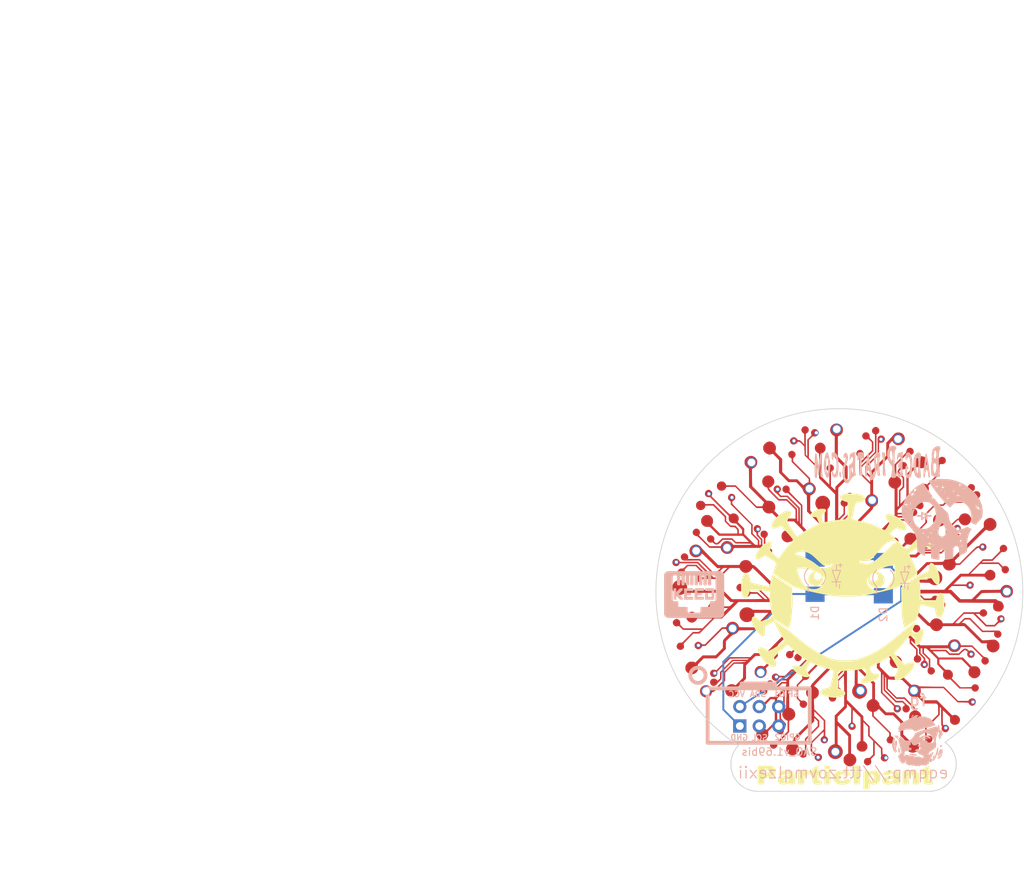
<source format=kicad_pcb>
(kicad_pcb (version 20171130) (host pcbnew "(5.1.10)-1")
  (layers (0 F.Cu signal) (31 B.Cu signal) (34 B.Paste user) (35 F.Paste user) (36 B.SilkS user) (37 F.SilkS user) (38 B.Mask user) (39 F.Mask user) (44 Edge.Cuts user))
  (net 0 "")
  (net 1 GND)
  (net 2 VCC)
  (net 3 "Net-(X1-Pad5)")
  (net 4 "Net-(X1-Pad6)")
  (net 5 "Net-(X1-Pad3)")
  (net 6 "Net-(X1-Pad4)")
  (module BadgePirate:LED_Osram_Lx_P47F_D2mm_ReverseMount_MaskNoHole (layer B.Cu) (at 112.56134 74.13498 90)
    (fp_text reference D2 (at -4.7498 0 90) (layer B.SilkS) (effects (justify mirror)))
    (fp_text value LED)
    (pad 1 smd rect (at -2.3 0 90) (size 2 2.5) (layers B.Cu) (net 1 GND))
    (pad 2 smd rect (at 2.3 0 90) (size 2 2.5) (layers B.Cu) (net 2 VCC))
  )
  (module BadgePirate:LED_Osram_Lx_P47F_D2mm_ReverseMount_MaskNoHole (layer B.Cu) (at 103.63962 73.93432 90)
    (fp_text reference D1 (at -4.7498 0 90) (layer B.SilkS) (effects (justify mirror)))
    (fp_text value LED)
    (pad 1 smd rect (at -2.3 0 90) (size 2 2.5) (layers B.Cu) (net 1 GND))
    (pad 2 smd rect (at 2.3 0 90) (size 2 2.5) (layers B.Cu) (net 2 VCC))
  )
  (module BadgePirateLogos:FG_10x10_BSILK (layer F.Cu) (at 117.05 95.15)
    (fp_text reference G*** hide)
    (fp_text value fg (at 0 -5.08) (layer B.SilkS) (effects (font (size 1.54 1.54) (thickness 0.25)) (justify mirror)))
  )
  (module BadgePirateLogos:NG_BSilk (layer F.Cu) (at 87.74938 76.05014)
    (fp_text reference G*** hide)
    (fp_text value NG_BSilk hide)
  )
  (module BadgePirateLogos:BadgePiratesURL_BSLK (layer F.Cu) (at 111.79302 59.99734)
    (fp_text reference G*** hide)
    (fp_text value LOGO hide)
  )
  (module BadgePirateLogos:BPSkull_Distressed_10x10_BSILK (layer F.Cu) (at 120.2309 66.4464)
    (fp_text reference G*** hide)
    (fp_text value "BP Logo" hide)
  )
  (module BadgePiratesFootprints:Badgelife-SAOv169-BADGE-2x3_Back (layer F.Cu) (at 95.96628 92.2655)
    (fp_text reference X1 hide)
    (fp_text value SAO_v1.69bis (at 3.01498 4.5593) (layer B.SilkS) (effects (justify mirror)))
    (fp_text user VCC (at -2.5654 -2.9718) (layer B.SilkS) (effects (font (size 0.75 0.75)) (justify mirror)))
    (fp_text user GND (at -2.2225 2.68478) (layer B.SilkS) (effects (font (size 0.75 0.75)) (justify mirror)))
    (fp_text user SDA (at 0.2286 -2.9972) (layer B.SilkS) (effects (font (size 0.75 0.75)) (justify mirror)))
    (fp_text user SCL (at 0.4445 2.7178) (layer B.SilkS) (effects (font (size 0.75 0.75)) (justify mirror)))
    (fp_text user GPIO2 (at 4.0894 2.6416) (layer B.SilkS) (effects (font (size 0.75 0.75)) (justify mirror)))
    (fp_text user GPIO1 (at 3.9116 -2.9972) (layer B.SilkS) (effects (font (size 0.75 0.75)) (justify mirror)))
    (pad 5 thru_hole circle (at 2.9302 -1.3516 270) (size 1.7272 1.7272) (drill 1.016) (layers *.Cu *.Mask) (net 3 "Net-(X1-Pad5)"))
    (pad 6 thru_hole circle (at 2.9302 1.1884 270) (size 1.7272 1.7272) (drill 1.016) (layers *.Cu *.Mask) (net 4 "Net-(X1-Pad6)"))
    (pad 3 thru_hole oval (at 0.3902 -1.3516 270) (size 1.7272 1.7272) (drill 1.016) (layers *.Cu *.Mask) (net 5 "Net-(X1-Pad3)"))
    (pad 4 thru_hole oval (at 0.3902 1.1884 270) (size 1.7272 1.7272) (drill 1.016) (layers *.Cu *.Mask) (net 6 "Net-(X1-Pad4)"))
    (pad 1 thru_hole oval (at -2.1498 -1.3516 270) (size 1.7272 1.7272) (drill 1.016) (layers *.Cu *.Mask) (net 2 VCC))
    (pad 2 thru_hole rect (at -2.1498 1.1884 270) (size 1.7272 1.7272) (drill 1.016) (layers *.Cu *.Mask) (net 1 GND))
  )
  (module LOGO (layer F.Cu) (at 0 0)
    (fp_text reference G*** hide)
    (fp_text value LOGO hide)
  )
  (module LOGO (layer F.Cu) (at 0 0)
    (fp_text reference G*** hide)
    (fp_text value LOGO hide)
  )
  (module LOGO (layer F.Cu) (at 88.01608 93.3704)
    (fp_text reference G*** hide)
    (fp_text value LOGO hide)
    (fp_poly (pts (xy 20.213772 -30.387268) (xy 20.275646 -30.372722) (xy 20.342063 -30.350249) (xy 20.400586 -30.324995) (xy 20.438774 -30.302106) (xy 20.4468 -30.290871) (xy 20.426811 -30.286321) (xy 20.372006 -30.281939) (xy 20.289899 -30.278132) (xy 20.188008 -30.275306) (xy 20.145175 -30.274567) (xy 20.027171 -30.273019) (xy 19.946161 -30.272878) (xy 19.896812 -30.27491) (xy 19.87379 -30.279882) (xy 19.87176 -30.28856) (xy 19.885389 -30.301711) (xy 19.89654 -30.310304) (xy 19.984941 -30.357205) (xy 20.092218 -30.385283) (xy 20.197186 -30.3894) (xy 20.213772 -30.387268)) (layer F.Cu) (width 0.01))
    (fp_poly (pts (xy 9.681401 -37.090728) (xy 9.862971 -37.067249) (xy 10.0326 -37.005875) (xy 10.185074 -36.910509) (xy 10.315175 -36.785053) (xy 10.417688 -36.633408) (xy 10.476224 -36.49618) (xy 10.513335 -36.328559) (xy 10.513529 -36.158277) (xy 10.47668 -35.977168) (xy 10.467865 -35.948298) (xy 10.442527 -35.86565) (xy 10.42984 -35.811062) (xy 10.428873 -35.7725) (xy 10.438695 -35.737928) (xy 10.449681 -35.713455) (xy 10.473613 -35.680172) (xy 10.523961 -35.622434) (xy 10.596344 -35.544836) (xy 10.686384 -35.451972) (xy 10.789702 -35.348436) (xy 10.901918 -35.238823) (xy 10.903816 -35.236993) (xy 11.324167 -34.831725) (xy 11.324167 -33.114905) (xy 11.805877 -32.633536) (xy 12.287588 -32.152166) (xy 13.303731 -32.152166) (xy 13.652741 -31.801485) (xy 13.755261 -31.69916) (xy 13.851035 -31.604847) (xy 13.934992 -31.523442) (xy 14.002059 -31.459838) (xy 14.047166 -31.418928) (xy 14.060372 -31.408166) (xy 14.118994 -31.365528) (xy 14.240289 -31.470385) (xy 14.387275 -31.58722) (xy 14.519106 -31.669606) (xy 14.640624 -31.720404) (xy 14.681788 -31.731289) (xy 14.7955 -31.756736) (xy 14.7955 -32.205234) (xy 12.573 -34.427432) (xy 12.572767 -34.596841) (xy 12.570978 -34.689591) (xy 12.566478 -34.776622) (xy 12.560197 -34.840597) (xy 12.559426 -34.845552) (xy 12.545082 -34.900078) (xy 12.516261 -34.92903) (xy 12.467606 -34.946048) (xy 12.345374 -34.997138) (xy 12.251665 -35.077628) (xy 12.185494 -35.188879) (xy 12.145878 -35.332247) (xy 12.136913 -35.40245) (xy 12.133461 -35.514737) (xy 12.150536 -35.600544) (xy 12.193467 -35.672903) (xy 12.267583 -35.744847) (xy 12.28163 -35.756337) (xy 12.408147 -35.834404) (xy 12.54064 -35.872354) (xy 12.674087 -35.870197) (xy 12.803465 -35.827946) (xy 12.913303 -35.754772) (xy 13.007351 -35.648977) (xy 13.063669 -35.526435) (xy 13.080535 -35.405862) (xy 13.070642 -35.30215) (xy 13.036614 -35.209106) (xy 12.973474 -35.11688) (xy 12.889972 -35.028666) (xy 12.7635 -34.907197) (xy 12.7635 -34.5124) (xy 14.96213 -32.310916) (xy 14.984936 -32.03652) (xy 14.994604 -31.932856) (xy 15.004794 -31.844878) (xy 15.014389 -31.780971) (xy 15.022272 -31.749522) (xy 15.02333 -31.748036) (xy 15.051975 -31.733386) (xy 15.104496 -31.713982) (xy 15.123584 -31.707875) (xy 15.283144 -31.637281) (xy 15.426178 -31.531582) (xy 15.547449 -31.39647) (xy 15.641721 -31.23764) (xy 15.698061 -31.08325) (xy 15.720226 -30.963852) (xy 15.71926 -30.847842) (xy 15.693516 -30.725828) (xy 15.641347 -30.588416) (xy 15.593941 -30.489258) (xy 15.5104 -30.366823) (xy 15.391937 -30.254566) (xy 15.245703 -30.15795) (xy 15.078845 -30.082436) (xy 15.047341 -30.071562) (xy 15.033566 -30.063213) (xy 15.021987 -30.045754) (xy 15.012418 -30.015821) (xy 15.004674 -29.970048) (xy 14.99857 -29.905071) (xy 14.993921 -29.817524) (xy 14.99054 -29.704043) (xy 14.988243 -29.561263) (xy 14.986845 -29.385817) (xy 14.98616 -29.174343) (xy 14.986 -28.957675) (xy 14.986 -28.055091) (xy 15.112093 -27.930315) (xy 15.238185 -27.805538) (xy 15.166207 -27.725867) (xy 15.115695 -27.664254) (xy 15.072749 -27.602351) (xy 15.060737 -27.581431) (xy 15.03706 -27.538193) (xy 15.022911 -27.517078) (xy 15.02212 -27.516666) (xy 15.006208 -27.530821) (xy 14.965861 -27.569773) (xy 14.906449 -27.628258) (xy 14.833342 -27.701012) (xy 14.798124 -27.736284) (xy 14.579254 -27.955902) (xy 14.576088 -28.990409) (xy 14.574916 -29.233065) (xy 14.572996 -29.450151) (xy 14.570387 -29.639069) (xy 14.567147 -29.797223) (xy 14.563334 -29.922014) (xy 14.559006 -30.010845) (xy 14.554222 -30.061118) (xy 14.551919 -30.070504) (xy 14.524996 -30.105068) (xy 14.473695 -30.153525) (xy 14.408629 -30.20594) (xy 14.402127 -30.210757) (xy 14.268409 -30.333324) (xy 14.156149 -30.485214) (xy 14.072692 -30.655838) (xy 14.052669 -30.71463) (xy 14.029655 -30.78405) (xy 14.003147 -30.847488) (xy 13.969478 -30.909825) (xy 13.924983 -30.97594) (xy 13.865994 -31.050712) (xy 13.788847 -31.13902) (xy 13.689874 -31.245744) (xy 13.565412 -31.375763) (xy 13.523059 -31.419521) (xy 13.161599 -31.792333) (xy 12.650341 -31.792507) (xy 12.139084 -31.79268) (xy 10.922 -33.037704) (xy 10.92118 -33.859644) (xy 10.920359 -34.681583) (xy 10.524305 -35.089463) (xy 10.12825 -35.497342) (xy 9.937899 -35.444004) (xy 9.806493 -35.410446) (xy 9.701889 -35.393828) (xy 9.61172 -35.395037) (xy 9.523614 -35.414962) (xy 9.425204 -35.454493) (xy 9.361169 -35.485431) (xy 9.190115 -35.587434) (xy 9.055496 -35.705255) (xy 8.953069 -35.842979) (xy 8.915091 -35.915217) (xy 8.888021 -35.978452) (xy 8.871144 -36.036369) (xy 8.862147 -36.102537) (xy 8.858716 -36.190526) (xy 8.858364 -36.247916) (xy 8.859542 -36.350175) (xy 8.864824 -36.423555) (xy 8.876639 -36.481477) (xy 8.897412 -36.537363) (xy 8.919039 -36.583385) (xy 9.007941 -36.722239) (xy 9.130212 -36.851112) (xy 9.276917 -36.961487) (xy 9.371511 -37.014579) (xy 9.457437 -37.054893) (xy 9.523521 -37.078298) (xy 9.586646 -37.088942) (xy 9.663696 -37.090975) (xy 9.681401 -37.090728)) (layer F.Cu) (width 0.01))
    (fp_poly (pts (xy 7.317112 -35.215133) (xy 7.49519 -35.182148) (xy 7.655014 -35.114605) (xy 7.793789 -35.017353) (xy 7.908722 -34.895242) (xy 7.997017 -34.753124) (xy 8.05588 -34.59585) (xy 8.082515 -34.428268) (xy 8.074128 -34.255231) (xy 8.027925 -34.081589) (xy 8.003424 -34.023957) (xy 7.91326 -33.87541) (xy 7.790933 -33.748855) (xy 7.633335 -33.64134) (xy 7.559996 -33.603137) (xy 7.387167 -33.519524) (xy 7.387167 -32.743976) (xy 7.387571 -32.547996) (xy 7.388719 -32.349113) (xy 7.390513 -32.155307) (xy 7.392854 -31.974556) (xy 7.395643 -31.814839) (xy 7.398784 -31.684135) (xy 7.401034 -31.616818) (xy 7.414901 -31.265208) (xy 8.343017 -30.316979) (xy 9.271132 -29.36875) (xy 9.530358 -29.355276) (xy 9.700876 -29.341098) (xy 9.839386 -29.316375) (xy 9.95551 -29.27824) (xy 10.058873 -29.223828) (xy 10.123451 -29.178621) (xy 10.249238 -29.056866) (xy 10.341429 -28.909651) (xy 10.399717 -28.737671) (xy 10.423792 -28.541621) (xy 10.424474 -28.500604) (xy 10.422358 -28.397412) (xy 10.413796 -28.319253) (xy 10.395679 -28.248955) (xy 10.364894 -28.169351) (xy 10.36414 -28.167575) (xy 10.303697 -28.025358) (xy 10.590512 -27.726478) (xy 10.877326 -27.427599) (xy 10.748823 -27.308091) (xy 10.688138 -27.252449) (xy 10.639361 -27.209202) (xy 10.610648 -27.185529) (xy 10.607048 -27.183268) (xy 10.588724 -27.195892) (xy 10.545389 -27.234202) (xy 10.481776 -27.293756) (xy 10.402613 -27.370112) (xy 10.312632 -27.458829) (xy 10.297514 -27.473907) (xy 10.00125 -27.769861) (xy 9.867073 -27.72793) (xy 9.685845 -27.691889) (xy 9.506508 -27.694649) (xy 9.334433 -27.733432) (xy 9.17499 -27.805459) (xy 9.033553 -27.907949) (xy 8.915492 -28.038124) (xy 8.826179 -28.193203) (xy 8.792514 -28.283958) (xy 8.755269 -28.405666) (xy 7.969129 -28.405666) (xy 6.582834 -29.792083) (xy 5.196538 -31.1785) (xy 4.609102 -31.1785) (xy 4.427934 -31.178085) (xy 4.285383 -31.176729) (xy 4.17774 -31.174266) (xy 4.101296 -31.170527) (xy 4.05234 -31.165346) (xy 4.027165 -31.158556) (xy 4.02165 -31.152041) (xy 4.009297 -31.099967) (xy 3.977084 -31.027773) (xy 3.932214 -30.947896) (xy 3.881887 -30.872772) (xy 3.833303 -30.814839) (xy 3.81863 -30.801406) (xy 3.693375 -30.724297) (xy 3.550606 -30.679847) (xy 3.39963 -30.667965) (xy 3.249757 -30.688559) (xy 3.110295 -30.741538) (xy 3.009935 -30.80934) (xy 2.908288 -30.923392) (xy 2.841103 -31.061198) (xy 2.809236 -31.220767) (xy 2.806584 -31.281662) (xy 2.818723 -31.430842) (xy 2.859931 -31.555165) (xy 2.934176 -31.663861) (xy 2.99803 -31.727005) (xy 3.119361 -31.810753) (xy 3.256522 -31.859855) (xy 3.416503 -31.876751) (xy 3.427479 -31.876793) (xy 3.584598 -31.857519) (xy 3.722551 -31.800753) (xy 3.840127 -31.707342) (xy 3.936115 -31.57813) (xy 3.97972 -31.491069) (xy 4.03225 -31.369722) (xy 4.649247 -31.369361) (xy 5.266243 -31.369) (xy 6.631047 -29.993166) (xy 7.995851 -28.617333) (xy 8.345944 -28.617333) (xy 8.465457 -28.618083) (xy 8.571611 -28.620156) (xy 8.656521 -28.623287) (xy 8.712305 -28.627214) (xy 8.729519 -28.630181) (xy 8.758003 -28.659702) (xy 8.763 -28.682083) (xy 8.772262 -28.715943) (xy 8.797377 -28.777896) (xy 8.834338 -28.858648) (xy 8.872297 -28.935562) (xy 8.981595 -29.149987) (xy 7.993881 -30.137869) (xy 7.006167 -31.12575) (xy 7.004057 -32.300417) (xy 7.003408 -32.520957) (xy 7.002307 -32.729843) (xy 7.000808 -32.923045) (xy 6.998964 -33.096534) (xy 6.996831 -33.246281) (xy 6.994462 -33.368254) (xy 6.991911 -33.458425) (xy 6.989234 -33.512764) (xy 6.987552 -33.526626) (xy 6.956028 -33.573567) (xy 6.892138 -33.620592) (xy 6.878537 -33.628079) (xy 6.754548 -33.712977) (xy 6.636991 -33.830152) (xy 6.53528 -33.969652) (xy 6.503996 -34.024091) (xy 6.468162 -34.092996) (xy 6.445045 -34.147013) (xy 6.431861 -34.199095) (xy 6.425825 -34.262192) (xy 6.424154 -34.349258) (xy 6.424084 -34.395833) (xy 6.424945 -34.498227) (xy 6.42913 -34.570802) (xy 6.439038 -34.626061) (xy 6.457068 -34.676509) (xy 6.48562 -34.73465) (xy 6.491104 -34.745083) (xy 6.597246 -34.90433) (xy 6.729676 -35.034008) (xy 6.883425 -35.131288) (xy 7.053524 -35.193344) (xy 7.235006 -35.217348) (xy 7.317112 -35.215133)) (layer F.Cu) (width 0.01))
    (fp_poly (pts (xy 28.144221 -36.260942) (xy 28.26777 -36.209412) (xy 28.371347 -36.130131) (xy 28.447915 -36.028357) (xy 28.488222 -35.92046) (xy 28.508338 -35.791605) (xy 28.504865 -35.688955) (xy 28.475614 -35.602189) (xy 28.418398 -35.520987) (xy 28.399077 -35.499937) (xy 28.28308 -35.406685) (xy 28.152462 -35.352072) (xy 28.011235 -35.336727) (xy 27.863414 -35.36128) (xy 27.762906 -35.400258) (xy 27.638729 -35.459577) (xy 26.932115 -34.753198) (xy 26.2255 -34.04682) (xy 26.2255 -32.606359) (xy 26.393375 -32.525891) (xy 26.561988 -32.424625) (xy 26.696779 -32.298328) (xy 26.7988 -32.145976) (xy 26.814356 -32.114449) (xy 26.840687 -32.053496) (xy 26.857411 -31.997974) (xy 26.866638 -31.935107) (xy 26.870475 -31.852121) (xy 26.871084 -31.770721) (xy 26.870179 -31.667779) (xy 26.865799 -31.594074) (xy 26.855447 -31.536524) (xy 26.836625 -31.482045) (xy 26.806834 -31.417552) (xy 26.801645 -31.406976) (xy 26.719676 -31.277062) (xy 26.609756 -31.154741) (xy 26.485653 -31.054775) (xy 26.45554 -31.035899) (xy 26.394834 -31.000039) (xy 26.395704 -28.522083) (xy 26.489706 -28.627916) (xy 26.583707 -28.73375) (xy 26.58452 -29.718345) (xy 26.585334 -30.70294) (xy 26.82875 -30.945666) (xy 27.072167 -31.188393) (xy 27.072167 -32.325143) (xy 26.742566 -32.66728) (xy 26.412964 -33.009416) (xy 26.426578 -33.136416) (xy 26.46167 -33.300574) (xy 26.528067 -33.442404) (xy 26.594459 -33.528) (xy 26.656886 -33.599612) (xy 26.692125 -33.661592) (xy 26.705581 -33.72987) (xy 26.702661 -33.820375) (xy 26.700728 -33.841129) (xy 26.697577 -33.982939) (xy 26.721108 -34.09971) (xy 26.774191 -34.201404) (xy 26.821125 -34.259007) (xy 26.926909 -34.345869) (xy 27.04617 -34.397431) (xy 27.171599 -34.414588) (xy 27.29589 -34.398235) (xy 27.411734 -34.349267) (xy 27.511824 -34.268578) (xy 27.584522 -34.165548) (xy 27.633797 -34.030206) (xy 27.642073 -33.895473) (xy 27.610024 -33.766319) (xy 27.53832 -33.647713) (xy 27.510302 -33.616103) (xy 27.397206 -33.522758) (xy 27.274531 -33.470161) (xy 27.139406 -33.457501) (xy 27.016223 -33.476621) (xy 26.942918 -33.493977) (xy 26.896773 -33.499713) (xy 26.864054 -33.493146) (xy 26.831025 -33.473592) (xy 26.821597 -33.466942) (xy 26.750968 -33.403233) (xy 26.683746 -33.320549) (xy 26.63457 -33.237465) (xy 26.627517 -33.220688) (xy 26.618244 -33.173195) (xy 26.62698 -33.119892) (xy 26.65623 -33.056922) (xy 26.7085 -32.980429) (xy 26.786295 -32.886556) (xy 26.892121 -32.771448) (xy 26.975521 -32.685054) (xy 27.262667 -32.391509) (xy 27.262667 -31.103726) (xy 27.01925 -30.861) (xy 26.775834 -30.618274) (xy 26.775834 -28.928872) (xy 27.166384 -29.328728) (xy 27.556935 -29.728583) (xy 27.558626 -31.27375) (xy 27.560318 -32.818916) (xy 28.046681 -33.316333) (xy 28.169194 -33.441989) (xy 28.286722 -33.563203) (xy 28.394771 -33.675292) (xy 28.488852 -33.773574) (xy 28.564471 -33.853364) (xy 28.617138 -33.909979) (xy 28.633397 -33.928061) (xy 28.73375 -34.042372) (xy 28.73375 -34.330228) (xy 28.734478 -34.45053) (xy 28.737471 -34.538189) (xy 28.743942 -34.602881) (xy 28.755102 -34.654284) (xy 28.772165 -34.702074) (xy 28.783652 -34.728441) (xy 28.861436 -34.853423) (xy 28.972077 -34.965997) (xy 29.106504 -35.059618) (xy 29.255649 -35.127744) (xy 29.38153 -35.159825) (xy 29.518431 -35.167763) (xy 29.668973 -35.153702) (xy 29.812414 -35.120339) (xy 29.880119 -35.095024) (xy 30.013265 -35.014191) (xy 30.121931 -34.904007) (xy 30.204614 -34.770679) (xy 30.259809 -34.620412) (xy 30.286012 -34.459413) (xy 30.281718 -34.293887) (xy 30.245424 -34.13004) (xy 30.175624 -33.974078) (xy 30.158613 -33.946105) (xy 30.052521 -33.817317) (xy 29.919182 -33.715582) (xy 29.766497 -33.644354) (xy 29.602367 -33.607087) (xy 29.434693 -33.607238) (xy 29.396672 -33.612891) (xy 29.267181 -33.646242) (xy 29.136772 -33.697437) (xy 29.024755 -33.758583) (xy 29.002768 -33.773851) (xy 28.987619 -33.783809) (xy 28.972091 -33.78785) (xy 28.95243 -33.782947) (xy 28.924883 -33.766076) (xy 28.885696 -33.73421) (xy 28.831118 -33.684324) (xy 28.757395 -33.613391) (xy 28.660773 -33.518386) (xy 28.550775 -33.409443) (xy 28.434055 -33.292992) (xy 28.319005 -33.176857) (xy 28.211622 -33.067194) (xy 28.117907 -32.970159) (xy 28.043859 -32.891908) (xy 28.004355 -32.848709) (xy 27.861446 -32.688001) (xy 27.845896 -32.300025) (xy 27.843043 -32.198352) (xy 27.841019 -32.060606) (xy 27.839825 -31.893041) (xy 27.839461 -31.701907) (xy 27.839928 -31.493459) (xy 27.841226 -31.273948) (xy 27.843356 -31.049627) (xy 27.845819 -30.859907) (xy 27.861291 -29.807765) (xy 28.107021 -29.797178) (xy 28.35275 -29.786591) (xy 28.778068 -30.209173) (xy 29.203386 -30.631754) (xy 29.193952 -30.836335) (xy 29.196028 -31.001356) (xy 29.220883 -31.137679) (xy 29.271246 -31.253889) (xy 29.349847 -31.358573) (xy 29.365084 -31.374681) (xy 29.495787 -31.48118) (xy 29.641437 -31.548689) (xy 29.799099 -31.576592) (xy 29.965838 -31.564269) (xy 30.094865 -31.528337) (xy 30.24948 -31.472029) (xy 30.772198 -31.979887) (xy 30.905344 -32.109486) (xy 31.037471 -32.238536) (xy 31.163272 -32.361819) (xy 31.27744 -32.474121) (xy 31.374669 -32.570226) (xy 31.449651 -32.644919) (xy 31.479006 -32.674497) (xy 31.663095 -32.86125) (xy 31.669506 -33.48928) (xy 31.675917 -34.117309) (xy 31.74733 -34.218576) (xy 31.818743 -34.319842) (xy 31.784267 -34.416046) (xy 31.755613 -34.544901) (xy 31.756586 -34.677747) (xy 31.785191 -34.803444) (xy 31.839434 -34.910855) (xy 31.881712 -34.960249) (xy 31.979424 -35.037236) (xy 32.079887 -35.07985) (xy 32.198189 -35.094215) (xy 32.212199 -35.094333) (xy 32.357199 -35.075408) (xy 32.48199 -35.021219) (xy 32.582434 -34.935644) (xy 32.654396 -34.822563) (xy 32.693741 -34.685852) (xy 32.698747 -34.638064) (xy 32.691416 -34.500563) (xy 32.648935 -34.384748) (xy 32.569207 -34.285857) (xy 32.528701 -34.251721) (xy 32.396899 -34.173413) (xy 32.259566 -34.135787) (xy 32.119742 -34.139604) (xy 32.098128 -34.143935) (xy 32.029809 -34.157693) (xy 31.988417 -34.159262) (xy 31.959914 -34.147126) (xy 31.936983 -34.126557) (xy 31.915024 -34.09938) (xy 31.897409 -34.063375) (xy 31.883674 -34.013968) (xy 31.873353 -33.946585) (xy 31.865983 -33.856654) (xy 31.861098 -33.739602) (xy 31.858233 -33.590854) (xy 31.856923 -33.405838) (xy 31.856755 -33.337385) (xy 31.855834 -32.776353) (xy 31.127757 -32.048506) (xy 30.399681 -31.320659) (xy 30.44222 -31.201954) (xy 30.479047 -31.051508) (xy 30.487339 -30.894906) (xy 30.467307 -30.74594) (xy 30.433738 -30.647338) (xy 30.346644 -30.502377) (xy 30.235411 -30.39041) (xy 30.103949 -30.312722) (xy 29.956168 -30.270601) (xy 29.795977 -30.265332) (xy 29.627285 -30.2982) (xy 29.509176 -30.343238) (xy 29.392504 -30.396652) (xy 28.945585 -29.951492) (xy 28.498666 -29.506333) (xy 27.758473 -29.506333) (xy 27.143051 -28.887208) (xy 27.007323 -28.750029) (xy 26.878708 -28.61883) (xy 26.760807 -28.497373) (xy 26.65722 -28.389418) (xy 26.571549 -28.298728) (xy 26.507392 -28.229063) (xy 26.468352 -28.184184) (xy 26.461231 -28.174949) (xy 26.42599 -28.121128) (xy 26.405982 -28.073324) (xy 26.397001 -28.015775) (xy 26.394838 -27.932719) (xy 26.394834 -27.926241) (xy 26.394834 -27.770666) (xy 26.954429 -27.770666) (xy 27.378423 -28.191598) (xy 27.802417 -28.612529) (xy 28.278667 -28.623053) (xy 28.418275 -28.626762) (xy 28.545054 -28.631312) (xy 28.652394 -28.636369) (xy 28.733688 -28.641602) (xy 28.782327 -28.646678) (xy 28.791959 -28.648886) (xy 28.822041 -28.683611) (xy 28.829 -28.732634) (xy 28.838485 -28.786788) (xy 28.863258 -28.86106) (xy 28.89526 -28.933669) (xy 28.948028 -29.02471) (xy 29.004968 -29.088544) (xy 29.056092 -29.126242) (xy 29.191323 -29.191262) (xy 29.324305 -29.217349) (xy 29.449934 -29.207234) (xy 29.563109 -29.163647) (xy 29.658726 -29.089318) (xy 29.731683 -28.986978) (xy 29.776877 -28.859357) (xy 29.789652 -28.73375) (xy 29.772461 -28.585063) (xy 29.722345 -28.459155) (xy 29.64149 -28.359232) (xy 29.532083 -28.288501) (xy 29.470735 -28.266054) (xy 29.372579 -28.246429) (xy 29.280571 -28.250136) (xy 29.182814 -28.279303) (xy 29.067409 -28.336057) (xy 29.061834 -28.339168) (xy 28.92425 -28.41625) (xy 27.861088 -28.42943) (xy 27.450752 -28.004805) (xy 27.040417 -27.580179) (xy 26.717625 -27.580173) (xy 26.394834 -27.580166) (xy 26.394834 -27.347333) (xy 27.033063 -27.347333) (xy 27.301062 -27.613974) (xy 27.39212 -27.70291) (xy 27.477345 -27.783098) (xy 27.550495 -27.848896) (xy 27.605334 -27.894666) (xy 27.632086 -27.913207) (xy 27.684633 -27.931138) (xy 27.762946 -27.947349) (xy 27.850489 -27.95845) (xy 27.854376 -27.958774) (xy 27.936719 -27.96671) (xy 27.987327 -27.97659) (xy 28.016751 -27.992386) (xy 28.035538 -28.01807) (xy 28.041039 -28.029049) (xy 28.095948 -28.110004) (xy 28.177302 -28.189278) (xy 28.270909 -28.253329) (xy 28.28256 -28.259486) (xy 28.417538 -28.307851) (xy 28.548563 -28.317216) (xy 28.670343 -28.290891) (xy 28.777586 -28.232188) (xy 28.864999 -28.14442) (xy 28.927293 -28.030897) (xy 28.959174 -27.89493) (xy 28.962226 -27.834166) (xy 28.946162 -27.69083) (xy 28.896643 -27.571308) (xy 28.811673 -27.47109) (xy 28.795615 -27.457335) (xy 28.681413 -27.388484) (xy 28.556648 -27.356572) (xy 28.428413 -27.360061) (xy 28.303801 -27.397414) (xy 28.189904 -27.467094) (xy 28.093816 -27.567564) (xy 28.061752 -27.616379) (xy 28.01685 -27.686646) (xy 27.978709 -27.727328) (xy 27.937577 -27.747817) (xy 27.921118 -27.751866) (xy 27.860906 -27.757584) (xy 27.799548 -27.748011) (xy 27.733124 -27.720445) (xy 27.657717 -27.672186) (xy 27.569409 -27.600533) (xy 27.46428 -27.502786) (xy 27.338412 -27.376242) (xy 27.264603 -27.29936) (xy 27.128957 -27.156833) (xy 26.77777 -27.156973) (xy 26.64609 -27.15745) (xy 26.549562 -27.159262) (xy 26.48101 -27.163161) (xy 26.433258 -27.169899) (xy 26.399128 -27.180229) (xy 26.371445 -27.194901) (xy 26.363084 -27.200426) (xy 26.312092 -27.231943) (xy 26.238779 -27.27338) (xy 26.158777 -27.315908) (xy 26.156709 -27.316969) (xy 26.013834 -27.390199) (xy 26.013834 -30.916497) (xy 25.902709 -30.944312) (xy 25.710943 -31.010809) (xy 25.54687 -31.105788) (xy 25.412799 -31.2263) (xy 25.311039 -31.369398) (xy 25.243899 -31.532133) (xy 25.213687 -31.711556) (xy 25.214087 -31.823561) (xy 25.246018 -32.00655) (xy 25.315418 -32.173656) (xy 25.419225 -32.321213) (xy 25.554378 -32.445554) (xy 25.717813 -32.543013) (xy 25.860375 -32.597245) (xy 26.013834 -32.643123) (xy 26.013834 -34.105156) (xy 26.717625 -34.817566) (xy 26.862018 -34.964289) (xy 26.998987 -35.104543) (xy 27.125277 -35.23492) (xy 27.237634 -35.352011) (xy 27.332801 -35.452406) (xy 27.407523 -35.532695) (xy 27.458547 -35.589469) (xy 27.481497 -35.617619) (xy 27.530533 -35.714523) (xy 27.557661 -35.835087) (xy 27.558344 -35.84046) (xy 27.58174 -35.96367) (xy 27.620497 -36.058121) (xy 27.680204 -36.136244) (xy 27.699985 -36.155542) (xy 27.806638 -36.233171) (xy 27.921882 -36.272514) (xy 28.007741 -36.27946) (xy 28.144221 -36.260942)) (layer F.Cu) (width 0.01))
    (fp_poly (pts (xy 19.885275 -27.512308) (xy 19.884408 -27.458158) (xy 19.88076 -27.39743) (xy 19.87077 -27.267609) (xy 19.515696 -26.914381) (xy 19.378098 -26.902834) (xy 19.308176 -26.898549) (xy 19.25864 -26.898534) (xy 19.2405 -26.902617) (xy 19.254655 -26.921242) (xy 19.293576 -26.96343) (xy 19.351944 -27.023927) (xy 19.424445 -27.097481) (xy 19.505759 -27.178837) (xy 19.590572 -27.262742) (xy 19.673564 -27.343943) (xy 19.749421 -27.417186) (xy 19.812824 -27.477218) (xy 19.858456 -27.518786) (xy 19.881001 -27.536636) (xy 19.882375 -27.53682) (xy 19.885275 -27.512308)) (layer F.Cu) (width 0.01))
    (fp_poly (pts (xy 18.590665 -39.43358) (xy 18.742197 -39.38968) (xy 18.859504 -39.328702) (xy 18.977758 -39.237338) (xy 19.08612 -39.125863) (xy 19.173752 -39.00455) (xy 19.200912 -38.954881) (xy 19.230106 -38.89377) (xy 19.248787 -38.844933) (xy 19.258744 -38.796532) (xy 19.261772 -38.736731) (xy 19.25966 -38.653692) (xy 19.256624 -38.586801) (xy 19.249727 -38.474059) (xy 19.239942 -38.39132) (xy 19.224878 -38.326257) (xy 19.202147 -38.266543) (xy 19.189199 -38.23899) (xy 19.114993 -38.124732) (xy 19.008411 -38.012122) (xy 18.878825 -37.909818) (xy 18.750516 -37.83383) (xy 18.6055 -37.760801) (xy 18.6055 -35.104652) (xy 19.2405 -34.469916) (xy 19.8755 -33.835181) (xy 19.8755 -32.247143) (xy 19.261667 -31.633583) (xy 18.647834 -31.020024) (xy 18.647834 -26.977398) (xy 18.997084 -27.326166) (xy 19.346334 -27.674935) (xy 19.346334 -28.573913) (xy 19.277542 -28.609106) (xy 19.155363 -28.686915) (xy 19.060056 -28.779202) (xy 19.009333 -28.857309) (xy 18.971211 -28.982202) (xy 18.970694 -29.112602) (xy 19.005916 -29.238712) (xy 19.075011 -29.350734) (xy 19.110434 -29.388205) (xy 19.176207 -29.449993) (xy 19.287728 -29.389269) (xy 19.35406 -29.357893) (xy 19.447556 -29.319827) (xy 19.554762 -29.280319) (xy 19.642667 -29.250783) (xy 19.886084 -29.173021) (xy 19.892188 -29.015892) (xy 19.89401 -28.932268) (xy 19.889133 -28.875919) (xy 19.873961 -28.831902) (xy 19.8449 -28.785273) (xy 19.832543 -28.767998) (xy 19.750029 -28.683035) (xy 19.651813 -28.626383) (xy 19.536834 -28.575534) (xy 19.536834 -27.569102) (xy 19.189962 -27.222709) (xy 18.843091 -26.876315) (xy 18.644921 -26.858553) (xy 18.543442 -26.848983) (xy 18.445022 -26.838897) (xy 18.366278 -26.830023) (xy 18.346209 -26.827493) (xy 18.245667 -26.814194) (xy 18.245667 -30.19441) (xy 17.197917 -31.242) (xy 16.150167 -32.289589) (xy 16.150167 -33.390242) (xy 14.270277 -35.27425) (xy 14.249236 -35.864451) (xy 14.228195 -36.454651) (xy 14.009139 -36.675084) (xy 13.9208 -36.762227) (xy 13.832636 -36.846148) (xy 13.753696 -36.918427) (xy 13.693031 -36.970642) (xy 13.682537 -36.978988) (xy 13.573558 -37.049138) (xy 13.477157 -37.081562) (xy 13.395103 -37.076241) (xy 13.329164 -37.033157) (xy 13.294863 -36.98312) (xy 13.212379 -36.867131) (xy 13.101743 -36.779308) (xy 12.969441 -36.723478) (xy 12.821958 -36.703469) (xy 12.821029 -36.703465) (xy 12.739139 -36.708384) (xy 12.663042 -36.721482) (xy 12.628946 -36.73212) (xy 12.551086 -36.783347) (xy 12.477706 -36.864207) (xy 12.415219 -36.963194) (xy 12.37004 -37.068803) (xy 12.348584 -37.169527) (xy 12.351048 -37.230613) (xy 12.396344 -37.364549) (xy 12.474766 -37.480294) (xy 12.579518 -37.572004) (xy 12.703801 -37.633835) (xy 12.840819 -37.659942) (xy 12.850791 -37.660283) (xy 12.956662 -37.644343) (xy 13.066924 -37.596386) (xy 13.169224 -37.523275) (xy 13.244258 -37.441668) (xy 13.301443 -37.364831) (xy 13.343138 -37.316087) (xy 13.378417 -37.289048) (xy 13.416354 -37.277331) (xy 13.466022 -37.274548) (xy 13.481789 -37.2745) (xy 13.557352 -37.26987) (xy 13.625112 -37.258206) (xy 13.645209 -37.252081) (xy 13.679487 -37.230078) (xy 13.737112 -37.18333) (xy 13.811807 -37.117337) (xy 13.897297 -37.037598) (xy 13.964087 -36.972707) (xy 14.224 -36.715752) (xy 14.221496 -37.360251) (xy 14.220437 -37.523893) (xy 14.218651 -37.675973) (xy 14.216267 -37.810738) (xy 14.213415 -37.922435) (xy 14.210226 -38.005311) (xy 14.206829 -38.053613) (xy 14.205621 -38.061265) (xy 14.174342 -38.114795) (xy 14.106684 -38.174306) (xy 14.086551 -38.188265) (xy 13.979673 -38.280315) (xy 13.900147 -38.391962) (xy 13.853371 -38.51403) (xy 13.843 -38.602452) (xy 13.862913 -38.744507) (xy 13.920338 -38.870516) (xy 14.011803 -38.97504) (xy 14.128768 -39.050286) (xy 14.251323 -39.087282) (xy 14.377696 -39.089584) (xy 14.499872 -39.060527) (xy 14.60984 -39.003446) (xy 14.699585 -38.921677) (xy 14.761095 -38.818556) (xy 14.773402 -38.781968) (xy 14.79779 -38.629486) (xy 14.785111 -38.488562) (xy 14.737192 -38.36377) (xy 14.655858 -38.259682) (xy 14.542935 -38.180871) (xy 14.531066 -38.175071) (xy 14.4145 -38.119926) (xy 14.4145 -35.356253) (xy 14.472709 -35.304058) (xy 14.527769 -35.255545) (xy 14.579499 -35.211233) (xy 14.580261 -35.210595) (xy 14.629605 -35.169327) (xy 14.618517 -37.340303) (xy 14.874048 -37.598443) (xy 14.960125 -37.686701) (xy 15.036733 -37.767694) (xy 15.098357 -37.835399) (xy 15.139482 -37.883794) (xy 15.153465 -37.903612) (xy 15.164185 -37.939747) (xy 15.160466 -37.987299) (xy 15.140936 -38.058247) (xy 15.132999 -38.0823) (xy 15.104233 -38.196104) (xy 15.104232 -38.294359) (xy 15.134038 -38.393509) (xy 15.155568 -38.439126) (xy 15.201873 -38.507704) (xy 15.268431 -38.580421) (xy 15.34211 -38.64475) (xy 15.409772 -38.688166) (xy 15.422401 -38.693611) (xy 15.487053 -38.70744) (xy 15.573895 -38.713039) (xy 15.663773 -38.71038) (xy 15.73753 -38.699437) (xy 15.754854 -38.694084) (xy 15.827581 -38.652074) (xy 15.906257 -38.583842) (xy 15.978397 -38.501276) (xy 16.015835 -38.445611) (xy 16.060235 -38.331983) (xy 16.06802 -38.214106) (xy 16.043694 -38.097803) (xy 15.991759 -37.988895) (xy 15.91672 -37.893203) (xy 15.823079 -37.81655) (xy 15.715339 -37.764756) (xy 15.598005 -37.743645) (xy 15.483113 -37.756943) (xy 15.418371 -37.772429) (xy 15.367189 -37.781509) (xy 15.354334 -37.7825) (xy 15.328746 -37.768297) (xy 15.279089 -37.729) (xy 15.211102 -37.669572) (xy 15.130527 -37.594979) (xy 15.068888 -37.535597) (xy 14.816667 -37.288694) (xy 14.816667 -34.949805) (xy 15.455869 -34.323569) (xy 15.592072 -34.190437) (xy 15.719 -34.066966) (xy 15.833459 -33.956217) (xy 15.932258 -33.861252) (xy 16.012205 -33.785131) (xy 16.070109 -33.730916) (xy 16.102778 -33.701668) (xy 16.108819 -33.697333) (xy 16.117924 -33.71812) (xy 16.126067 -33.778981) (xy 16.133166 -33.877666) (xy 16.13914 -34.011923) (xy 16.143908 -34.179504) (xy 16.147388 -34.378158) (xy 16.149501 -34.605633) (xy 16.150167 -34.84429) (xy 16.150031 -35.034884) (xy 16.149473 -35.187441) (xy 16.148268 -35.306259) (xy 16.146192 -35.395636) (xy 16.143018 -35.459867) (xy 16.138523 -35.50325) (xy 16.132482 -35.530081) (xy 16.124669 -35.544659) (xy 16.114859 -35.551279) (xy 16.113125 -35.551875) (xy 15.964306 -35.619977) (xy 15.830786 -35.721698) (xy 15.721166 -35.848886) (xy 15.644047 -35.993385) (xy 15.642109 -35.998476) (xy 15.607671 -36.139815) (xy 15.602098 -36.292159) (xy 15.624809 -36.439966) (xy 15.662556 -36.543698) (xy 15.746497 -36.672993) (xy 15.860658 -36.787943) (xy 15.99301 -36.876868) (xy 16.019008 -36.889759) (xy 16.161396 -36.935166) (xy 16.316049 -36.948369) (xy 16.468487 -36.929204) (xy 16.567188 -36.895966) (xy 16.662488 -36.838709) (xy 16.76168 -36.754726) (xy 16.852241 -36.656312) (xy 16.921646 -36.555761) (xy 16.930381 -36.539454) (xy 16.987648 -36.383806) (xy 17.005411 -36.225064) (xy 16.985592 -36.068857) (xy 16.930113 -35.920814) (xy 16.840895 -35.786563) (xy 16.719859 -35.671736) (xy 16.610542 -35.60237) (xy 16.51 -35.549489) (xy 16.51 -32.437579) (xy 17.504834 -31.443421) (xy 17.504834 -33.120131) (xy 17.395255 -33.191774) (xy 17.277132 -33.284264) (xy 17.196576 -33.384855) (xy 17.148856 -33.499844) (xy 17.142029 -33.528982) (xy 17.133783 -33.665204) (xy 17.162759 -33.792982) (xy 17.224273 -33.906057) (xy 17.313641 -33.998176) (xy 17.426178 -34.06308) (xy 17.557202 -34.094515) (xy 17.565981 -34.095231) (xy 17.714016 -34.087726) (xy 17.841863 -34.044772) (xy 17.945859 -33.969759) (xy 18.02234 -33.866079) (xy 18.067643 -33.737124) (xy 18.078979 -33.620332) (xy 18.062379 -33.473207) (xy 18.012322 -33.351952) (xy 17.92842 -33.256011) (xy 17.810288 -33.184829) (xy 17.764125 -33.166816) (xy 17.695334 -33.142859) (xy 17.695334 -31.248118) (xy 17.972773 -30.977612) (xy 18.07677 -30.87751) (xy 18.15486 -30.805596) (xy 18.21021 -30.759291) (xy 18.245988 -30.736012) (xy 18.265362 -30.73318) (xy 18.268782 -30.736428) (xy 18.276912 -30.769475) (xy 18.283308 -30.833788) (xy 18.287066 -30.918305) (xy 18.287676 -30.96697) (xy 18.288 -31.16819) (xy 18.901834 -31.78175) (xy 19.515667 -32.395309) (xy 19.515667 -33.637633) (xy 18.8595 -34.306349) (xy 18.203334 -34.975066) (xy 18.203334 -37.772761) (xy 18.057371 -37.86283) (xy 17.89075 -37.986091) (xy 17.760724 -38.126582) (xy 17.668394 -38.282011) (xy 17.614863 -38.450083) (xy 17.601232 -38.628506) (xy 17.619281 -38.774704) (xy 17.677288 -38.959263) (xy 17.768092 -39.117427) (xy 17.890257 -39.247706) (xy 18.042348 -39.348609) (xy 18.222928 -39.418645) (xy 18.245342 -39.424624) (xy 18.417027 -39.44896) (xy 18.590665 -39.43358)) (layer F.Cu) (width 0.01))
    (fp_poly (pts (xy 23.653313 -38.992164) (xy 23.739877 -38.955642) (xy 23.85869 -38.878103) (xy 23.947182 -38.776049) (xy 24.002945 -38.656323) (xy 24.023572 -38.525765) (xy 24.006656 -38.39122) (xy 23.971147 -38.298249) (xy 23.906832 -38.191578) (xy 23.834182 -38.118877) (xy 23.74461 -38.071785) (xy 23.735132 -38.068416) (xy 23.65375 -38.040441) (xy 23.648285 -36.858173) (xy 23.642819 -35.675905) (xy 22.61641 -34.649659) (xy 21.59 -33.623413) (xy 21.59 -33.030314) (xy 22.214417 -32.406166) (xy 22.838834 -31.782019) (xy 22.838834 -32.332595) (xy 22.51075 -32.660166) (xy 22.182667 -32.987738) (xy 22.182667 -33.835125) (xy 22.984236 -34.636486) (xy 23.785804 -35.437846) (xy 23.800959 -36.128631) (xy 23.80582 -36.420015) (xy 23.806696 -36.670723) (xy 23.803574 -36.882223) (xy 23.796439 -37.055985) (xy 23.791654 -37.125559) (xy 23.781595 -37.272341) (xy 23.778815 -37.385725) (xy 23.784547 -37.474212) (xy 23.800023 -37.546303) (xy 23.826478 -37.610499) (xy 23.865143 -37.675301) (xy 23.873086 -37.687088) (xy 23.958968 -37.780151) (xy 24.062456 -37.841033) (xy 24.177039 -37.871644) (xy 24.296201 -37.873895) (xy 24.41343 -37.849696) (xy 24.522211 -37.800957) (xy 24.616031 -37.729586) (xy 24.688376 -37.637496) (xy 24.732733 -37.526595) (xy 24.743715 -37.4318) (xy 24.730328 -37.340583) (xy 24.694625 -37.237076) (xy 24.643933 -37.139213) (xy 24.599764 -37.079503) (xy 24.536765 -37.01771) (xy 24.472661 -36.976059) (xy 24.397 -36.950939) (xy 24.299328 -36.938743) (xy 24.183597 -36.935833) (xy 23.981834 -36.935833) (xy 23.981404 -35.380083) (xy 23.177286 -34.561703) (xy 22.373167 -33.743322) (xy 22.373167 -33.093361) (xy 22.606 -32.86125) (xy 22.838834 -32.629138) (xy 22.838834 -33.136577) (xy 23.886584 -34.184166) (xy 24.934334 -35.231756) (xy 24.934334 -36.942835) (xy 25.268046 -37.283293) (xy 25.377706 -37.397517) (xy 25.488495 -37.517092) (xy 25.592896 -37.633605) (xy 25.683395 -37.738645) (xy 25.752477 -37.823801) (xy 25.761333 -37.835407) (xy 25.880962 -37.983392) (xy 25.992457 -38.095788) (xy 26.1027 -38.176583) (xy 26.218574 -38.229768) (xy 26.346962 -38.259332) (xy 26.494746 -38.269266) (xy 26.509839 -38.269333) (xy 26.706244 -38.253117) (xy 26.877187 -38.203824) (xy 27.024791 -38.120484) (xy 27.151185 -38.002129) (xy 27.18319 -37.962416) (xy 27.265816 -37.822117) (xy 27.32029 -37.66168) (xy 27.345485 -37.491543) (xy 27.340273 -37.322142) (xy 27.303528 -37.163913) (xy 27.276395 -37.099117) (xy 27.189622 -36.965114) (xy 27.06999 -36.842652) (xy 26.926709 -36.738536) (xy 26.76899 -36.659574) (xy 26.622108 -36.615598) (xy 26.470637 -36.606088) (xy 26.315007 -36.634163) (xy 26.161764 -36.696452) (xy 26.01745 -36.789582) (xy 25.888611 -36.91018) (xy 25.787345 -37.04576) (xy 25.710033 -37.171016) (xy 25.5021 -36.963863) (xy 25.294167 -36.756711) (xy 25.294167 -35.083589) (xy 24.246417 -34.036) (xy 23.198667 -32.98841) (xy 23.198667 -30.224952) (xy 23.256875 -30.203213) (xy 23.44332 -30.113903) (xy 23.598465 -29.997326) (xy 23.721077 -29.854548) (xy 23.781986 -29.74975) (xy 23.808676 -29.69252) (xy 23.826421 -29.643026) (xy 23.837034 -29.59018) (xy 23.842325 -29.522892) (xy 23.844108 -29.430073) (xy 23.84425 -29.36875) (xy 23.843111 -29.253204) (xy 23.838813 -29.169634) (xy 23.830031 -29.107719) (xy 23.815442 -29.057141) (xy 23.799453 -29.0195) (xy 23.74214 -28.928201) (xy 23.656927 -28.830199) (xy 23.554666 -28.735825) (xy 23.446212 -28.655411) (xy 23.372192 -28.612844) (xy 23.286377 -28.566026) (xy 23.23369 -28.523458) (xy 23.20689 -28.476639) (xy 23.198736 -28.41707) (xy 23.198667 -28.409155) (xy 23.181695 -28.345414) (xy 23.130646 -28.257517) (xy 23.098125 -28.21214) (xy 23.059509 -28.165341) (xy 22.997245 -28.095727) (xy 22.914785 -28.006779) (xy 22.815581 -27.901976) (xy 22.703085 -27.784797) (xy 22.580748 -27.658723) (xy 22.45202 -27.527233) (xy 22.320355 -27.393807) (xy 22.189203 -27.261924) (xy 22.062017 -27.135064) (xy 21.942247 -27.016708) (xy 21.833344 -26.910333) (xy 21.738762 -26.819421) (xy 21.66195 -26.747452) (xy 21.606361 -26.697903) (xy 21.575447 -26.674256) (xy 21.571179 -26.672734) (xy 21.533616 -26.678339) (xy 21.469273 -26.690262) (xy 21.3995 -26.704388) (xy 21.320364 -26.721186) (xy 21.251856 -26.736012) (xy 21.213566 -26.744573) (xy 21.205491 -26.750005) (xy 21.206294 -26.762388) (xy 21.218106 -26.784103) (xy 21.243058 -26.81753) (xy 21.283283 -26.865047) (xy 21.340912 -26.929036) (xy 21.418076 -27.011876) (xy 21.516908 -27.115947) (xy 21.639538 -27.24363) (xy 21.788098 -27.397303) (xy 21.919837 -27.533127) (xy 22.069116 -27.687159) (xy 22.211559 -27.834651) (xy 22.344014 -27.972307) (xy 22.463334 -28.096829) (xy 22.566367 -28.20492) (xy 22.649963 -28.293283) (xy 22.710974 -28.358622) (xy 22.746248 -28.397638) (xy 22.750101 -28.402191) (xy 22.792633 -28.459258) (xy 22.808118 -28.502147) (xy 22.793612 -28.538844) (xy 22.746173 -28.577338) (xy 22.668996 -28.622255) (xy 22.516333 -28.726842) (xy 22.388243 -28.856777) (xy 22.288399 -29.005644) (xy 22.220475 -29.167023) (xy 22.188144 -29.334495) (xy 22.189461 -29.460215) (xy 22.216746 -29.582287) (xy 22.270793 -29.715595) (xy 22.344489 -29.845988) (xy 22.43072 -29.959313) (xy 22.451404 -29.9813) (xy 22.526697 -30.047155) (xy 22.613271 -30.106702) (xy 22.699371 -30.153158) (xy 22.77324 -30.179741) (xy 22.801792 -30.18346) (xy 22.812155 -30.185936) (xy 22.82039 -30.196124) (xy 22.82674 -30.218359) (xy 22.831448 -30.256972) (xy 22.834755 -30.316297) (xy 22.836905 -30.400667) (xy 22.838139 -30.514416) (xy 22.838701 -30.661877) (xy 22.838834 -30.845242) (xy 22.838834 -31.506817) (xy 21.3995 -32.945683) (xy 21.3995 -35.048499) (xy 21.307607 -35.083593) (xy 21.187612 -35.150282) (xy 21.097742 -35.245218) (xy 21.040672 -35.364423) (xy 21.019075 -35.503918) (xy 21.018965 -35.513055) (xy 21.036655 -35.647377) (xy 21.086944 -35.766469) (xy 21.16391 -35.86602) (xy 21.261628 -35.941715) (xy 21.374177 -35.989242) (xy 21.495632 -36.004289) (xy 21.620071 -35.982541) (xy 21.648888 -35.971716) (xy 21.739059 -35.918337) (xy 21.829292 -35.838338) (xy 21.905688 -35.745066) (xy 21.934374 -35.697583) (xy 21.96855 -35.597585) (xy 21.977961 -35.486197) (xy 21.962192 -35.381094) (xy 21.942959 -35.332982) (xy 21.899802 -35.269164) (xy 21.839216 -35.201275) (xy 21.772309 -35.13981) (xy 21.710193 -35.095268) (xy 21.674755 -35.079588) (xy 21.628459 -35.061285) (xy 21.606199 -35.043449) (xy 21.600338 -35.01452) (xy 21.595435 -34.952028) (xy 21.591957 -34.864744) (xy 21.59037 -34.761436) (xy 21.590324 -34.745198) (xy 21.59 -34.470147) (xy 22.32025 -35.200166) (xy 23.0505 -35.930186) (xy 23.0505 -36.994725) (xy 22.867689 -37.167771) (xy 22.772504 -37.257418) (xy 22.701358 -37.321491) (xy 22.647519 -37.363491) (xy 22.604254 -37.386919) (xy 22.564834 -37.395275) (xy 22.522526 -37.392062) (xy 22.470598 -37.380778) (xy 22.462068 -37.378728) (xy 22.293227 -37.352422) (xy 22.147573 -37.360084) (xy 22.026058 -37.401581) (xy 21.958717 -37.448165) (xy 21.86569 -37.554084) (xy 21.809106 -37.671157) (xy 21.786712 -37.793368) (xy 21.796255 -37.914703) (xy 21.835484 -38.029144) (xy 21.902146 -38.130676) (xy 21.993989 -38.213284) (xy 22.108759 -38.27095) (xy 22.244206 -38.29766) (xy 22.277197 -38.298788) (xy 22.41913 -38.281286) (xy 22.539662 -38.227262) (xy 22.638592 -38.136837) (xy 22.697493 -38.047083) (xy 22.720985 -37.993487) (xy 22.73499 -37.932965) (xy 22.741632 -37.852696) (xy 22.743058 -37.771916) (xy 22.743895 -37.69385) (xy 22.748534 -37.632024) (xy 22.760902 -37.579552) (xy 22.784926 -37.529545) (xy 22.824531 -37.475115) (xy 22.883644 -37.409373) (xy 22.966191 -37.325431) (xy 23.038408 -37.253751) (xy 23.241 -37.053086) (xy 23.241 -35.844914) (xy 23.038092 -35.644248) (xy 22.927455 -35.534044) (xy 22.804764 -35.410458) (xy 22.673435 -35.277047) (xy 22.536881 -35.137369) (xy 22.398519 -34.994981) (xy 22.261761 -34.85344) (xy 22.130025 -34.716304) (xy 22.006723 -34.58713) (xy 21.895271 -34.469475) (xy 21.799084 -34.366896) (xy 21.721577 -34.282951) (xy 21.666163 -34.221197) (xy 21.63626 -34.185191) (xy 21.633304 -34.180853) (xy 21.602627 -34.107308) (xy 21.590554 -34.011761) (xy 21.590079 -33.983173) (xy 21.59 -33.856264) (xy 22.521334 -34.787416) (xy 23.452667 -35.718569) (xy 23.452131 -36.872243) (xy 23.451594 -38.025916) (xy 23.320488 -38.089416) (xy 23.236316 -38.135904) (xy 23.177714 -38.185253) (xy 23.129207 -38.250674) (xy 23.126556 -38.25495) (xy 23.074297 -38.376804) (xy 23.060243 -38.503518) (xy 23.081769 -38.628761) (xy 23.136253 -38.746202) (xy 23.22107 -38.849509) (xy 23.333599 -38.932351) (xy 23.424355 -38.973673) (xy 23.512346 -39.000602) (xy 23.582761 -39.007103) (xy 23.653313 -38.992164)) (layer F.Cu) (width 0.01))
    (fp_poly (pts (xy 16.839895 -29.979545) (xy 17.017656 -29.919146) (xy 17.181416 -29.824441) (xy 17.326349 -29.697355) (xy 17.447625 -29.539811) (xy 17.499936 -29.446086) (xy 17.533265 -29.377185) (xy 17.555587 -29.322882) (xy 17.569107 -29.271588) (xy 17.576032 -29.211716) (xy 17.578566 -29.131676) (xy 17.578917 -29.031181) (xy 17.578271 -28.920932) (xy 17.575071 -28.841698) (xy 17.567424 -28.782163) (xy 17.553435 -28.731014) (xy 17.531211 -28.676937) (xy 17.513194 -28.6385) (xy 17.464286 -28.547372) (xy 17.402542 -28.447429) (xy 17.349152 -28.371012) (xy 17.250834 -28.241107) (xy 17.250834 -26.636328) (xy 17.070917 -26.592512) (xy 16.891 -26.548695) (xy 16.891 -27.811762) (xy 16.954329 -27.902339) (xy 16.994478 -27.969376) (xy 17.023755 -28.035607) (xy 17.030889 -28.06086) (xy 17.034097 -28.11199) (xy 17.014884 -28.154235) (xy 16.981767 -28.191156) (xy 16.892959 -28.25103) (xy 16.771275 -28.287422) (xy 16.619224 -28.300087) (xy 16.439318 -28.288776) (xy 16.270501 -28.260977) (xy 16.083918 -28.222832) (xy 15.989483 -28.305958) (xy 15.858832 -28.446963) (xy 15.762989 -28.605332) (xy 15.701055 -28.77586) (xy 15.672131 -28.95334) (xy 15.675318 -29.132567) (xy 15.709717 -29.308333) (xy 15.77443 -29.475434) (xy 15.868557 -29.628662) (xy 15.991199 -29.762812) (xy 16.141457 -29.872678) (xy 16.270898 -29.935678) (xy 16.461688 -29.989735) (xy 16.652963 -30.003716) (xy 16.839895 -29.979545)) (layer F.Cu) (width 0.01))
    (fp_poly (pts (xy 27.910675 -27.403753) (xy 28.025904 -27.35446) (xy 28.129013 -27.273346) (xy 28.213761 -27.159894) (xy 28.226752 -27.135666) (xy 28.257137 -27.037574) (xy 28.263428 -26.92311) (xy 28.245918 -26.810504) (xy 28.220457 -26.744083) (xy 28.140267 -26.629332) (xy 28.036515 -26.54206) (xy 27.916762 -26.485178) (xy 27.788571 -26.461599) (xy 27.659502 -26.474234) (xy 27.586121 -26.4998) (xy 27.522492 -26.53813) (xy 27.450663 -26.595156) (xy 27.401943 -26.64221) (xy 27.307062 -26.744083) (xy 27.130491 -26.751367) (xy 27.043106 -26.755818) (xy 26.9844 -26.763624) (xy 26.940742 -26.779613) (xy 26.898504 -26.808613) (xy 26.849002 -26.851096) (xy 26.744084 -26.94354) (xy 27.28083 -26.945166) (xy 27.314264 -27.060176) (xy 27.371154 -27.190968) (xy 27.453371 -27.293037) (xy 27.554672 -27.365866) (xy 27.668817 -27.408939) (xy 27.789565 -27.42174) (xy 27.910675 -27.403753)) (layer F.Cu) (width 0.01))
    (fp_poly (pts (xy 15.432049 -27.263417) (xy 15.493376 -27.259762) (xy 15.598886 -27.252191) (xy 15.681792 -27.242264) (xy 15.747209 -27.225267) (xy 15.800253 -27.19649) (xy 15.846039 -27.151222) (xy 15.88968 -27.08475) (xy 15.936294 -26.992363) (xy 15.990994 -26.869349) (xy 16.039181 -26.757008) (xy 16.090974 -26.634958) (xy 16.136069 -26.526704) (xy 16.172127 -26.43803) (xy 16.196808 -26.37472) (xy 16.207774 -26.342555) (xy 16.207981 -26.339759) (xy 16.191928 -26.352434) (xy 16.149719 -26.39159) (xy 16.085025 -26.453663) (xy 16.001512 -26.53509) (xy 15.90285 -26.632307) (xy 15.792708 -26.74175) (xy 15.741737 -26.792677) (xy 15.627789 -26.90705) (xy 15.524136 -27.011737) (xy 15.434408 -27.103021) (xy 15.362233 -27.177186) (xy 15.311241 -27.230514) (xy 15.28506 -27.259289) (xy 15.282334 -27.263189) (xy 15.301946 -27.266384) (xy 15.354829 -27.266412) (xy 15.432049 -27.263417)) (layer F.Cu) (width 0.01))
    (fp_poly (pts (xy 36.003952 -31.533811) (xy 36.030103 -31.531679) (xy 36.186886 -31.505199) (xy 36.310268 -31.453911) (xy 36.402234 -31.376242) (xy 36.464767 -31.270623) (xy 36.49522 -31.163429) (xy 36.507442 -31.009766) (xy 36.484921 -30.874202) (xy 36.42904 -30.760076) (xy 36.341181 -30.670727) (xy 36.274886 -30.630975) (xy 36.21766 -30.607845) (xy 36.154753 -30.593941) (xy 36.073289 -30.587281) (xy 35.981787 -30.585833) (xy 35.781939 -30.585833) (xy 35.242345 -30.043918) (xy 34.70275 -29.502003) (xy 33.24225 -29.529375) (xy 33.115913 -29.401437) (xy 32.989575 -29.2735) (xy 34.815865 -29.2735) (xy 35.738723 -30.226) (xy 35.940403 -30.226312) (xy 36.057852 -30.229222) (xy 36.142413 -30.240055) (xy 36.203329 -30.262602) (xy 36.249842 -30.300653) (xy 36.291197 -30.357999) (xy 36.300837 -30.374122) (xy 36.386139 -30.484933) (xy 36.492004 -30.558989) (xy 36.620752 -30.59772) (xy 36.672605 -30.603257) (xy 36.814162 -30.598881) (xy 36.931767 -30.563757) (xy 37.033564 -30.49474) (xy 37.08247 -30.444964) (xy 37.161137 -30.326929) (xy 37.201005 -30.200491) (xy 37.203005 -30.071865) (xy 37.168067 -29.947268) (xy 37.097121 -29.832916) (xy 36.991098 -29.735027) (xy 36.97454 -29.723671) (xy 36.87763 -29.680078) (xy 36.760765 -29.657935) (xy 36.641628 -29.659307) (xy 36.564893 -29.675839) (xy 36.477829 -29.720233) (xy 36.389403 -29.790969) (xy 36.314092 -29.87513) (xy 36.279036 -29.930904) (xy 36.245814 -29.983605) (xy 36.212469 -30.018064) (xy 36.204754 -30.022306) (xy 36.143359 -30.033924) (xy 36.058535 -30.035831) (xy 35.967795 -30.029082) (xy 35.888653 -30.01473) (xy 35.849991 -30.000959) (xy 35.817923 -29.977488) (xy 35.760471 -29.928069) (xy 35.682062 -29.856809) (xy 35.587124 -29.767817) (xy 35.480085 -29.665201) (xy 35.365372 -29.553068) (xy 35.336699 -29.524709) (xy 34.891148 -29.083) (xy 32.796914 -29.083) (xy 32.596667 -28.881916) (xy 32.39642 -28.680833) (xy 31.294599 -28.680833) (xy 30.770883 -28.156802) (xy 30.247167 -27.632772) (xy 30.247167 -26.49824) (xy 29.831171 -26.060245) (xy 29.721028 -25.944342) (xy 29.617912 -25.835954) (xy 29.526144 -25.739615) (xy 29.450045 -25.659857) (xy 29.393937 -25.601212) (xy 29.362141 -25.568215) (xy 29.360212 -25.566243) (xy 29.30525 -25.510235) (xy 29.214151 -25.549984) (xy 29.123051 -25.589733) (xy 30.034537 -26.553583) (xy 30.035019 -27.124212) (xy 30.0355 -27.69484) (xy 30.622371 -28.283087) (xy 31.209242 -28.871333) (xy 31.760079 -28.872002) (xy 32.310917 -28.87267) (xy 33.067625 -29.642627) (xy 33.824334 -30.412584) (xy 33.824334 -30.605722) (xy 33.828506 -30.732503) (xy 33.843389 -30.827856) (xy 33.872532 -30.902077) (xy 33.919486 -30.965462) (xy 33.962672 -31.00699) (xy 34.087962 -31.096776) (xy 34.211865 -31.144365) (xy 34.335284 -31.149741) (xy 34.459124 -31.112893) (xy 34.58429 -31.033806) (xy 34.627645 -30.996988) (xy 34.710083 -30.910579) (xy 34.757842 -30.828224) (xy 34.77621 -30.740022) (xy 34.776834 -30.717726) (xy 34.759832 -30.581408) (xy 34.712491 -30.451709) (xy 34.640307 -30.338306) (xy 34.548777 -30.250871) (xy 34.492679 -30.217592) (xy 34.406911 -30.192979) (xy 34.300349 -30.184943) (xy 34.191164 -30.193512) (xy 34.101842 -30.216949) (xy 34.044083 -30.236673) (xy 34.003513 -30.23748) (xy 33.959608 -30.219682) (xy 33.958538 -30.219129) (xy 33.924699 -30.194569) (xy 33.871186 -30.147818) (xy 33.804429 -30.085344) (xy 33.730858 -30.013613) (xy 33.656905 -29.939094) (xy 33.588999 -29.868254) (xy 33.533573 -29.807561) (xy 33.497055 -29.763483) (xy 33.485667 -29.743529) (xy 33.506019 -29.733311) (xy 33.563824 -29.723801) (xy 33.654203 -29.715285) (xy 33.772276 -29.708049) (xy 33.913165 -29.702379) (xy 34.071991 -29.698563) (xy 34.243876 -29.696887) (xy 34.28083 -29.696833) (xy 34.624908 -29.696833) (xy 35.063035 -30.146625) (xy 35.204998 -30.29232) (xy 35.320231 -30.411067) (xy 35.411349 -30.506431) (xy 35.480964 -30.581978) (xy 35.53169 -30.641273) (xy 35.56614 -30.687881) (xy 35.586928 -30.725368) (xy 35.596667 -30.7573) (xy 35.597972 -30.787242) (xy 35.593455 -30.818759) (xy 35.58573 -30.855417) (xy 35.585035 -30.85876) (xy 35.562625 -30.99739) (xy 35.560427 -31.108061) (xy 35.579417 -31.20052) (xy 35.620565 -31.284516) (xy 35.628792 -31.297112) (xy 35.687579 -31.371154) (xy 35.758801 -31.443181) (xy 35.792651 -31.471479) (xy 35.8459 -31.509842) (xy 35.888096 -31.530287) (xy 35.935394 -31.536912) (xy 36.003952 -31.533811)) (layer F.Cu) (width 0.01))
    (fp_poly (pts (xy 25.304225 -26.51125) (xy 25.337746 -26.467451) (xy 25.355897 -26.438306) (xy 25.356906 -26.434902) (xy 25.347531 -26.412862) (xy 25.321151 -26.360348) (xy 25.281195 -26.283958) (xy 25.231097 -26.190292) (xy 25.197291 -26.127985) (xy 25.125316 -25.999511) (xy 25.063801 -25.899208) (xy 25.00551 -25.816792) (xy 24.943207 -25.741977) (xy 24.874996 -25.669875) (xy 24.807317 -25.603269) (xy 24.749292 -25.549792) (xy 24.707909 -25.515663) (xy 24.691413 -25.50647) (xy 24.662729 -25.51483) (xy 24.606709 -25.536347) (xy 24.534559 -25.566674) (xy 24.521584 -25.572355) (xy 24.448597 -25.605398) (xy 24.391102 -25.633102) (xy 24.35989 -25.650233) (xy 24.357979 -25.651714) (xy 24.368498 -25.669577) (xy 24.405669 -25.713398) (xy 24.465979 -25.779434) (xy 24.545916 -25.863938) (xy 24.641968 -25.963167) (xy 24.750624 -26.073375) (xy 24.797423 -26.120288) (xy 25.252305 -26.57475) (xy 25.304225 -26.51125)) (layer F.Cu) (width 0.01))
    (fp_poly (pts (xy 9.605962 -32.647928) (xy 9.680713 -32.641275) (xy 9.741976 -32.627095) (xy 9.804138 -32.602858) (xy 9.825949 -32.592855) (xy 9.978812 -32.50025) (xy 10.105958 -32.380851) (xy 10.204488 -32.240618) (xy 10.271507 -32.085512) (xy 10.304118 -31.921493) (xy 10.299423 -31.754521) (xy 10.279039 -31.660638) (xy 10.220275 -31.524453) (xy 10.128298 -31.391913) (xy 10.011875 -31.272135) (xy 9.87977 -31.174239) (xy 9.750504 -31.110818) (xy 9.683889 -31.083046) (xy 9.635137 -31.056403) (xy 9.616735 -31.03939) (xy 9.613717 -31.012669) (xy 9.623575 -30.977193) (xy 9.648134 -30.93083) (xy 9.689223 -30.871448) (xy 9.748669 -30.796915) (xy 9.8283 -30.7051) (xy 9.929942 -30.593872) (xy 10.055423 -30.461097) (xy 10.20657 -30.304646) (xy 10.385211 -30.122385) (xy 10.518117 -29.987875) (xy 10.932187 -29.569833) (xy 11.969891 -29.569833) (xy 12.617488 -28.936215) (xy 13.265085 -28.302598) (xy 13.277288 -27.55509) (xy 13.281169 -27.339205) (xy 13.285386 -27.16168) (xy 13.290374 -27.018542) (xy 13.296572 -26.905818) (xy 13.304415 -26.819536) (xy 13.314341 -26.755722) (xy 13.326787 -26.710404) (xy 13.342188 -26.679608) (xy 13.360983 -26.659362) (xy 13.376901 -26.649065) (xy 13.402465 -26.641916) (xy 13.417382 -26.661535) (xy 13.427358 -26.70772) (xy 13.430342 -26.746583) (xy 13.433098 -26.822475) (xy 13.435545 -26.930095) (xy 13.437599 -27.064139) (xy 13.439181 -27.219303) (xy 13.440209 -27.390286) (xy 13.440601 -27.569693) (xy 13.440834 -28.35297) (xy 12.681599 -29.111985) (xy 11.922365 -29.870999) (xy 11.505845 -29.855381) (xy 11.089325 -29.839764) (xy 10.820454 -30.103087) (xy 10.726454 -30.192991) (xy 10.635815 -30.275785) (xy 10.555565 -30.345335) (xy 10.492729 -30.395506) (xy 10.461164 -30.416779) (xy 10.369251 -30.489526) (xy 10.293695 -30.590487) (xy 10.239377 -30.708291) (xy 10.211179 -30.831567) (xy 10.213983 -30.948942) (xy 10.220484 -30.977416) (xy 10.277327 -31.1083) (xy 10.365066 -31.215561) (xy 10.47763 -31.293715) (xy 10.608947 -31.337278) (xy 10.620976 -31.33924) (xy 10.749297 -31.338219) (xy 10.873419 -31.30048) (xy 10.985056 -31.231441) (xy 11.075925 -31.136521) (xy 11.13774 -31.021137) (xy 11.145938 -30.995909) (xy 11.166382 -30.85766) (xy 11.145256 -30.727086) (xy 11.082686 -30.60455) (xy 10.978798 -30.490412) (xy 10.964707 -30.478261) (xy 10.910398 -30.429907) (xy 10.872112 -30.39093) (xy 10.8585 -30.370621) (xy 10.872305 -30.348878) (xy 10.909719 -30.30383) (xy 10.964743 -30.242432) (xy 11.020059 -30.183435) (xy 11.181617 -30.014333) (xy 12.054629 -30.014333) (xy 12.842981 -29.22577) (xy 13.631334 -28.437208) (xy 13.631987 -27.548312) (xy 13.632619 -27.35145) (xy 13.63415 -27.16202) (xy 13.63647 -26.985493) (xy 13.639467 -26.827339) (xy 13.64303 -26.693031) (xy 13.647051 -26.588038) (xy 13.651417 -26.517831) (xy 13.653141 -26.501435) (xy 13.670583 -26.406194) (xy 13.69367 -26.336094) (xy 13.719826 -26.296424) (xy 13.746478 -26.29247) (xy 13.752538 -26.297299) (xy 13.755666 -26.320918) (xy 13.758815 -26.383037) (xy 13.761913 -26.479823) (xy 13.764889 -26.607443) (xy 13.767671 -26.762063) (xy 13.770189 -26.93985) (xy 13.77237 -27.13697) (xy 13.774144 -27.349592) (xy 13.775145 -27.513122) (xy 13.781374 -28.712583) (xy 12.981395 -29.50921) (xy 12.827087 -29.662343) (xy 12.679864 -29.807432) (xy 12.542799 -29.941517) (xy 12.418964 -30.061639) (xy 12.311432 -30.164838) (xy 12.223277 -30.248156) (xy 12.157571 -30.308633) (xy 12.117387 -30.34331) (xy 12.108906 -30.349441) (xy 12.058053 -30.374431) (xy 12.004543 -30.38475) (xy 11.931296 -30.383042) (xy 11.905883 -30.380858) (xy 11.773549 -30.380447) (xy 11.662977 -30.409233) (xy 11.562077 -30.470995) (xy 11.529758 -30.498429) (xy 11.439851 -30.603551) (xy 11.386356 -30.718569) (xy 11.366392 -30.837973) (xy 11.37708 -30.956254) (xy 11.415539 -31.067901) (xy 11.478887 -31.167403) (xy 11.564245 -31.24925) (xy 11.668732 -31.307933) (xy 11.789468 -31.337941) (xy 11.923572 -31.333763) (xy 11.96233 -31.325908) (xy 12.083432 -31.276575) (xy 12.182926 -31.195875) (xy 12.257489 -31.090621) (xy 12.303799 -30.967626) (xy 12.318535 -30.833703) (xy 12.298373 -30.695666) (xy 12.287034 -30.660026) (xy 12.270441 -30.606497) (xy 12.270776 -30.568225) (xy 12.291114 -30.526221) (xy 12.314421 -30.491002) (xy 12.340083 -30.459984) (xy 12.392581 -30.402061) (xy 12.468918 -30.320362) (xy 12.566097 -30.218018) (xy 12.681123 -30.098159) (xy 12.810999 -29.963917) (xy 12.952729 -29.81842) (xy 13.103317 -29.664801) (xy 13.170959 -29.596102) (xy 13.97 -28.785669) (xy 13.97 -26.062503) (xy 14.226716 -25.793939) (xy 14.309233 -25.706874) (xy 14.379823 -25.630971) (xy 14.433965 -25.57121) (xy 14.467139 -25.532572) (xy 14.475424 -25.520013) (xy 14.432541 -25.492272) (xy 14.370977 -25.453621) (xy 14.299962 -25.409704) (xy 14.228724 -25.366166) (xy 14.166494 -25.328648) (xy 14.122501 -25.302797) (xy 14.10609 -25.294166) (xy 14.099582 -25.31253) (xy 14.097 -25.354649) (xy 14.093034 -25.373915) (xy 14.079466 -25.400262) (xy 14.053792 -25.43649) (xy 14.013506 -25.485396) (xy 13.956104 -25.549777) (xy 13.879081 -25.632432) (xy 13.779932 -25.736159) (xy 13.656153 -25.863755) (xy 13.505238 -26.018019) (xy 13.481152 -26.042566) (xy 12.865304 -26.67) (xy 11.995995 -26.67) (xy 12.006223 -26.760748) (xy 12.024513 -26.835107) (xy 12.058498 -26.915362) (xy 12.07442 -26.943324) (xy 12.132388 -27.035151) (xy 12.548486 -27.022462) (xy 12.680334 -27.018231) (xy 12.800526 -27.013981) (xy 12.901546 -27.010008) (xy 12.975878 -27.006609) (xy 13.016006 -27.004082) (xy 13.0175 -27.003928) (xy 13.070417 -26.998083) (xy 13.076031 -27.591922) (xy 13.081645 -28.18576) (xy 12.483364 -28.782329) (xy 11.885084 -29.378898) (xy 11.365159 -29.379115) (xy 10.845234 -29.379333) (xy 10.198499 -30.030208) (xy 10.05934 -30.171129) (xy 9.927358 -30.306445) (xy 9.80605 -30.432451) (xy 9.698914 -30.545441) (xy 9.609445 -30.641708) (xy 9.541143 -30.717548) (xy 9.497503 -30.769254) (xy 9.485466 -30.785769) (xy 9.444168 -30.864292) (xy 9.421527 -30.935452) (xy 9.419167 -30.958882) (xy 9.407309 -31.019754) (xy 9.377815 -31.069378) (xy 9.339802 -31.093342) (xy 9.333782 -31.093833) (xy 9.274756 -31.105944) (xy 9.195364 -31.137915) (xy 9.108331 -31.183204) (xy 9.026382 -31.235268) (xy 8.968333 -31.281722) (xy 8.855642 -31.414027) (xy 8.777898 -31.562906) (xy 8.734218 -31.7224) (xy 8.723719 -31.886548) (xy 8.745517 -32.049389) (xy 8.798729 -32.204963) (xy 8.882472 -32.34731) (xy 8.995862 -32.470467) (xy 9.138016 -32.568476) (xy 9.160757 -32.580144) (xy 9.231862 -32.613352) (xy 9.290409 -32.633903) (xy 9.351154 -32.64479) (xy 9.428854 -32.649003) (xy 9.503336 -32.649583) (xy 9.605962 -32.647928)) (layer F.Cu) (width 0.01))
    (fp_poly (pts (xy 31.961636 -27.653034) (xy 32.037967 -27.647969) (xy 32.097652 -27.636927) (xy 32.153517 -27.617781) (xy 32.199848 -27.597187) (xy 32.355193 -27.503607) (xy 32.485254 -27.383341) (xy 32.587135 -27.242278) (xy 32.657943 -27.08631) (xy 32.69478 -26.921327) (xy 32.694754 -26.753219) (xy 32.671462 -26.637567) (xy 32.6108 -26.471413) (xy 32.531286 -26.335406) (xy 32.42622 -26.22143) (xy 32.2889 -26.121369) (xy 32.206242 -26.074122) (xy 32.06405 -26.019648) (xy 31.905605 -25.994896) (xy 31.742779 -25.999505) (xy 31.587441 -26.033114) (xy 31.451464 -26.09536) (xy 31.448577 -26.097178) (xy 31.353534 -26.157452) (xy 30.375202 -25.17775) (xy 30.369393 -24.919921) (xy 30.363584 -24.662093) (xy 30.178375 -24.853697) (xy 29.993167 -25.045301) (xy 29.993167 -25.283877) (xy 30.56172 -25.852138) (xy 31.130274 -26.420399) (xy 31.080304 -26.577756) (xy 31.047825 -26.693548) (xy 31.033312 -26.789195) (xy 31.035641 -26.882338) (xy 31.053688 -26.990616) (xy 31.053926 -26.99175) (xy 31.112244 -27.178144) (xy 31.202602 -27.338652) (xy 31.323443 -27.471162) (xy 31.473208 -27.573564) (xy 31.489369 -27.581893) (xy 31.557236 -27.614643) (xy 31.612209 -27.635664) (xy 31.667392 -27.647544) (xy 31.735887 -27.652869) (xy 31.830797 -27.654227) (xy 31.855834 -27.65425) (xy 31.961636 -27.653034)) (layer F.Cu) (width 0.01))
    (fp_poly (pts (xy 26.176763 -24.513588) (xy 26.301503 -24.460775) (xy 26.402541 -24.378114) (xy 26.47535 -24.269987) (xy 26.515399 -24.14078) (xy 26.521834 -24.058752) (xy 26.517906 -24.008655) (xy 26.508205 -23.982796) (xy 26.505653 -23.981833) (xy 26.486255 -23.996127) (xy 26.442148 -24.035858) (xy 26.378329 -24.096298) (xy 26.29979 -24.17272) (xy 26.214917 -24.257) (xy 25.940361 -24.532166) (xy 26.03285 -24.532166) (xy 26.176763 -24.513588)) (layer F.Cu) (width 0.01))
    (fp_poly (pts (xy 11.900365 -25.315333) (xy 12.058556 -25.144177) (xy 12.205395 -24.980723) (xy 12.338493 -24.82792) (xy 12.455461 -24.688715) (xy 12.553913 -24.566057) (xy 12.631459 -24.462895) (xy 12.685712 -24.382176) (xy 12.714283 -24.32685) (xy 12.717961 -24.305963) (xy 12.722373 -24.256369) (xy 12.730713 -24.237116) (xy 12.732219 -24.210984) (xy 12.706343 -24.173194) (xy 12.649157 -24.118108) (xy 12.645737 -24.11509) (xy 12.588998 -24.069547) (xy 12.54241 -24.040013) (xy 12.517242 -24.032911) (xy 12.487557 -24.030828) (xy 12.427984 -24.017506) (xy 12.348688 -23.995408) (xy 12.300064 -23.980313) (xy 12.167509 -23.942334) (xy 12.058844 -23.923986) (xy 11.960636 -23.924926) (xy 11.859448 -23.944809) (xy 11.787282 -23.967194) (xy 11.701799 -24.001276) (xy 11.620563 -24.041822) (xy 11.569419 -24.074248) (xy 11.47113 -24.165564) (xy 11.381488 -24.278351) (xy 11.312316 -24.396652) (xy 11.289282 -24.452358) (xy 11.258619 -24.588539) (xy 11.250634 -24.741569) (xy 11.26498 -24.893581) (xy 11.300325 -25.024221) (xy 11.360911 -25.138709) (xy 11.447517 -25.252062) (xy 11.548366 -25.350974) (xy 11.651682 -25.422138) (xy 11.653208 -25.422936) (xy 11.751606 -25.474083) (xy 11.900365 -25.315333)) (layer F.Cu) (width 0.01))
    (fp_poly (pts (xy 9.113211 -25.432846) (xy 9.238014 -25.381179) (xy 9.336862 -25.296606) (xy 9.408124 -25.180385) (xy 9.440203 -25.083043) (xy 9.455127 -24.967693) (xy 9.439224 -24.862343) (xy 9.389804 -24.759885) (xy 9.304179 -24.653213) (xy 9.261019 -24.609542) (xy 9.201083 -24.548639) (xy 9.165327 -24.501166) (xy 9.145806 -24.452979) (xy 9.134576 -24.389936) (xy 9.133674 -24.382837) (xy 9.128252 -24.312209) (xy 9.125157 -24.21388) (xy 9.12469 -24.102435) (xy 9.126202 -24.020434) (xy 9.133417 -23.77561) (xy 9.057303 -23.720943) (xy 9.003857 -23.687792) (xy 8.970625 -23.682214) (xy 8.956762 -23.690705) (xy 8.946643 -23.720527) (xy 8.939278 -23.787885) (xy 8.934584 -23.894196) (xy 8.932476 -24.040873) (xy 8.932334 -24.100025) (xy 8.932334 -24.484916) (xy 8.816299 -24.532011) (xy 8.701943 -24.596291) (xy 8.60731 -24.684406) (xy 8.542275 -24.786508) (xy 8.530442 -24.817083) (xy 8.517652 -24.881985) (xy 8.511559 -24.968717) (xy 8.512538 -25.039147) (xy 8.536906 -25.180633) (xy 8.591952 -25.293059) (xy 8.676996 -25.375807) (xy 8.791361 -25.428261) (xy 8.934367 -25.449801) (xy 8.964084 -25.450348) (xy 9.113211 -25.432846)) (layer F.Cu) (width 0.01))
    (fp_poly (pts (xy 28.20276 -25.175326) (xy 28.366388 -25.127549) (xy 28.436675 -25.096829) (xy 28.514016 -25.060753) (xy 28.562794 -25.041437) (xy 28.592549 -25.037188) (xy 28.612817 -25.046311) (xy 28.629112 -25.062653) (xy 28.66257 -25.090279) (xy 28.686092 -25.083922) (xy 28.702793 -25.040559) (xy 28.712777 -24.981465) (xy 28.728586 -24.910273) (xy 28.757143 -24.820956) (xy 28.791124 -24.735549) (xy 28.846489 -24.57523) (xy 28.865195 -24.449799) (xy 28.874143 -24.309916) (xy 28.642464 -24.055916) (xy 28.555045 -23.960915) (xy 28.46899 -23.868879) (xy 28.392069 -23.788019) (xy 28.332052 -23.726544) (xy 28.311877 -23.706666) (xy 28.212968 -23.611416) (xy 28.043894 -23.614885) (xy 27.936891 -23.622136) (xy 27.836889 -23.637718) (xy 27.773976 -23.654616) (xy 27.710891 -23.67516) (xy 27.669142 -23.679686) (xy 27.630997 -23.668477) (xy 27.6081 -23.657249) (xy 27.565751 -23.628837) (xy 27.502722 -23.578657) (xy 27.428565 -23.514573) (xy 27.373455 -23.46406) (xy 27.304398 -23.399771) (xy 27.247281 -23.347872) (xy 27.208696 -23.314268) (xy 27.195417 -23.3045) (xy 27.177481 -23.318406) (xy 27.138541 -23.354869) (xy 27.087011 -23.406007) (xy 27.086805 -23.406216) (xy 26.986618 -23.507933) (xy 27.167678 -23.706953) (xy 27.237732 -23.786501) (xy 27.297117 -23.858715) (xy 27.339836 -23.915967) (xy 27.359891 -23.950627) (xy 27.360295 -23.952022) (xy 27.360545 -23.999066) (xy 27.347869 -24.06505) (xy 27.338426 -24.096525) (xy 27.317783 -24.189636) (xy 27.306827 -24.308439) (xy 27.305539 -24.437421) (xy 27.313896 -24.56107) (xy 27.331876 -24.663873) (xy 27.339248 -24.688637) (xy 27.386735 -24.782999) (xy 27.462347 -24.883088) (xy 27.555475 -24.977553) (xy 27.655508 -25.055042) (xy 27.71208 -25.087524) (xy 27.882934 -25.155408) (xy 28.044051 -25.184644) (xy 28.20276 -25.175326)) (layer F.Cu) (width 0.01))
    (fp_poly (pts (xy 35.368508 -27.690094) (xy 35.535401 -27.631026) (xy 35.691112 -27.534201) (xy 35.747498 -27.486397) (xy 35.868239 -27.349606) (xy 35.950362 -27.199794) (xy 35.993948 -27.041105) (xy 35.999078 -26.877681) (xy 35.965833 -26.713665) (xy 35.894292 -26.553198) (xy 35.784538 -26.400424) (xy 35.725113 -26.337638) (xy 35.59511 -26.239374) (xy 35.443805 -26.174778) (xy 35.277333 -26.145282) (xy 35.101833 -26.152316) (xy 35.009667 -26.170727) (xy 34.862275 -26.221622) (xy 34.736031 -26.296052) (xy 34.625456 -26.398929) (xy 34.52507 -26.535168) (xy 34.445998 -26.676242) (xy 34.406995 -26.747075) (xy 34.370878 -26.802032) (xy 34.344625 -26.830664) (xy 34.341935 -26.832055) (xy 34.324579 -26.833148) (xy 34.299734 -26.823927) (xy 34.264991 -26.802235) (xy 34.217945 -26.765918) (xy 34.156185 -26.712818) (xy 34.077305 -26.64078) (xy 33.978896 -26.547649) (xy 33.85855 -26.431267) (xy 33.71386 -26.28948) (xy 33.542417 -26.120131) (xy 33.501542 -26.079627) (xy 32.893 -25.476343) (xy 32.893 -24.457835) (xy 32.220836 -23.785917) (xy 31.548673 -23.114) (xy 31.21542 -23.114) (xy 31.075756 -23.115364) (xy 30.972415 -23.119371) (xy 30.907316 -23.125896) (xy 30.882378 -23.134813) (xy 30.882167 -23.135831) (xy 30.89896 -23.162048) (xy 30.911253 -23.168823) (xy 30.939587 -23.193619) (xy 30.972767 -23.240775) (xy 30.979566 -23.252825) (xy 31.018794 -23.325666) (xy 31.528034 -23.325666) (xy 32.115267 -23.913181) (xy 32.7025 -24.500695) (xy 32.7025 -25.562544) (xy 33.332613 -26.186802) (xy 33.526048 -26.377392) (xy 33.692491 -26.538982) (xy 33.834001 -26.673363) (xy 33.952637 -26.782328) (xy 34.050458 -26.867669) (xy 34.129524 -26.931177) (xy 34.191894 -26.974644) (xy 34.239626 -26.999862) (xy 34.27478 -27.008623) (xy 34.277036 -27.008666) (xy 34.348298 -27.028433) (xy 34.404182 -27.084939) (xy 34.434612 -27.153315) (xy 34.46887 -27.234964) (xy 34.523136 -27.329737) (xy 34.587929 -27.423589) (xy 34.653769 -27.502472) (xy 34.697609 -27.542965) (xy 34.854983 -27.637842) (xy 35.022875 -27.693795) (xy 35.195858 -27.711115) (xy 35.368508 -27.690094)) (layer F.Cu) (width 0.01))
    (fp_poly (pts (xy 9.836342 -23.085162) (xy 9.894661 -23.030056) (xy 10.011834 -22.914363) (xy 10.011834 -22.749598) (xy 10.00996 -22.672331) (xy 10.004992 -22.614812) (xy 9.997904 -22.5871) (xy 9.995959 -22.586003) (xy 9.974981 -22.601327) (xy 9.934985 -22.64046) (xy 9.884486 -22.695052) (xy 9.882644 -22.697128) (xy 9.797873 -22.801231) (xy 9.745513 -22.88727) (xy 9.722822 -22.960774) (xy 9.724522 -23.01603) (xy 9.740674 -23.083704) (xy 9.760559 -23.117444) (xy 9.790381 -23.117759) (xy 9.836342 -23.085162)) (layer F.Cu) (width 0.01))
    (fp_poly (pts (xy 1.859233 -30.770925) (xy 1.954649 -30.718365) (xy 2.041015 -30.642416) (xy 2.128445 -30.539369) (xy 2.180142 -30.437652) (xy 2.197709 -30.32897) (xy 2.18275 -30.205029) (xy 2.148124 -30.088416) (xy 2.095807 -29.94025) (xy 3.148695 -28.885085) (xy 3.385244 -28.648309) (xy 3.593923 -28.440101) (xy 3.776495 -28.258795) (xy 3.934725 -28.102726) (xy 4.070376 -27.970229) (xy 4.185212 -27.859639) (xy 4.280995 -27.769291) (xy 4.35949 -27.697519) (xy 4.422459 -27.642658) (xy 4.471667 -27.603044) (xy 4.508877 -27.577011) (xy 4.535852 -27.562894) (xy 4.553124 -27.559) (xy 4.593558 -27.570414) (xy 4.649113 -27.599022) (xy 4.669214 -27.611883) (xy 4.800342 -27.676417) (xy 4.943678 -27.703989) (xy 5.092372 -27.69544) (xy 5.239576 -27.65161) (xy 5.378441 -27.573339) (xy 5.448379 -27.516285) (xy 5.555879 -27.390252) (xy 5.625452 -27.245462) (xy 5.656907 -27.082349) (xy 5.658723 -27.042621) (xy 5.657756 -26.957273) (xy 5.648004 -26.888813) (xy 5.625292 -26.81886) (xy 5.589388 -26.737446) (xy 5.516993 -26.582642) (xy 5.94408 -26.155174) (xy 6.371167 -25.727705) (xy 6.371359 -25.368061) (xy 6.371551 -25.008416) (xy 7.011651 -24.360387) (xy 7.15079 -24.22044) (xy 7.284437 -24.087755) (xy 7.408897 -23.965876) (xy 7.520476 -23.858345) (xy 7.615479 -23.768707) (xy 7.690214 -23.700505) (xy 7.740984 -23.657281) (xy 7.756436 -23.646012) (xy 7.82157 -23.608644) (xy 7.879124 -23.588541) (xy 7.948053 -23.580647) (xy 8.005144 -23.579666) (xy 8.149167 -23.579666) (xy 8.149167 -24.162137) (xy 7.276955 -25.029583) (xy 7.288106 -25.61335) (xy 7.299257 -26.197118) (xy 5.956795 -27.539455) (xy 4.614334 -28.881791) (xy 4.614044 -29.040604) (xy 4.61193 -29.147468) (xy 4.603591 -29.221699) (xy 4.585345 -29.272922) (xy 4.55351 -29.310761) (xy 4.504403 -29.344841) (xy 4.49565 -29.350031) (xy 4.381868 -29.434172) (xy 4.305962 -29.53319) (xy 4.265606 -29.651675) (xy 4.258477 -29.794218) (xy 4.259926 -29.81547) (xy 4.289804 -29.957713) (xy 4.351488 -30.077226) (xy 4.439758 -30.170467) (xy 4.549395 -30.233899) (xy 4.67518 -30.263982) (xy 4.811895 -30.257176) (xy 4.883733 -30.238499) (xy 5.006204 -30.177245) (xy 5.101942 -30.087286) (xy 5.167958 -29.974965) (xy 5.201265 -29.846623) (xy 5.198873 -29.708604) (xy 5.176751 -29.616687) (xy 5.120977 -29.510335) (xy 5.027521 -29.407693) (xy 4.901015 -29.313739) (xy 4.88657 -29.304919) (xy 4.846769 -29.277929) (xy 4.824661 -29.248694) (xy 4.814112 -29.203637) (xy 4.809201 -29.13362) (xy 4.80743 -29.067441) (xy 4.813146 -29.019007) (xy 4.831339 -28.974405) (xy 4.867003 -28.919725) (xy 4.904017 -28.869368) (xy 4.934536 -28.833413) (xy 4.992546 -28.770071) (xy 5.075591 -28.681872) (xy 5.181213 -28.57135) (xy 5.306957 -28.441037) (xy 5.450366 -28.293465) (xy 5.608983 -28.131167) (xy 5.780352 -27.956675) (xy 5.962016 -27.772521) (xy 6.151519 -27.581237) (xy 6.238441 -27.493767) (xy 7.471834 -26.253784) (xy 7.472406 -25.673434) (xy 7.472979 -25.093083) (xy 8.337667 -24.204083) (xy 8.338956 -23.9395) (xy 8.340181 -23.80754) (xy 8.343478 -23.712192) (xy 8.350507 -23.647737) (xy 8.362927 -23.608455) (xy 8.382397 -23.588628) (xy 8.410576 -23.582536) (xy 8.442132 -23.583845) (xy 8.479377 -23.589547) (xy 8.506611 -23.603337) (xy 8.525457 -23.631093) (xy 8.537537 -23.678692) (xy 8.544477 -23.752012) (xy 8.547898 -23.85693) (xy 8.549224 -23.971581) (xy 8.551334 -24.247078) (xy 8.295136 -24.500747) (xy 8.2077 -24.58957) (xy 8.129428 -24.673293) (xy 8.066128 -24.745378) (xy 8.023604 -24.799285) (xy 8.009386 -24.822528) (xy 7.99182 -24.884763) (xy 7.981079 -24.964641) (xy 7.979544 -25.002445) (xy 7.975672 -25.100384) (xy 7.961824 -25.166647) (xy 7.933743 -25.2115) (xy 7.887173 -25.245212) (xy 7.876573 -25.250852) (xy 7.761297 -25.332242) (xy 7.678588 -25.439668) (xy 7.630148 -25.570195) (xy 7.617194 -25.698377) (xy 7.635159 -25.834219) (xy 7.689619 -25.952845) (xy 7.771604 -26.049802) (xy 7.882131 -26.132664) (xy 7.998992 -26.174296) (xy 8.124256 -26.174988) (xy 8.259994 -26.13503) (xy 8.28847 -26.122238) (xy 8.397089 -26.059968) (xy 8.471931 -25.988733) (xy 8.52155 -25.899726) (xy 8.531614 -25.871865) (xy 8.547058 -25.781623) (xy 8.545507 -25.671454) (xy 8.528664 -25.55941) (xy 8.498228 -25.463545) (xy 8.491893 -25.45029) (xy 8.448036 -25.382189) (xy 8.391037 -25.317177) (xy 8.331019 -25.264782) (xy 8.278106 -25.234528) (xy 8.258497 -25.230666) (xy 8.210153 -25.216528) (xy 8.181591 -25.171473) (xy 8.170613 -25.09154) (xy 8.170334 -25.071827) (xy 8.17542 -25.007448) (xy 8.193096 -24.94515) (xy 8.226987 -24.879518) (xy 8.280719 -24.805136) (xy 8.357917 -24.716588) (xy 8.462207 -24.608458) (xy 8.517177 -24.553711) (xy 8.741834 -24.33184) (xy 8.741834 -23.962711) (xy 8.74232 -23.826273) (xy 8.744157 -23.725775) (xy 8.747915 -23.654831) (xy 8.754161 -23.607054) (xy 8.763464 -23.576058) (xy 8.776393 -23.555458) (xy 8.778286 -23.553304) (xy 8.792919 -23.533955) (xy 8.795279 -23.514378) (xy 8.781227 -23.488003) (xy 8.746626 -23.448256) (xy 8.687338 -23.388565) (xy 8.653955 -23.355846) (xy 8.493172 -23.198666) (xy 6.887128 -23.198516) (xy 6.626233 -23.198318) (xy 6.374802 -23.197793) (xy 6.136478 -23.196968) (xy 5.914903 -23.195871) (xy 5.713722 -23.194531) (xy 5.536577 -23.192974) (xy 5.387111 -23.191231) (xy 5.268969 -23.189327) (xy 5.185793 -23.187292) (xy 5.141226 -23.185153) (xy 5.140704 -23.185105) (xy 5.000324 -23.171844) (xy 4.961643 -23.044091) (xy 4.892508 -22.877999) (xy 4.79248 -22.724057) (xy 4.669059 -22.59158) (xy 4.529747 -22.489886) (xy 4.504162 -22.475881) (xy 4.424072 -22.448149) (xy 4.315973 -22.429481) (xy 4.193355 -22.420564) (xy 4.069705 -22.422087) (xy 3.958512 -22.434737) (xy 3.911091 -22.445652) (xy 3.756594 -22.510828) (xy 3.614478 -22.610459) (xy 3.491436 -22.737047) (xy 3.394163 -22.883097) (xy 3.329355 -23.041112) (xy 3.312206 -23.116234) (xy 3.298279 -23.198666) (xy 1.833479 -23.198666) (xy 1.165448 -23.861678) (xy 0.98198 -24.043346) (xy 0.825493 -24.197201) (xy 0.693298 -24.325625) (xy 0.582703 -24.431001) (xy 0.49102 -24.51571) (xy 0.415559 -24.582136) (xy 0.353628 -24.632659) (xy 0.30254 -24.669662) (xy 0.259603 -24.695528) (xy 0.222128 -24.712638) (xy 0.194462 -24.721572) (xy 0.128575 -24.739323) (xy 0.045301 -24.761814) (xy -0.003884 -24.775122) (xy -0.135761 -24.829933) (xy -0.237093 -24.913451) (xy -0.306153 -25.023372) (xy -0.341212 -25.157391) (xy -0.345456 -25.230666) (xy -0.326683 -25.36001) (xy -0.2748 -25.475982) (xy -0.196162 -25.574052) (xy -0.097127 -25.649693) (xy 0.015951 -25.698375) (xy 0.136715 -25.715569) (xy 0.258809 -25.696748) (xy 0.291722 -25.684677) (xy 0.409643 -25.614309) (xy 0.503662 -25.515545) (xy 0.56819 -25.396725) (xy 0.59764 -25.266187) (xy 0.598807 -25.226488) (xy 0.594069 -25.160023) (xy 0.579948 -25.094196) (xy 0.55306 -25.018957) (xy 0.510024 -24.924256) (xy 0.470233 -24.844445) (xy 0.483055 -24.826708) (xy 0.522934 -24.782034) (xy 0.58699 -24.713422) (xy 0.672346 -24.62387) (xy 0.776125 -24.516375) (xy 0.895449 -24.393938) (xy 1.02744 -24.259555) (xy 1.165986 -24.119487) (xy 1.869786 -23.410333) (xy 3.299046 -23.410333) (xy 3.377418 -23.573275) (xy 3.479388 -23.742676) (xy 3.606558 -23.882797) (xy 3.754799 -23.990361) (xy 3.919987 -24.062092) (xy 4.023398 -24.086226) (xy 4.174425 -24.091017) (xy 4.333542 -24.061358) (xy 4.491652 -24.001488) (xy 4.639661 -23.915646) (xy 4.768472 -23.808071) (xy 4.8605 -23.696129) (xy 4.937827 -23.579666) (xy 5.945539 -23.579776) (xy 6.156572 -23.58009) (xy 6.361541 -23.580945) (xy 6.555135 -23.582281) (xy 6.732048 -23.584037) (xy 6.88697 -23.586154) (xy 7.014593 -23.58857) (xy 7.109608 -23.591227) (xy 7.159995 -23.593576) (xy 7.254234 -23.600167) (xy 7.312579 -23.606176) (xy 7.341386 -23.613666) (xy 7.347009 -23.624701) (xy 7.335806 -23.641342) (xy 7.329378 -23.64855) (xy 7.306029 -23.673846) (xy 7.283208 -23.69498) (xy 7.257065 -23.712356) (xy 7.22375 -23.726375) (xy 7.179411 -23.73744) (xy 7.1202 -23.745955) (xy 7.042264 -23.752321) (xy 6.941754 -23.756941) (xy 6.81482 -23.760219) (xy 6.657611 -23.762555) (xy 6.466276 -23.764354) (xy 6.236965 -23.766018) (xy 6.203822 -23.766248) (xy 5.242726 -23.772913) (xy 4.987545 -24.014956) (xy 4.732363 -24.257) (xy 3.587115 -24.257) (xy 3.322849 -23.990168) (xy 3.206043 -23.874647) (xy 3.110951 -23.787399) (xy 3.031609 -23.724667) (xy 2.962051 -23.682693) (xy 2.896312 -23.657722) (xy 2.828428 -23.645995) (xy 2.772694 -23.643631) (xy 2.663225 -23.649127) (xy 2.575368 -23.670556) (xy 2.4947 -23.713831) (xy 2.406796 -23.784867) (xy 2.389371 -23.800799) (xy 2.318068 -23.86386) (xy 2.26336 -23.90033) (xy 2.212448 -23.914078) (xy 2.152534 -23.908975) (xy 2.085221 -23.892776) (xy 1.965052 -23.881442) (xy 1.842641 -23.906708) (xy 1.727113 -23.964394) (xy 1.627598 -24.050322) (xy 1.570287 -24.128514) (xy 1.526757 -24.240083) (xy 1.51235 -24.367204) (xy 1.527364 -24.494423) (xy 1.561379 -24.587087) (xy 1.639639 -24.697002) (xy 1.740308 -24.776414) (xy 1.856134 -24.825024) (xy 1.979865 -24.842534) (xy 2.104249 -24.828645) (xy 2.222033 -24.783058) (xy 2.325966 -24.705475) (xy 2.393516 -24.621355) (xy 2.450055 -24.503208) (xy 2.469237 -24.380981) (xy 2.452372 -24.245109) (xy 2.44767 -24.22621) (xy 2.430435 -24.151695) (xy 2.426629 -24.102601) (xy 2.435955 -24.0643) (xy 2.444013 -24.047344) (xy 2.488384 -23.984121) (xy 2.551497 -23.920075) (xy 2.622158 -23.864172) (xy 2.689169 -23.825378) (xy 2.737303 -23.8125) (xy 2.786319 -23.820594) (xy 2.844246 -23.846787) (xy 2.914988 -23.893947) (xy 3.002447 -23.96494) (xy 3.110528 -24.062635) (xy 3.218873 -24.16623) (xy 3.508029 -24.4475) (xy 4.816107 -24.4475) (xy 5.058834 -24.204083) (xy 5.30156 -23.960666) (xy 6.14328 -23.960666) (xy 6.327378 -23.961057) (xy 6.497575 -23.96217) (xy 6.649377 -23.96392) (xy 6.778291 -23.966222) (xy 6.879822 -23.968989) (xy 6.949477 -23.972136) (xy 6.982763 -23.975576) (xy 6.985 -23.97675) (xy 6.970611 -23.995408) (xy 6.930057 -24.039775) (xy 6.867257 -24.105775) (xy 6.786132 -24.189334) (xy 6.690601 -24.286379) (xy 6.587922 -24.3895) (xy 6.190843 -24.786166) (xy 3.058867 -24.786166) (xy 2.482308 -25.36244) (xy 1.905749 -25.938713) (xy 1.593166 -25.950004) (xy 1.465441 -25.95541) (xy 1.371312 -25.961822) (xy 1.302044 -25.970509) (xy 1.248901 -25.982738) (xy 1.203147 -25.99978) (xy 1.181897 -26.009721) (xy 1.028915 -26.107652) (xy 0.903683 -26.236258) (xy 0.820986 -26.369044) (xy 0.787715 -26.440293) (xy 0.767126 -26.498906) (xy 0.756219 -26.559656) (xy 0.751999 -26.637315) (xy 0.751417 -26.711888) (xy 0.753074 -26.814507) (xy 0.759732 -26.889255) (xy 0.773921 -26.950526) (xy 0.798174 -27.012709) (xy 0.808145 -27.034449) (xy 0.888811 -27.168607) (xy 0.995494 -27.290622) (xy 1.116808 -27.38858) (xy 1.182697 -27.426451) (xy 1.241621 -27.453353) (xy 1.294363 -27.470463) (xy 1.353465 -27.47991) (xy 1.431466 -27.483821) (xy 1.524 -27.48438) (xy 1.633831 -27.48254) (xy 1.713975 -27.476386) (xy 1.777009 -27.464034) (xy 1.83551 -27.4436) (xy 1.856355 -27.434587) (xy 1.96179 -27.37045) (xy 2.067201 -27.276683) (xy 2.161746 -27.164587) (xy 2.234588 -27.04546) (xy 2.239521 -27.035181) (xy 2.266011 -26.973935) (xy 2.282824 -26.918375) (xy 2.292084 -26.855679) (xy 2.295914 -26.773025) (xy 2.296501 -26.691166) (xy 2.29573 -26.589803) (xy 2.291591 -26.517215) (xy 2.281205 -26.459851) (xy 2.261698 -26.404156) (xy 2.230191 -26.336575) (xy 2.214575 -26.30516) (xy 2.132732 -26.141404) (xy 2.305932 -25.951685) (xy 2.373474 -25.879984) (xy 2.464493 -25.786667) (xy 2.571618 -25.67911) (xy 2.68748 -25.564692) (xy 2.804706 -25.450788) (xy 2.845487 -25.41165) (xy 3.211842 -25.061333) (xy 5.482167 -25.061333) (xy 5.482167 -25.274051) (xy 5.479505 -25.394424) (xy 5.468346 -25.48504) (xy 5.443926 -25.558311) (xy 5.401483 -25.626649) (xy 5.336253 -25.702466) (xy 5.305287 -25.735005) (xy 5.235733 -25.804244) (xy 5.176033 -25.853297) (xy 5.116182 -25.885952) (xy 5.046174 -25.905996) (xy 4.956001 -25.917218) (xy 4.835658 -25.923404) (xy 4.804834 -25.924443) (xy 4.54025 -25.932957) (xy 4.185709 -26.28537) (xy 3.831167 -26.637783) (xy 3.830992 -26.923766) (xy 3.830817 -27.20975) (xy 3.075473 -27.966458) (xy 2.320128 -28.723166) (xy 1.314252 -28.723166) (xy 1.299823 -28.643791) (xy 1.252725 -28.497328) (xy 1.171383 -28.368697) (xy 1.061901 -28.262928) (xy 0.930386 -28.185054) (xy 0.782945 -28.140105) (xy 0.677334 -28.130913) (xy 0.521905 -28.150453) (xy 0.382914 -28.206003) (xy 0.26486 -28.292956) (xy 0.172244 -28.406706) (xy 0.109567 -28.542647) (xy 0.081329 -28.696174) (xy 0.080211 -28.742055) (xy 0.096325 -28.90655) (xy 0.14233 -29.042556) (xy 0.220141 -29.153358) (xy 0.331677 -29.242239) (xy 0.391102 -29.274842) (xy 0.460526 -29.30747) (xy 0.515534 -29.326754) (xy 0.571253 -29.335421) (xy 0.642812 -29.3362) (xy 0.715266 -29.333281) (xy 0.816217 -29.326248) (xy 0.889023 -29.314407) (xy 0.947846 -29.294473) (xy 1.000044 -29.267184) (xy 1.100234 -29.19315) (xy 1.184487 -29.101876) (xy 1.241709 -29.005957) (xy 1.250392 -28.983028) (xy 1.273283 -28.913666) (xy 2.424333 -28.913666) (xy 3.223 -28.113978) (xy 4.021667 -27.314289) (xy 4.021667 -26.701183) (xy 4.312709 -26.412672) (xy 4.60375 -26.124162) (xy 4.910667 -26.110825) (xy 5.217584 -26.097489) (xy 5.415579 -25.894222) (xy 5.49233 -25.812438) (xy 5.560036 -25.734761) (xy 5.611936 -25.669333) (xy 5.641267 -25.624295) (xy 5.64312 -25.620241) (xy 5.659679 -25.552101) (xy 5.669574 -25.443703) (xy 5.672667 -25.30543) (xy 5.672667 -25.061333) (xy 6.089532 -25.061333) (xy 6.103142 -25.299209) (xy 6.107803 -25.37616) (xy 6.11004 -25.4387) (xy 6.106968 -25.491795) (xy 6.0957 -25.540409) (xy 6.07335 -25.589508) (xy 6.037031 -25.644057) (xy 5.983857 -25.709021) (xy 5.910941 -25.789366) (xy 5.815398 -25.890056) (xy 5.69434 -26.016058) (xy 5.674263 -26.036968) (xy 5.33719 -26.388186) (xy 5.09747 -26.401098) (xy 4.933549 -26.41432) (xy 4.803495 -26.435967) (xy 4.699239 -26.46867) (xy 4.612712 -26.51506) (xy 4.535846 -26.577768) (xy 4.525967 -26.58743) (xy 4.461413 -26.661662) (xy 4.415106 -26.741578) (xy 4.38454 -26.835614) (xy 4.367208 -26.952208) (xy 4.360603 -27.099796) (xy 4.360334 -27.144868) (xy 4.360334 -27.37922) (xy 3.137891 -28.601527) (xy 1.915448 -29.823833) (xy 1.750794 -29.823833) (xy 1.629226 -29.829343) (xy 1.536263 -29.84922) (xy 1.459221 -29.888482) (xy 1.385417 -29.952148) (xy 1.360676 -29.978207) (xy 1.301409 -30.049495) (xy 1.266368 -30.114292) (xy 1.251136 -30.186861) (xy 1.251299 -30.281466) (xy 1.25416 -30.322229) (xy 1.284077 -30.470742) (xy 1.346911 -30.593563) (xy 1.440984 -30.688734) (xy 1.564622 -30.7543) (xy 1.643769 -30.776853) (xy 1.758827 -30.789331) (xy 1.859233 -30.770925)) (layer F.Cu) (width 0.01))
    (fp_poly (pts (xy 34.302378 -26.210618) (xy 34.36636 -26.19409) (xy 34.429132 -26.15988) (xy 34.43424 -26.156527) (xy 34.540858 -26.064396) (xy 34.61016 -25.952767) (xy 34.643616 -25.819103) (xy 34.646028 -25.791209) (xy 34.643138 -25.656407) (xy 34.612854 -25.545057) (xy 34.551481 -25.445537) (xy 34.527161 -25.41703) (xy 34.453695 -25.34527) (xy 34.3822 -25.301335) (xy 34.298427 -25.27924) (xy 34.188131 -25.273004) (xy 34.184167 -25.273) (xy 34.088297 -25.277833) (xy 34.010343 -25.290933) (xy 33.97515 -25.30338) (xy 33.919806 -25.342803) (xy 33.853342 -25.405559) (xy 33.787657 -25.479457) (xy 33.739371 -25.544914) (xy 33.707324 -25.594199) (xy 33.595563 -25.481224) (xy 33.48634 -25.350619) (xy 33.408469 -25.208746) (xy 33.360513 -25.050305) (xy 33.341038 -24.869997) (xy 33.348609 -24.662521) (xy 33.355761 -24.595666) (xy 33.377477 -24.41575) (xy 32.577082 -23.614212) (xy 31.776688 -22.812674) (xy 30.847886 -22.81483) (xy 30.650003 -22.81487) (xy 30.462299 -22.814106) (xy 30.289637 -22.812616) (xy 30.13688 -22.810478) (xy 30.008893 -22.807768) (xy 29.910537 -22.804565) (xy 29.846678 -22.800946) (xy 29.826716 -22.798561) (xy 29.749918 -22.771997) (xy 29.685268 -22.730692) (xy 29.679031 -22.724818) (xy 29.623712 -22.6695) (xy 32.099454 -22.6695) (xy 32.921411 -23.491659) (xy 33.743368 -24.313819) (xy 33.729005 -24.502368) (xy 33.723043 -24.614202) (xy 33.727523 -24.696172) (xy 33.746115 -24.760201) (xy 33.782489 -24.818215) (xy 33.840316 -24.882135) (xy 33.848419 -24.890315) (xy 33.967333 -24.987541) (xy 34.090784 -25.043893) (xy 34.211305 -25.060868) (xy 34.339512 -25.045041) (xy 34.448891 -24.993745) (xy 34.518999 -24.934911) (xy 34.61109 -24.817212) (xy 34.664904 -24.690407) (xy 34.680503 -24.560181) (xy 34.65795 -24.432223) (xy 34.597307 -24.31222) (xy 34.511146 -24.216536) (xy 34.453415 -24.171165) (xy 34.398891 -24.136694) (xy 34.381521 -24.128582) (xy 34.30539 -24.112917) (xy 34.203534 -24.11) (xy 34.090416 -24.119283) (xy 33.980502 -24.140218) (xy 33.965121 -24.144348) (xy 33.838549 -24.179862) (xy 32.984095 -23.318848) (xy 32.129641 -22.457833) (xy 29.410422 -22.457833) (xy 29.157084 -22.203833) (xy 28.903745 -21.949833) (xy 28.09632 -21.949833) (xy 28.007577 -22.116387) (xy 27.968078 -22.191923) (xy 27.937623 -22.252841) (xy 27.920767 -22.289901) (xy 27.918834 -22.296303) (xy 27.938924 -22.300436) (xy 27.994892 -22.30405) (xy 28.080283 -22.306933) (xy 28.188644 -22.308873) (xy 28.313518 -22.309659) (xy 28.326814 -22.309666) (xy 28.734795 -22.309666) (xy 29.304859 -22.881166) (xy 29.432846 -23.00896) (xy 29.551856 -23.126798) (xy 29.658513 -23.231413) (xy 29.749441 -23.319537) (xy 29.821264 -23.387901) (xy 29.870605 -23.433238) (xy 29.894089 -23.452279) (xy 29.895227 -23.452666) (xy 29.921514 -23.442142) (xy 29.97367 -23.414134) (xy 30.041915 -23.373995) (xy 30.065474 -23.359512) (xy 30.196621 -23.283146) (xy 30.333098 -23.212421) (xy 30.45791 -23.155985) (xy 30.490584 -23.143118) (xy 30.492003 -23.13455) (xy 30.453931 -23.125828) (xy 30.379204 -23.117451) (xy 30.319602 -23.112909) (xy 30.177288 -23.098265) (xy 30.071461 -23.076091) (xy 30.004015 -23.04692) (xy 29.978155 -23.016649) (xy 29.987708 -23.004146) (xy 30.026382 -22.993595) (xy 30.096037 -22.984903) (xy 30.198535 -22.977978) (xy 30.335737 -22.972728) (xy 30.509503 -22.96906) (xy 30.721696 -22.966884) (xy 30.974176 -22.966105) (xy 30.998584 -22.966101) (xy 31.675917 -22.966115) (xy 32.432625 -23.708582) (xy 33.189334 -24.451049) (xy 33.189334 -25.346421) (xy 33.421321 -25.579585) (xy 33.513562 -25.674648) (xy 33.605581 -25.773586) (xy 33.688193 -25.866261) (xy 33.752213 -25.942532) (xy 33.765853 -25.959956) (xy 33.866837 -26.075376) (xy 33.967616 -26.153457) (xy 34.075753 -26.198472) (xy 34.19881 -26.214699) (xy 34.216898 -26.214916) (xy 34.302378 -26.210618)) (layer F.Cu) (width 0.01))
    (fp_poly (pts (xy 10.44575 -21.361701) (xy 10.486139 -21.33403) (xy 10.529103 -21.295031) (xy 10.564275 -21.255619) (xy 10.581288 -21.226709) (xy 10.580278 -21.220055) (xy 10.561463 -21.228344) (xy 10.523406 -21.26041) (xy 10.486708 -21.296646) (xy 10.449528 -21.338723) (xy 10.435685 -21.361756) (xy 10.44575 -21.361701)) (layer F.Cu) (width 0.01))
    (fp_poly (pts (xy 38.707642 -27.081189) (xy 38.866655 -27.012037) (xy 39.01526 -26.903894) (xy 39.136321 -26.77438) (xy 39.232818 -26.624897) (xy 39.290835 -26.466135) (xy 39.313238 -26.289739) (xy 39.313711 -26.25725) (xy 39.301767 -26.095876) (xy 39.262817 -25.956999) (xy 39.192187 -25.828952) (xy 39.094232 -25.709642) (xy 38.949081 -25.581949) (xy 38.789211 -25.490719) (xy 38.619416 -25.436946) (xy 38.44449 -25.421628) (xy 38.269226 -25.445759) (xy 38.109085 -25.504992) (xy 37.970381 -25.573275) (xy 37.881732 -25.513965) (xy 37.856019 -25.491897) (xy 37.802241 -25.441711) (xy 37.722255 -25.365235) (xy 37.617921 -25.264295) (xy 37.491097 -25.140719) (xy 37.343642 -24.996333) (xy 37.177413 -24.832965) (xy 36.994269 -24.652441) (xy 36.796068 -24.45659) (xy 36.584669 -24.247237) (xy 36.36193 -24.02621) (xy 36.12971 -23.795336) (xy 35.889867 -23.556442) (xy 35.835311 -23.502041) (xy 33.877539 -21.549427) (xy 33.943306 -21.363338) (xy 34.009072 -21.17725) (xy 34.252107 -21.171315) (xy 34.495142 -21.165379) (xy 35.020821 -21.700481) (xy 35.20731 -21.889583) (xy 35.394341 -22.077857) (xy 35.579231 -22.262691) (xy 35.759296 -22.441476) (xy 35.931855 -22.6116) (xy 36.094224 -22.770453) (xy 36.24372 -22.915424) (xy 36.37766 -23.043902) (xy 36.493363 -23.153277) (xy 36.588144 -23.240938) (xy 36.659321 -23.304275) (xy 36.704212 -23.340676) (xy 36.711131 -23.345335) (xy 36.807884 -23.386725) (xy 36.922033 -23.408523) (xy 36.995574 -23.417668) (xy 37.04091 -23.431936) (xy 37.07213 -23.458255) (xy 37.097918 -23.495) (xy 37.182897 -23.614016) (xy 37.266106 -23.696722) (xy 37.35527 -23.748063) (xy 37.458115 -23.772984) (xy 37.539084 -23.777362) (xy 37.68161 -23.75873) (xy 37.803129 -23.705433) (xy 37.900103 -23.621367) (xy 37.968992 -23.510428) (xy 38.006257 -23.376512) (xy 38.011049 -23.257787) (xy 38.002463 -23.168345) (xy 37.984419 -23.102576) (xy 37.951281 -23.04199) (xy 37.940416 -23.02611) (xy 37.852083 -22.93335) (xy 37.741241 -22.866885) (xy 37.617969 -22.829763) (xy 37.492344 -22.825034) (xy 37.375613 -22.855226) (xy 37.285402 -22.905433) (xy 37.201482 -22.97021) (xy 37.133993 -23.04019) (xy 37.093073 -23.106008) (xy 37.08818 -23.120725) (xy 37.054553 -23.179314) (xy 36.995085 -23.207832) (xy 36.914998 -23.204966) (xy 36.845279 -23.181757) (xy 36.802529 -23.156536) (xy 36.740317 -23.109736) (xy 36.657609 -23.040384) (xy 36.553371 -22.947506) (xy 36.426571 -22.830127) (xy 36.276175 -22.687272) (xy 36.101151 -22.517969) (xy 35.900465 -22.321241) (xy 35.673084 -22.096116) (xy 35.417975 -21.841618) (xy 35.316694 -21.740158) (xy 34.554804 -20.976166) (xy 34.297994 -20.976166) (xy 34.183046 -20.975532) (xy 34.102913 -20.971492) (xy 34.050078 -20.960844) (xy 34.017024 -20.940383) (xy 33.996233 -20.906906) (xy 33.980189 -20.857209) (xy 33.975157 -20.838583) (xy 33.915839 -20.692726) (xy 33.821783 -20.555304) (xy 33.700584 -20.434486) (xy 33.559837 -20.338441) (xy 33.471775 -20.297123) (xy 33.395255 -20.271398) (xy 33.317447 -20.256318) (xy 33.222868 -20.24957) (xy 33.147 -20.248554) (xy 32.97914 -20.258584) (xy 32.838862 -20.291057) (xy 32.715851 -20.349547) (xy 32.599793 -20.437626) (xy 32.598848 -20.438476) (xy 32.513158 -20.523347) (xy 32.449339 -20.608353) (xy 32.398197 -20.707974) (xy 32.355603 -20.821513) (xy 32.307014 -20.965583) (xy 31.748684 -20.971235) (xy 31.190355 -20.976888) (xy 31.126219 -21.037923) (xy 31.011611 -21.131445) (xy 30.904742 -21.188144) (xy 30.808194 -21.208013) (xy 30.724549 -21.191043) (xy 30.656391 -21.137227) (xy 30.606301 -21.046558) (xy 30.603754 -21.039453) (xy 30.58831 -21.003439) (xy 30.566132 -20.984555) (xy 30.524912 -20.977301) (xy 30.462175 -20.976166) (xy 30.342657 -20.976166) (xy 28.980415 -19.614408) (xy 28.969337 -19.686746) (xy 28.962312 -19.744373) (xy 28.954429 -19.826712) (xy 28.947364 -19.916216) (xy 28.947197 -19.918616) (xy 28.936136 -20.078149) (xy 29.565323 -20.707075) (xy 30.19451 -21.336) (xy 30.67063 -21.338024) (xy 30.829636 -21.339165) (xy 31.018182 -21.341272) (xy 31.223491 -21.344154) (xy 31.432786 -21.347622) (xy 31.63329 -21.351487) (xy 31.746236 -21.353969) (xy 31.922414 -21.358258) (xy 32.060955 -21.362258) (xy 32.166551 -21.366357) (xy 32.243893 -21.370943) (xy 32.297674 -21.376405) (xy 32.332583 -21.383132) (xy 32.353313 -21.391512) (xy 32.364556 -21.401934) (xy 32.366695 -21.405364) (xy 32.415101 -21.476191) (xy 32.485595 -21.560655) (xy 32.566728 -21.646565) (xy 32.647048 -21.721727) (xy 32.709235 -21.770142) (xy 32.795417 -21.817208) (xy 32.898396 -21.859103) (xy 32.964399 -21.878968) (xy 33.032406 -21.894447) (xy 33.089808 -21.902716) (xy 33.149156 -21.903891) (xy 33.223 -21.898089) (xy 33.323891 -21.885426) (xy 33.345278 -21.882511) (xy 33.580917 -21.850213) (xy 33.760627 -22.011148) (xy 33.798385 -22.046469) (xy 33.864069 -22.109688) (xy 33.955644 -22.198797) (xy 34.071073 -22.311785) (xy 34.208322 -22.446643) (xy 34.365356 -22.601363) (xy 34.540138 -22.773935) (xy 34.730635 -22.96235) (xy 34.93481 -23.164599) (xy 35.150628 -23.378672) (xy 35.376054 -23.60256) (xy 35.609053 -23.834254) (xy 35.805975 -24.030293) (xy 37.671614 -25.888503) (xy 37.668849 -26.199877) (xy 37.669795 -26.351805) (xy 37.677683 -26.470501) (xy 37.695516 -26.564881) (xy 37.726298 -26.643863) (xy 37.773033 -26.716363) (xy 37.838724 -26.7913) (xy 37.883091 -26.835872) (xy 38.039872 -26.964338) (xy 38.204336 -27.052924) (xy 38.372865 -27.10181) (xy 38.54184 -27.111173) (xy 38.707642 -27.081189)) (layer F.Cu) (width 0.01))
    (fp_poly (pts (xy 0.185671 -23.620582) (xy 0.361174 -23.572481) (xy 0.408956 -23.552166) (xy 0.530831 -23.484284) (xy 0.635145 -23.39749) (xy 0.734683 -23.280984) (xy 0.742687 -23.27024) (xy 0.796683 -23.20128) (xy 0.869961 -23.114745) (xy 0.963846 -23.009231) (xy 1.079668 -22.883335) (xy 1.218754 -22.735652) (xy 1.382432 -22.564778) (xy 1.572029 -22.369308) (xy 1.788873 -22.147839) (xy 2.034293 -21.898967) (xy 2.146347 -21.785791) (xy 2.969778 -20.955) (xy 5.750983 -20.955) (xy 5.811223 -21.097875) (xy 5.887549 -21.236499) (xy 5.990942 -21.363215) (xy 6.111786 -21.468273) (xy 6.240468 -21.541921) (xy 6.25475 -21.54771) (xy 6.389702 -21.583828) (xy 6.544394 -21.599355) (xy 6.702484 -21.594252) (xy 6.847634 -21.568475) (xy 6.906357 -21.549355) (xy 7.037553 -21.479239) (xy 7.162276 -21.377569) (xy 7.269393 -21.254865) (xy 7.338967 -21.140492) (xy 7.381978 -21.056615) (xy 7.417642 -21.003512) (xy 7.455108 -20.972972) (xy 7.503524 -20.956782) (xy 7.552087 -20.949171) (xy 7.637132 -20.924431) (xy 7.732863 -20.868461) (xy 7.763754 -20.845854) (xy 7.799848 -20.814904) (xy 7.862912 -20.756806) (xy 7.950027 -20.674392) (xy 8.058274 -20.570493) (xy 8.184733 -20.447941) (xy 8.326485 -20.309568) (xy 8.480611 -20.158205) (xy 8.644191 -19.996683) (xy 8.814307 -19.827834) (xy 8.851385 -19.790916) (xy 9.818186 -18.82775) (xy 9.782718 -18.612299) (xy 9.766898 -18.521559) (xy 9.7523 -18.447359) (xy 9.740861 -18.399042) (xy 9.735733 -18.385588) (xy 9.719073 -18.398005) (xy 9.675359 -18.437805) (xy 9.607342 -18.502306) (xy 9.517773 -18.588825) (xy 9.409402 -18.694682) (xy 9.28498 -18.817196) (xy 9.147258 -18.953684) (xy 8.998986 -19.101467) (xy 8.910233 -19.1903) (xy 8.635624 -19.464816) (xy 8.389579 -19.709172) (xy 8.172166 -19.923304) (xy 7.983452 -20.107147) (xy 7.823505 -20.260636) (xy 7.692392 -20.383708) (xy 7.590179 -20.476297) (xy 7.516936 -20.538341) (xy 7.472729 -20.569773) (xy 7.46117 -20.574) (xy 7.435645 -20.556459) (xy 7.401405 -20.511037) (xy 7.373937 -20.462875) (xy 7.301872 -20.336566) (xy 7.223721 -20.236795) (xy 7.126757 -20.148292) (xy 7.085571 -20.116819) (xy 6.934099 -20.025714) (xy 6.77214 -19.964883) (xy 6.607701 -19.935635) (xy 6.448792 -19.939277) (xy 6.303422 -19.977117) (xy 6.283295 -19.985816) (xy 6.167974 -20.05394) (xy 6.049445 -20.150157) (xy 5.939555 -20.262994) (xy 5.850151 -20.380977) (xy 5.817584 -20.436855) (xy 5.74675 -20.573843) (xy 5.10105 -20.573922) (xy 4.45535 -20.574) (xy 3.016484 -19.134666) (xy 2.053284 -19.133447) (xy 1.852256 -19.132874) (xy 1.661791 -19.131724) (xy 1.486587 -19.130068) (xy 1.331341 -19.127977) (xy 1.200753 -19.125524) (xy 1.09952 -19.12278) (xy 1.03234 -19.119817) (xy 1.006909 -19.117455) (xy 0.94917 -19.10149) (xy 0.919256 -19.073371) (xy 0.907313 -19.041283) (xy 0.864975 -18.958187) (xy 0.789531 -18.882498) (xy 0.690165 -18.819715) (xy 0.576062 -18.775341) (xy 0.456407 -18.754874) (xy 0.427831 -18.754131) (xy 0.296916 -18.773104) (xy 0.185457 -18.824684) (xy 0.095652 -18.902823) (xy 0.029703 -19.001472) (xy -0.010191 -19.11458) (xy -0.021828 -19.236099) (xy -0.00301 -19.35998) (xy 0.048464 -19.480172) (xy 0.126601 -19.58234) (xy 0.227869 -19.666965) (xy 0.333211 -19.712076) (xy 0.450882 -19.720286) (xy 0.527625 -19.709254) (xy 0.667134 -19.662473) (xy 0.777891 -19.584932) (xy 0.861109 -19.475774) (xy 0.862818 -19.472688) (xy 0.899875 -19.414769) (xy 0.942233 -19.373839) (xy 0.997428 -19.34741) (xy 1.072994 -19.332997) (xy 1.176466 -19.328114) (xy 1.29619 -19.329715) (xy 1.513417 -19.33575) (xy 0.784628 -20.071291) (xy 0.05584 -20.806833) (xy -0.988279 -20.806833) (xy -1.203223 -20.585908) (xy -1.279854 -20.504512) (xy -1.344411 -20.430924) (xy -1.391559 -20.371616) (xy -1.415965 -20.33306) (xy -1.418166 -20.325095) (xy -1.411525 -20.282015) (xy -1.394688 -20.218287) (xy -1.384098 -20.185223) (xy -1.362524 -20.066367) (xy -1.37163 -19.940588) (xy -1.407728 -19.818224) (xy -1.46713 -19.709615) (xy -1.546149 -19.625099) (xy -1.595232 -19.593346) (xy -1.7243 -19.548016) (xy -1.855185 -19.539143) (xy -1.981608 -19.563118) (xy -2.097288 -19.616331) (xy -2.195946 -19.695174) (xy -2.271301 -19.796037) (xy -2.317076 -19.915312) (xy -2.328215 -20.014604) (xy -2.309675 -20.133706) (xy -2.258628 -20.250032) (xy -2.182563 -20.346924) (xy -2.176167 -20.352845) (xy -2.085581 -20.423521) (xy -1.994602 -20.467105) (xy -1.889415 -20.488391) (xy -1.773898 -20.492484) (xy -1.690032 -20.492506) (xy -1.633819 -20.498074) (xy -1.590596 -20.513613) (xy -1.545698 -20.543545) (xy -1.509315 -20.572297) (xy -1.450961 -20.622562) (xy -1.374831 -20.692761) (xy -1.292359 -20.772184) (xy -1.238746 -20.825735) (xy -1.06991 -20.997333) (xy 0.134876 -20.997333) (xy 0.908813 -20.229686) (xy 1.061378 -20.078891) (xy 1.207354 -19.935625) (xy 1.34352 -19.802978) (xy 1.466657 -19.68404) (xy 1.573544 -19.581902) (xy 1.660963 -19.499655) (xy 1.725692 -19.440388) (xy 1.764512 -19.407192) (xy 1.769792 -19.403329) (xy 1.842167 -19.362434) (xy 1.911289 -19.336709) (xy 1.9681 -19.327952) (xy 2.003544 -19.337964) (xy 2.010834 -19.355435) (xy 1.996341 -19.376596) (xy 1.954594 -19.425033) (xy 1.888191 -19.498009) (xy 1.799727 -19.592781) (xy 1.6918 -19.706611) (xy 1.567007 -19.836759) (xy 1.427945 -19.980484) (xy 1.277209 -20.135046) (xy 1.127125 -20.28784) (xy 0.243417 -21.184436) (xy -0.902391 -21.186135) (xy -2.048199 -21.187833) (xy -2.106187 -21.069309) (xy -2.182053 -20.958135) (xy -2.28173 -20.877093) (xy -2.39794 -20.82758) (xy -2.523409 -20.810992) (xy -2.650862 -20.828724) (xy -2.773021 -20.882173) (xy -2.837342 -20.929024) (xy -2.931469 -21.033862) (xy -2.986856 -21.155162) (xy -3.004737 -21.293666) (xy -2.986316 -21.434051) (xy -2.930353 -21.55527) (xy -2.838322 -21.65747) (xy -2.721728 -21.732248) (xy -2.596593 -21.76928) (xy -2.469613 -21.770316) (xy -2.347484 -21.737108) (xy -2.236902 -21.671404) (xy -2.144562 -21.574956) (xy -2.081053 -21.459515) (xy -2.04857 -21.378333) (xy 0.328247 -21.378333) (xy 1.354667 -20.35175) (xy 2.381087 -19.325166) (xy 2.931853 -19.325166) (xy 3.556 -19.949583) (xy 4.180148 -20.574) (xy 3.631743 -20.574) (xy 3.301336 -20.245916) (xy 2.97093 -19.917833) (xy 2.149678 -19.917833) (xy 1.331322 -20.735197) (xy 0.512965 -21.55256) (xy -0.436726 -21.540014) (xy -0.635824 -21.537413) (xy -0.823931 -21.53501) (xy -0.996382 -21.53286) (xy -1.148512 -21.531021) (xy -1.275656 -21.529547) (xy -1.373149 -21.528494) (xy -1.436326 -21.527918) (xy -1.45791 -21.527829) (xy -1.568819 -21.547067) (xy -1.679346 -21.598417) (xy -1.775392 -21.673942) (xy -1.824731 -21.734287) (xy -1.860688 -21.813101) (xy -1.886395 -21.915656) (xy -1.898528 -22.023929) (xy -1.894735 -22.113839) (xy -1.877164 -22.181359) (xy -1.841319 -22.244601) (xy -1.781585 -22.31543) (xy -1.693813 -22.398411) (xy -1.60991 -22.449109) (xy -1.516241 -22.473785) (xy -1.425529 -22.479) (xy -1.286396 -22.461106) (xy -1.167248 -22.406361) (xy -1.064832 -22.313167) (xy -1.049751 -22.294544) (xy -0.97465 -22.169986) (xy -0.940601 -22.040106) (xy -0.947225 -21.901882) (xy -0.984697 -21.775208) (xy -0.98642 -21.765657) (xy -0.98067 -21.757901) (xy -0.963555 -21.751754) (xy -0.931183 -21.74703) (xy -0.87966 -21.743543) (xy -0.805095 -21.741107) (xy -0.703595 -21.739538) (xy -0.571267 -21.738649) (xy -0.404218 -21.738253) (xy -0.208539 -21.738166) (xy 0.582284 -21.738166) (xy 1.418167 -20.902083) (xy 2.254049 -20.066) (xy 2.826441 -20.066) (xy 3.066897 -20.307141) (xy 3.163242 -20.404931) (xy 3.22919 -20.476653) (xy 3.264885 -20.525556) (xy 3.270469 -20.554886) (xy 3.246087 -20.567894) (xy 3.191881 -20.567826) (xy 3.107994 -20.557932) (xy 3.077754 -20.553633) (xy 2.998757 -20.542885) (xy 2.932993 -20.535134) (xy 2.895183 -20.532086) (xy 2.87377 -20.546501) (xy 2.825181 -20.588131) (xy 2.752233 -20.654311) (xy 2.657742 -20.742379) (xy 2.544522 -20.849672) (xy 2.415391 -20.973526) (xy 2.273164 -21.111278) (xy 2.120657 -21.260265) (xy 2.006023 -21.373041) (xy 1.843039 -21.533496) (xy 1.684619 -21.688782) (xy 1.534131 -21.835645) (xy 1.394939 -21.97083) (xy 1.270411 -22.091083) (xy 1.163912 -22.193147) (xy 1.078809 -22.27377) (xy 1.018467 -22.329694) (xy 0.99638 -22.349326) (xy 0.839497 -22.484235) (xy 0.792198 -22.391165) (xy 0.703864 -22.261891) (xy 0.583597 -22.151245) (xy 0.439065 -22.062901) (xy 0.27794 -22.000532) (xy 0.107891 -21.967814) (xy -0.063411 -21.96842) (xy -0.084822 -21.971063) (xy -0.254018 -22.014673) (xy -0.406423 -22.093566) (xy -0.538073 -22.202682) (xy -0.645004 -22.336959) (xy -0.723252 -22.491339) (xy -0.768853 -22.660759) (xy -0.777845 -22.840161) (xy -0.77688 -22.854581) (xy -0.743726 -23.036188) (xy -0.676187 -23.198842) (xy -0.579003 -23.339753) (xy -0.456914 -23.456135) (xy -0.314662 -23.545197) (xy -0.156987 -23.604151) (xy 0.011371 -23.630209) (xy 0.185671 -23.620582)) (layer F.Cu) (width 0.01))
    (fp_poly (pts (xy 31.699072 -20.18671) (xy 31.757384 -20.151324) (xy 31.827097 -20.101711) (xy 31.901332 -20.042352) (xy 31.95681 -19.993228) (xy 32.068301 -19.874371) (xy 32.14902 -19.750299) (xy 32.201776 -19.613242) (xy 32.229374 -19.45543) (xy 32.234623 -19.269093) (xy 32.233252 -19.228059) (xy 32.226275 -19.11592) (xy 32.214423 -19.03165) (xy 32.19488 -18.960833) (xy 32.168633 -18.897217) (xy 32.078336 -18.746459) (xy 31.95859 -18.614242) (xy 31.81602 -18.503606) (xy 31.657257 -18.417593) (xy 31.488929 -18.359244) (xy 31.317663 -18.331599) (xy 31.150088 -18.3377) (xy 31.01975 -18.370136) (xy 30.837251 -18.448509) (xy 30.683867 -18.539992) (xy 30.6425 -18.571203) (xy 30.56073 -18.636915) (xy 29.943573 -18.648254) (xy 29.785422 -18.651636) (xy 29.640641 -18.655642) (xy 29.514748 -18.660048) (xy 29.413264 -18.664628) (xy 29.341706 -18.669157) (xy 29.305593 -18.67341) (xy 29.302766 -18.674393) (xy 29.285752 -18.703059) (xy 29.27147 -18.757156) (xy 29.268063 -18.779639) (xy 29.257973 -18.844232) (xy 29.246363 -18.894421) (xy 29.243163 -18.903636) (xy 29.245401 -18.944468) (xy 29.267943 -18.984893) (xy 29.281405 -18.999818) (xy 29.298173 -19.011412) (xy 29.323586 -19.020252) (xy 29.362984 -19.026913) (xy 29.421704 -19.031972) (xy 29.505087 -19.036004) (xy 29.618471 -19.039585) (xy 29.767196 -19.043291) (xy 29.820948 -19.044547) (xy 30.335326 -19.056499) (xy 30.322037 -19.127333) (xy 30.314762 -19.175087) (xy 30.314397 -19.199016) (xy 30.314999 -19.199592) (xy 30.33721 -19.202132) (xy 30.393284 -19.20803) (xy 30.474959 -19.216429) (xy 30.573975 -19.226473) (xy 30.58267 -19.227349) (xy 30.691566 -19.238026) (xy 30.765981 -19.243828) (xy 30.813535 -19.244297) (xy 30.841847 -19.238975) (xy 30.858539 -19.227405) (xy 30.87067 -19.210049) (xy 31.00227 -19.000384) (xy 31.119659 -18.827562) (xy 31.224931 -18.68936) (xy 31.32018 -18.583552) (xy 31.407501 -18.507915) (xy 31.488989 -18.460225) (xy 31.566737 -18.438258) (xy 31.599366 -18.436166) (xy 31.682336 -18.455558) (xy 31.751435 -18.511147) (xy 31.806427 -18.599055) (xy 31.847078 -18.7154) (xy 31.873153 -18.856305) (xy 31.884417 -19.017889) (xy 31.880636 -19.196274) (xy 31.861574 -19.387579) (xy 31.826997 -19.587926) (xy 31.776671 -19.793435) (xy 31.710359 -20.000226) (xy 31.696328 -20.038293) (xy 31.670282 -20.110181) (xy 31.651584 -20.166919) (xy 31.644174 -20.196533) (xy 31.644167 -20.196874) (xy 31.65904 -20.203387) (xy 31.699072 -20.18671)) (layer F.Cu) (width 0.01))
    (fp_poly (pts (xy 9.736385 -18.293593) (xy 9.731103 -18.242999) (xy 9.717919 -18.186624) (xy 9.700546 -18.140036) (xy 9.6827 -18.118803) (xy 9.681347 -18.118666) (xy 9.654678 -18.122644) (xy 9.652 -18.125479) (xy 9.658692 -18.155003) (xy 9.675133 -18.20327) (xy 9.695867 -18.25649) (xy 9.715442 -18.300871) (xy 9.728403 -18.322623) (xy 9.730052 -18.322837) (xy 9.736385 -18.293593)) (layer F.Cu) (width 0.01))
    (fp_poly (pts (xy 5.884598 -18.489047) (xy 5.985496 -18.47517) (xy 5.99409 -18.01646) (xy 5.99636 -17.838411) (xy 5.995728 -17.701811) (xy 5.992201 -17.606878) (xy 5.985784 -17.55383) (xy 5.980551 -17.542199) (xy 5.931296 -17.527514) (xy 5.856715 -17.52742) (xy 5.770655 -17.540456) (xy 5.686964 -17.565165) (xy 5.661929 -17.575769) (xy 5.584589 -17.621311) (xy 5.510866 -17.679747) (xy 5.484657 -17.706315) (xy 5.402453 -17.822283) (xy 5.361674 -17.938044) (xy 5.361643 -18.057801) (xy 5.401681 -18.185756) (xy 5.405867 -18.194912) (xy 5.484829 -18.324918) (xy 5.582789 -18.418997) (xy 5.69738 -18.475694) (xy 5.826234 -18.493554) (xy 5.884598 -18.489047)) (layer F.Cu) (width 0.01))
    (fp_poly (pts (xy 29.408643 -17.067033) (xy 29.451846 -17.026984) (xy 29.513945 -16.966378) (xy 29.589767 -16.89024) (xy 29.651425 -16.827105) (xy 29.897917 -16.572711) (xy 30.278917 -16.573338) (xy 30.442725 -16.57403) (xy 30.569604 -16.576141) (xy 30.664954 -16.580635) (xy 30.734178 -16.588475) (xy 30.782676 -16.600623) (xy 30.81585 -16.618044) (xy 30.839101 -16.641701) (xy 30.857831 -16.672556) (xy 30.860133 -16.676985) (xy 30.942279 -16.792056) (xy 31.053221 -16.878889) (xy 31.187087 -16.933543) (xy 31.263809 -16.947938) (xy 31.333537 -16.949979) (xy 31.409613 -16.942859) (xy 31.48034 -16.92898) (xy 31.534021 -16.910742) (xy 31.558959 -16.890543) (xy 31.5595 -16.887268) (xy 31.553519 -16.860646) (xy 31.537198 -16.802095) (xy 31.512973 -16.720042) (xy 31.483282 -16.622917) (xy 31.480775 -16.614852) (xy 31.40205 -16.361833) (xy 31.073317 -16.366681) (xy 30.943175 -16.368577) (xy 30.784754 -16.37085) (xy 30.612104 -16.3733) (xy 30.439275 -16.375728) (xy 30.299316 -16.377672) (xy 29.854048 -16.383815) (xy 29.623849 -16.614731) (xy 29.536435 -16.702764) (xy 29.474329 -16.767485) (xy 29.432944 -16.815556) (xy 29.407698 -16.853642) (xy 29.394007 -16.888406) (xy 29.387285 -16.926513) (xy 29.383871 -16.963573) (xy 29.381049 -17.027645) (xy 29.383935 -17.070474) (xy 29.389512 -17.0815) (xy 29.408643 -17.067033)) (layer F.Cu) (width 0.01))
    (fp_poly (pts (xy 29.431251 -16.417546) (xy 29.462269 -16.396089) (xy 29.483379 -16.367882) (xy 29.485167 -16.359241) (xy 29.470819 -16.341673) (xy 29.440406 -16.344453) (xy 29.412872 -16.364132) (xy 29.407804 -16.373329) (xy 29.40341 -16.408521) (xy 29.407957 -16.418679) (xy 29.431251 -16.417546)) (layer F.Cu) (width 0.01))
    (fp_poly (pts (xy 32.568747 -16.033655) (xy 32.598406 -15.97293) (xy 32.633463 -15.84772) (xy 32.634286 -15.710976) (xy 32.601221 -15.575586) (xy 32.58685 -15.541625) (xy 32.549305 -15.471777) (xy 32.519269 -15.435971) (xy 32.499827 -15.435312) (xy 32.494064 -15.470909) (xy 32.498414 -15.509875) (xy 32.503712 -15.563042) (xy 32.508029 -15.646416) (xy 32.510874 -15.747871) (xy 32.511767 -15.839207) (xy 32.513318 -15.954937) (xy 32.518546 -16.030324) (xy 32.528697 -16.067292) (xy 32.545016 -16.067762) (xy 32.568747 -16.033655)) (layer F.Cu) (width 0.01))
    (fp_poly (pts (xy 40.393759 -23.574232) (xy 40.508069 -23.518287) (xy 40.5946 -23.439525) (xy 40.669508 -23.320547) (xy 40.708894 -23.192922) (xy 40.713735 -23.063849) (xy 40.685008 -22.940527) (xy 40.623691 -22.830154) (xy 40.530762 -22.739928) (xy 40.496563 -22.717687) (xy 40.447021 -22.690646) (xy 40.401745 -22.673437) (xy 40.348935 -22.663873) (xy 40.276795 -22.659763) (xy 40.179818 -22.658916) (xy 39.963053 -22.658916) (xy 39.385926 -22.082125) (xy 38.8088 -21.505333) (xy 38.269192 -21.504828) (xy 38.117404 -21.503943) (xy 37.975442 -21.501721) (xy 37.850126 -21.498379) (xy 37.748278 -21.494132) (xy 37.676719 -21.489197) (xy 37.646656 -21.485089) (xy 37.564521 -21.449166) (xy 37.480682 -21.382784) (xy 37.477634 -21.379761) (xy 37.391539 -21.293666) (xy 39.614028 -21.293666) (xy 39.885712 -21.021378) (xy 40.157397 -20.749089) (xy 40.284168 -20.788544) (xy 40.431611 -20.821579) (xy 40.559051 -20.821383) (xy 40.67175 -20.788398) (xy 40.786096 -20.715738) (xy 40.869873 -20.620708) (xy 40.923276 -20.510018) (xy 40.946501 -20.390379) (xy 40.939743 -20.268501) (xy 40.903198 -20.151093) (xy 40.837061 -20.044865) (xy 40.741529 -19.956528) (xy 40.645972 -19.904042) (xy 40.539226 -19.878248) (xy 40.418859 -19.878711) (xy 40.303643 -19.904433) (xy 40.257038 -19.924737) (xy 40.150499 -20.002524) (xy 40.068583 -20.105824) (xy 40.015799 -20.225356) (xy 39.996655 -20.351837) (xy 40.006086 -20.441343) (xy 40.015176 -20.518049) (xy 40.007414 -20.578213) (xy 40.00703 -20.579245) (xy 39.986413 -20.61185) (xy 39.942294 -20.668373) (xy 39.8803 -20.742017) (xy 39.806063 -20.825983) (xy 39.769505 -20.866037) (xy 39.550862 -21.103166) (xy 37.200157 -21.103166) (xy 36.554834 -20.457583) (xy 35.90951 -19.812) (xy 36.840714 -19.812185) (xy 37.771917 -19.81237) (xy 37.852742 -19.937826) (xy 37.956569 -20.074741) (xy 38.074557 -20.188953) (xy 38.197451 -20.271802) (xy 38.223282 -20.284528) (xy 38.296487 -20.311316) (xy 38.37858 -20.325454) (xy 38.485601 -20.329638) (xy 38.491584 -20.329635) (xy 38.628588 -20.319702) (xy 38.745621 -20.287102) (xy 38.854111 -20.226786) (xy 38.965489 -20.133707) (xy 38.990573 -20.109269) (xy 39.055968 -20.039959) (xy 39.098258 -19.980691) (xy 39.127351 -19.915007) (xy 39.147119 -19.849244) (xy 39.172429 -19.701503) (xy 39.172921 -19.549278) (xy 39.149452 -19.407143) (xy 39.115552 -19.313657) (xy 39.075693 -19.250323) (xy 39.016422 -19.177426) (xy 38.957941 -19.117814) (xy 38.828585 -19.023351) (xy 38.683551 -18.964235) (xy 38.517047 -18.938407) (xy 38.44925 -18.936871) (xy 38.304773 -18.952205) (xy 38.17609 -18.997897) (xy 38.058277 -19.077079) (xy 37.946413 -19.192885) (xy 37.858808 -19.312628) (xy 37.784646 -19.424358) (xy 37.513698 -19.438176) (xy 37.442217 -19.440723) (xy 37.333206 -19.443121) (xy 37.19147 -19.445327) (xy 37.021814 -19.447296) (xy 36.82904 -19.448985) (xy 36.617954 -19.45035) (xy 36.393358 -19.451349) (xy 36.160058 -19.451936) (xy 35.983171 -19.452081) (xy 34.723593 -19.452166) (xy 34.205334 -18.933583) (xy 33.687074 -18.415) (xy 35.380084 -18.41515) (xy 35.433 -18.5262) (xy 35.511691 -18.644197) (xy 35.619307 -18.732946) (xy 35.750933 -18.788636) (xy 35.780372 -18.79561) (xy 35.886391 -18.809168) (xy 35.977417 -18.798892) (xy 36.063387 -18.761121) (xy 36.154238 -18.692191) (xy 36.213639 -18.635939) (xy 36.348694 -18.501194) (xy 36.338854 -18.336389) (xy 36.315104 -18.17726) (xy 36.264508 -18.050613) (xy 36.186596 -17.955813) (xy 36.080896 -17.89223) (xy 35.988355 -17.865619) (xy 35.895949 -17.857214) (xy 35.791481 -17.861429) (xy 35.692043 -17.876505) (xy 35.614725 -17.900685) (xy 35.606216 -17.904922) (xy 35.558456 -17.942199) (xy 35.501274 -18.003224) (xy 35.445999 -18.074847) (xy 35.409414 -18.133418) (xy 35.396598 -18.154128) (xy 35.380016 -18.171433) (xy 35.356034 -18.185625) (xy 35.321017 -18.196998) (xy 35.271331 -18.205845) (xy 35.203341 -18.212457) (xy 35.113414 -18.217128) (xy 34.997916 -18.220151) (xy 34.853211 -18.221819) (xy 34.675666 -18.222424) (xy 34.461646 -18.222259) (xy 34.311167 -18.221904) (xy 33.475084 -18.219677) (xy 33.233396 -17.968088) (xy 32.991709 -17.7165) (xy 33.390691 -17.7165) (xy 34.00425 -17.102666) (xy 34.61781 -16.488833) (xy 36.097501 -16.488833) (xy 36.691292 -17.078363) (xy 36.840538 -17.226436) (xy 36.963019 -17.347459) (xy 37.061981 -17.444239) (xy 37.14067 -17.519583) (xy 37.20233 -17.576299) (xy 37.250207 -17.617196) (xy 37.287547 -17.64508) (xy 37.317595 -17.66276) (xy 37.343595 -17.673043) (xy 37.368794 -17.678737) (xy 37.388579 -17.681613) (xy 37.43121 -17.684543) (xy 37.511288 -17.687376) (xy 37.62393 -17.690036) (xy 37.764249 -17.692448) (xy 37.92736 -17.694533) (xy 38.108379 -17.696218) (xy 38.30242 -17.697425) (xy 38.436329 -17.697927) (xy 38.64178 -17.698781) (xy 38.842031 -17.700158) (xy 39.031419 -17.701981) (xy 39.20428 -17.704173) (xy 39.354952 -17.706657) (xy 39.477773 -17.709355) (xy 39.567078 -17.712191) (xy 39.600205 -17.713802) (xy 39.819827 -17.727083) (xy 39.903319 -17.87525) (xy 40.008625 -18.034915) (xy 40.127263 -18.160175) (xy 40.266535 -18.258527) (xy 40.288631 -18.270866) (xy 40.3494 -18.302485) (xy 40.399591 -18.322813) (xy 40.451654 -18.334335) (xy 40.518042 -18.339532) (xy 40.611207 -18.340887) (xy 40.64 -18.340916) (xy 40.745406 -18.33974) (xy 40.821448 -18.334752) (xy 40.881065 -18.323765) (xy 40.937195 -18.304594) (xy 40.987771 -18.282134) (xy 41.154818 -18.185883) (xy 41.285005 -18.069915) (xy 41.379579 -17.932241) (xy 41.439789 -17.770875) (xy 41.46688 -17.583828) (xy 41.468767 -17.515416) (xy 41.461181 -17.360987) (xy 41.434373 -17.233261) (xy 41.383236 -17.119182) (xy 41.30266 -17.005696) (xy 41.242548 -16.937292) (xy 41.154013 -16.848571) (xy 41.072801 -16.786538) (xy 40.987161 -16.745948) (xy 40.885341 -16.72156) (xy 40.755589 -16.708131) (xy 40.724667 -16.706267) (xy 40.530612 -16.706708) (xy 40.366269 -16.733347) (xy 40.226777 -16.789172) (xy 40.107275 -16.87717) (xy 40.002903 -17.00033) (xy 39.908801 -17.161637) (xy 39.877775 -17.226817) (xy 39.826143 -17.340383) (xy 38.777863 -17.326868) (xy 38.564955 -17.323922) (xy 38.359951 -17.320702) (xy 38.167746 -17.317312) (xy 37.993232 -17.313855) (xy 37.8413 -17.310435) (xy 37.716845 -17.307155) (xy 37.624757 -17.304117) (xy 37.569931 -17.301426) (xy 37.568703 -17.301336) (xy 37.407823 -17.28932) (xy 37.007996 -16.889077) (xy 36.608168 -16.488833) (xy 39.26411 -16.488833) (xy 39.385847 -16.394362) (xy 39.468244 -16.336604) (xy 39.546375 -16.299015) (xy 39.641296 -16.271985) (xy 39.665621 -16.26669) (xy 39.830186 -16.217291) (xy 39.965633 -16.142648) (xy 40.075035 -16.039553) (xy 40.161465 -15.904799) (xy 40.227995 -15.735178) (xy 40.249674 -15.657048) (xy 40.267722 -15.578227) (xy 40.273682 -15.521431) (xy 40.267629 -15.468136) (xy 40.250688 -15.40343) (xy 40.196175 -15.269931) (xy 40.115282 -15.140337) (xy 40.017916 -15.028638) (xy 39.94043 -14.965285) (xy 39.888479 -14.931702) (xy 39.844836 -14.910024) (xy 39.797583 -14.897368) (xy 39.7348 -14.890852) (xy 39.64457 -14.887594) (xy 39.616471 -14.886954) (xy 39.51793 -14.886639) (xy 39.42881 -14.889639) (xy 39.361859 -14.895369) (xy 39.33825 -14.899702) (xy 39.185035 -14.961899) (xy 39.057078 -15.055852) (xy 38.958416 -15.178198) (xy 38.92276 -15.245777) (xy 38.8983 -15.30747) (xy 38.883196 -15.369064) (xy 38.875385 -15.443843) (xy 38.872806 -15.545091) (xy 38.872738 -15.568083) (xy 38.873702 -15.66851) (xy 38.878367 -15.739206) (xy 38.889127 -15.792751) (xy 38.908378 -15.841727) (xy 38.934214 -15.890981) (xy 38.965408 -15.951163) (xy 38.98415 -15.995075) (xy 38.986747 -16.011308) (xy 38.964792 -16.012664) (xy 38.903253 -16.014219) (xy 38.804876 -16.015946) (xy 38.672411 -16.017816) (xy 38.508604 -16.019802) (xy 38.316205 -16.021875) (xy 38.09796 -16.024007) (xy 37.856618 -16.02617) (xy 37.594927 -16.028336) (xy 37.315635 -16.030477) (xy 37.021489 -16.032565) (xy 36.715238 -16.034572) (xy 36.702617 -16.034651) (xy 34.427584 -16.048898) (xy 33.221084 -17.249786) (xy 32.67075 -17.26012) (xy 32.546088 -17.262488) (xy 32.438875 -17.264524) (xy 32.344923 -17.266219) (xy 32.260042 -17.267562) (xy 32.180043 -17.268544) (xy 32.100738 -17.269155) (xy 32.017936 -17.269385) (xy 31.92745 -17.269225) (xy 31.82509 -17.268665) (xy 31.706666 -17.267694) (xy 31.567991 -17.266304) (xy 31.404873 -17.264485) (xy 31.213126 -17.262226) (xy 30.988559 -17.259519) (xy 30.726983 -17.256353) (xy 30.649334 -17.255417) (xy 30.42263 -17.252706) (xy 30.208875 -17.250188) (xy 30.011761 -17.247903) (xy 29.834979 -17.245893) (xy 29.68222 -17.244199) (xy 29.557177 -17.24286) (xy 29.463541 -17.24192) (xy 29.405002 -17.241417) (xy 29.385253 -17.241386) (xy 29.382196 -17.261583) (xy 29.377434 -17.315544) (xy 29.371648 -17.394766) (xy 29.366196 -17.479511) (xy 29.351802 -17.7165) (xy 32.480411 -17.7165) (xy 33.528 -18.76425) (xy 34.57559 -19.812) (xy 35.655429 -19.812) (xy 36.597167 -20.753916) (xy 37.538905 -21.695833) (xy 38.727765 -21.695833) (xy 39.224469 -22.198541) (xy 39.345637 -22.322044) (xy 39.458953 -22.439197) (xy 39.560483 -22.545806) (xy 39.646296 -22.63768) (xy 39.71246 -22.710627) (xy 39.755044 -22.760455) (xy 39.767888 -22.777916) (xy 39.796368 -22.829821) (xy 39.802966 -22.86802) (xy 39.789752 -22.913714) (xy 39.782802 -22.930694) (xy 39.756026 -23.044565) (xy 39.760086 -23.170616) (xy 39.792029 -23.295521) (xy 39.848904 -23.405956) (xy 39.901657 -23.467228) (xy 40.013333 -23.544259) (xy 40.138101 -23.58755) (xy 40.267673 -23.59743) (xy 40.393759 -23.574232)) (layer F.Cu) (width 0.01))
    (fp_poly (pts (xy 6.932772 -15.408901) (xy 7.062833 -15.375133) (xy 7.187758 -15.31991) (xy 7.318219 -15.238699) (xy 7.436318 -15.149928) (xy 7.496052 -15.102416) (xy 8.673071 -15.091833) (xy 9.850089 -15.08125) (xy 9.910352 -14.827367) (xy 9.970614 -14.573483) (xy 9.583766 -14.190688) (xy 9.196917 -13.807892) (xy 8.873015 -13.684437) (xy 8.752408 -13.638833) (xy 8.664956 -13.607164) (xy 8.604405 -13.587898) (xy 8.564504 -13.579505) (xy 8.538998 -13.580454) (xy 8.521636 -13.589212) (xy 8.513656 -13.596439) (xy 8.504953 -13.608436) (xy 8.503879 -13.623679) (xy 8.513362 -13.645669) (xy 8.53633 -13.677908) (xy 8.57571 -13.723899) (xy 8.63443 -13.787143) (xy 8.715416 -13.871143) (xy 8.821598 -13.979401) (xy 8.901368 -14.060239) (xy 9.016905 -14.177372) (xy 9.128158 -14.2905) (xy 9.230044 -14.394429) (xy 9.317481 -14.483967) (xy 9.38539 -14.55392) (xy 9.428686 -14.599096) (xy 9.429264 -14.599708) (xy 9.533992 -14.710833) (xy 7.6835 -14.710833) (xy 7.683267 -14.536208) (xy 7.681531 -14.442493) (xy 7.677157 -14.354671) (xy 7.671029 -14.289576) (xy 7.669914 -14.282208) (xy 7.657326 -14.229804) (xy 7.6355 -14.207428) (xy 7.595053 -14.202833) (xy 7.527082 -14.182946) (xy 7.468829 -14.12748) (xy 7.423791 -14.042732) (xy 7.395461 -13.934997) (xy 7.387126 -13.828335) (xy 7.383307 -13.779279) (xy 7.36601 -13.743418) (xy 7.32638 -13.707664) (xy 7.286584 -13.679726) (xy 7.170157 -13.606971) (xy 7.066067 -13.55832) (xy 6.959066 -13.528935) (xy 6.833903 -13.513976) (xy 6.752167 -13.510156) (xy 6.633706 -13.50876) (xy 6.54508 -13.513649) (xy 6.474104 -13.525978) (xy 6.423807 -13.541269) (xy 6.24711 -13.621934) (xy 6.096176 -13.730956) (xy 6.015665 -13.81054) (xy 5.894397 -13.971173) (xy 5.812258 -14.145842) (xy 5.768472 -14.336831) (xy 5.762265 -14.546421) (xy 5.762772 -14.554988) (xy 5.773329 -14.663948) (xy 5.792959 -14.752683) (xy 5.827261 -14.843156) (xy 5.847344 -14.886862) (xy 5.95087 -15.058362) (xy 6.082525 -15.199764) (xy 6.238728 -15.309012) (xy 6.415899 -15.384053) (xy 6.610454 -15.422833) (xy 6.786906 -15.425745) (xy 6.932772 -15.408901)) (layer F.Cu) (width 0.01))
    (fp_poly (pts (xy 28.920641 -13.12039) (xy 29.014927 -13.108616) (xy 29.078099 -13.090573) (xy 29.187772 -13.02307) (xy 29.272719 -12.926904) (xy 29.329156 -12.810205) (xy 29.353295 -12.681104) (xy 29.341348 -12.547732) (xy 29.337693 -12.533241) (xy 29.302284 -12.454569) (xy 29.241551 -12.367984) (xy 29.166907 -12.286568) (xy 29.089764 -12.223407) (xy 29.046638 -12.199551) (xy 28.967993 -12.179507) (xy 28.870616 -12.1726) (xy 28.77228 -12.178526) (xy 28.69076 -12.196984) (xy 28.67025 -12.205945) (xy 28.570145 -12.27518) (xy 28.487975 -12.363936) (xy 28.430918 -12.462213) (xy 28.406153 -12.560011) (xy 28.405667 -12.574535) (xy 28.415817 -12.633201) (xy 28.442938 -12.71369) (xy 28.482035 -12.805919) (xy 28.528115 -12.899804) (xy 28.576183 -12.985263) (xy 28.621244 -13.052213) (xy 28.658305 -13.09057) (xy 28.662498 -13.093047) (xy 28.728634 -13.1127) (xy 28.819946 -13.121783) (xy 28.920641 -13.12039)) (layer F.Cu) (width 0.01))
    (fp_poly (pts (xy -1.798057 -18.958229) (xy -1.653371 -18.911237) (xy -1.542838 -18.844401) (xy -1.428603 -18.746747) (xy -1.31971 -18.627828) (xy -1.225203 -18.497193) (xy -1.171923 -18.402826) (xy -1.137766 -18.332467) (xy -1.114746 -18.27753) (xy -1.100664 -18.226579) (xy -1.093324 -18.168179) (xy -1.09053 -18.090895) (xy -1.090083 -17.98329) (xy -1.090083 -17.716495) (xy 1.227804 -17.716497) (xy 3.545691 -17.7165) (xy 4.15925 -17.102666) (xy 4.77281 -16.488833) (xy 6.383512 -16.488833) (xy 6.65264 -16.489022) (xy 6.918164 -16.489568) (xy 7.175712 -16.49044) (xy 7.420915 -16.491608) (xy 7.649403 -16.493041) (xy 7.856806 -16.49471) (xy 8.038754 -16.496582) (xy 8.190877 -16.498628) (xy 8.308806 -16.500817) (xy 8.379697 -16.502796) (xy 8.76518 -16.516759) (xy 8.674132 -16.611096) (xy 8.627579 -16.65754) (xy 8.557294 -16.725416) (xy 8.47078 -16.807582) (xy 8.375538 -16.896894) (xy 8.310807 -16.956966) (xy 8.03853 -17.2085) (xy 7.640496 -17.2085) (xy 7.51304 -17.207824) (xy 7.398765 -17.205944) (xy 7.304977 -17.203083) (xy 7.238981 -17.199463) (xy 7.208193 -17.195349) (xy 7.177039 -17.167902) (xy 7.147542 -17.118912) (xy 7.145609 -17.114435) (xy 7.092274 -17.022007) (xy 7.017903 -16.939152) (xy 6.932523 -16.87409) (xy 6.846164 -16.835042) (xy 6.795576 -16.8275) (xy 6.771195 -16.829728) (xy 6.76611 -16.84203) (xy 6.782124 -16.87283) (xy 6.816081 -16.923352) (xy 6.897854 -17.062609) (xy 6.970217 -17.230724) (xy 7.027457 -17.404291) (xy 7.051659 -17.480328) (xy 7.073292 -17.537649) (xy 7.088601 -17.566614) (xy 7.091349 -17.568333) (xy 7.109311 -17.550929) (xy 7.131511 -17.508801) (xy 7.132537 -17.506354) (xy 7.161386 -17.457516) (xy 7.193313 -17.428886) (xy 7.224196 -17.423874) (xy 7.290653 -17.418638) (xy 7.38593 -17.413521) (xy 7.503271 -17.408867) (xy 7.635922 -17.405018) (xy 7.6835 -17.403951) (xy 8.138584 -17.394505) (xy 8.561917 -16.977945) (xy 8.675751 -16.867331) (xy 8.78363 -16.765125) (xy 8.880834 -16.675595) (xy 8.962641 -16.603013) (xy 9.024332 -16.551649) (xy 9.061185 -16.525772) (xy 9.062532 -16.525109) (xy 9.126245 -16.505166) (xy 9.207049 -16.492903) (xy 9.289593 -16.48919) (xy 9.358528 -16.494897) (xy 9.392888 -16.506392) (xy 9.388328 -16.523464) (xy 9.357275 -16.56457) (xy 9.298921 -16.630578) (xy 9.212458 -16.722353) (xy 9.097078 -16.840764) (xy 8.951973 -16.986677) (xy 8.85843 -17.079731) (xy 8.731808 -17.205517) (xy 8.615178 -17.321796) (xy 8.511842 -17.425245) (xy 8.425101 -17.51254) (xy 8.358257 -17.580358) (xy 8.314611 -17.625375) (xy 8.297464 -17.644267) (xy 8.297334 -17.644579) (xy 8.31653 -17.649102) (xy 8.366245 -17.652158) (xy 8.419189 -17.653) (xy 8.541044 -17.653) (xy 9.105119 -17.086791) (xy 9.669193 -16.520583) (xy 9.683373 -16.31909) (xy 9.697552 -16.117597) (xy 7.658651 -16.124956) (xy 5.61975 -16.132314) (xy 3.460906 -13.97) (xy 2.4865 -13.97) (xy 1.51671 -12.98575) (xy 0.546921 -12.0015) (xy -0.271531 -12.0015) (xy -0.855916 -11.401707) (xy -1.017924 -11.235225) (xy -1.152669 -11.09609) (xy -1.262575 -10.981469) (xy -1.350066 -10.88853) (xy -1.417564 -10.81444) (xy -1.467493 -10.756367) (xy -1.502277 -10.711477) (xy -1.52434 -10.676937) (xy -1.536105 -10.649916) (xy -1.539995 -10.62758) (xy -1.538435 -10.607097) (xy -1.537973 -10.6045) (xy -1.511954 -10.455638) (xy -1.497009 -10.340475) (xy -1.493953 -10.251642) (xy -1.503601 -10.181767) (xy -1.526767 -10.123478) (xy -1.564266 -10.069404) (xy -1.601736 -10.027755) (xy -1.71793 -9.933192) (xy -1.844903 -9.878626) (xy -1.979214 -9.864744) (xy -2.117423 -9.892234) (xy -2.171083 -9.914059) (xy -2.285237 -9.987094) (xy -2.371709 -10.083349) (xy -2.426717 -10.195594) (xy -2.446482 -10.316597) (xy -2.433881 -10.416747) (xy -2.392972 -10.524036) (xy -2.331775 -10.627526) (xy -2.259681 -10.713252) (xy -2.20522 -10.756805) (xy -2.157984 -10.780972) (xy -2.102734 -10.796829) (xy -2.027979 -10.80666) (xy -1.924113 -10.812671) (xy -1.720144 -10.820863) (xy -1.034819 -11.506432) (xy -0.349494 -12.192) (xy -0.031872 -12.192922) (xy 0.122373 -12.194091) (xy 0.241495 -12.19785) (xy 0.332699 -12.206091) (xy 0.403191 -12.220705) (xy 0.460176 -12.243585) (xy 0.510859 -12.276624) (xy 0.562444 -12.321712) (xy 0.600485 -12.358992) (xy 0.729827 -12.488333) (xy -1.617178 -12.488333) (xy -1.874101 -12.742333) (xy -1.977181 -12.841687) (xy -2.06255 -12.91873) (xy -2.126966 -12.970719) (xy -2.167186 -12.994908) (xy -2.174101 -12.996333) (xy -2.22046 -12.989418) (xy -2.284614 -12.972106) (xy -2.307166 -12.964583) (xy -2.445508 -12.935806) (xy -2.577942 -12.948899) (xy -2.703702 -13.00371) (xy -2.775869 -13.056759) (xy -2.867996 -13.159384) (xy -2.922634 -13.279169) (xy -2.941656 -13.420284) (xy -2.941702 -13.426009) (xy -2.935567 -13.521772) (xy -2.912137 -13.59934) (xy -2.865112 -13.672286) (xy -2.790406 -13.75204) (xy -2.670573 -13.845763) (xy -2.548341 -13.89728) (xy -2.424677 -13.906581) (xy -2.300551 -13.87366) (xy -2.176932 -13.798506) (xy -2.128864 -13.757561) (xy -2.065932 -13.690653) (xy -2.024558 -13.620821) (xy -2.000832 -13.536973) (xy -1.990846 -13.428014) (xy -1.989785 -13.362836) (xy -1.98663 -13.277415) (xy -1.978484 -13.200988) (xy -1.967417 -13.151169) (xy -1.944539 -13.114362) (xy -1.897601 -13.055625) (xy -1.832993 -12.982439) (xy -1.757104 -12.902285) (xy -1.740273 -12.885208) (xy -1.535377 -12.678833) (xy 0.92101 -12.678833) (xy 1.566334 -13.324416) (xy 2.211657 -13.97) (xy 0.213299 -13.97) (xy 0.189576 -13.881899) (xy 0.153531 -13.805481) (xy 0.08861 -13.71998) (xy 0.004069 -13.634692) (xy -0.090833 -13.558914) (xy -0.186839 -13.501944) (xy -0.1905 -13.500221) (xy -0.329829 -13.448241) (xy -0.458935 -13.429917) (xy -0.591181 -13.443751) (xy -0.624416 -13.451573) (xy -0.778858 -13.510516) (xy -0.912658 -13.599315) (xy -1.022864 -13.712192) (xy -1.106524 -13.843369) (xy -1.160687 -13.987067) (xy -1.1824 -14.137507) (xy -1.168712 -14.28891) (xy -1.121776 -14.425202) (xy -1.037286 -14.55448) (xy -0.920649 -14.668084) (xy -0.780969 -14.759846) (xy -0.62735 -14.823596) (xy -0.493212 -14.85109) (xy -0.417713 -14.856411) (xy -0.358893 -14.851178) (xy -0.298054 -14.831837) (xy -0.229324 -14.800959) (xy -0.061334 -14.701405) (xy 0.070966 -14.579386) (xy 0.151638 -14.464525) (xy 0.215708 -14.351) (xy 3.292636 -14.351) (xy 4.265084 -15.33525) (xy 3.70575 -15.3409) (xy 3.538889 -15.34175) (xy 3.370488 -15.341105) (xy 3.209953 -15.339109) (xy 3.066691 -15.335909) (xy 2.950106 -15.33165) (xy 2.892084 -15.328312) (xy 2.783675 -15.319942) (xy 2.709541 -15.31195) (xy 2.661687 -15.302424) (xy 2.632118 -15.289454) (xy 2.612836 -15.27113) (xy 2.60475 -15.259662) (xy 2.505106 -15.132386) (xy 2.39764 -15.04509) (xy 2.278956 -14.99565) (xy 2.16008 -14.981766) (xy 2.025071 -14.996324) (xy 1.908284 -15.043354) (xy 1.812421 -15.113494) (xy 1.74244 -15.1843) (xy 1.699481 -15.25585) (xy 1.67793 -15.341699) (xy 1.672167 -15.452007) (xy 1.675584 -15.551599) (xy 1.689777 -15.624563) (xy 1.720654 -15.686323) (xy 1.774126 -15.752306) (xy 1.796378 -15.776203) (xy 1.882041 -15.85474) (xy 1.965075 -15.90093) (xy 2.059875 -15.921185) (xy 2.12725 -15.923567) (xy 2.277086 -15.904298) (xy 2.406757 -15.850716) (xy 2.512098 -15.765344) (xy 2.588945 -15.650706) (xy 2.593357 -15.641191) (xy 2.630315 -15.559231) (xy 3.521783 -15.553074) (xy 3.747155 -15.551187) (xy 3.934795 -15.549675) (xy 4.089296 -15.549667) (xy 4.215252 -15.552293) (xy 4.317258 -15.558683) (xy 4.399906 -15.569967) (xy 4.467792 -15.587274) (xy 4.52551 -15.611735) (xy 4.577652 -15.644478) (xy 4.628814 -15.686634) (xy 4.683588 -15.739332) (xy 4.74657 -15.803703) (xy 4.811868 -15.870334) (xy 5.041153 -16.101438) (xy 4.909305 -16.115219) (xy 4.818795 -16.122924) (xy 4.727821 -16.127926) (xy 4.679881 -16.129) (xy 4.582305 -16.129) (xy 3.979334 -16.73225) (xy 3.376362 -17.3355) (xy -1.333089 -17.3355) (xy -1.468929 -17.2425) (xy -1.619211 -17.151189) (xy -1.759928 -17.092324) (xy -1.902993 -17.061866) (xy -2.021416 -17.055233) (xy -2.223911 -17.07505) (xy -2.412347 -17.132576) (xy -2.582681 -17.224385) (xy -2.730865 -17.347055) (xy -2.852854 -17.497161) (xy -2.944602 -17.671278) (xy -3.002064 -17.865983) (xy -3.006142 -17.888654) (xy -3.016951 -18.073308) (xy -2.989802 -18.256266) (xy -2.928092 -18.430965) (xy -2.835217 -18.590839) (xy -2.714574 -18.729322) (xy -2.569559 -18.83985) (xy -2.492879 -18.880772) (xy -2.326691 -18.940411) (xy -2.148096 -18.973468) (xy -1.968187 -18.979542) (xy -1.798057 -18.958229)) (layer F.Cu) (width 0.01))
    (fp_poly (pts (xy 11.323629 -11.556546) (xy 11.356522 -11.510015) (xy 11.40138 -11.446293) (xy 11.418187 -11.422368) (xy 11.520146 -11.277153) (xy 11.136406 -10.892992) (xy 11.017477 -10.773394) (xy 10.925548 -10.679359) (xy 10.857266 -10.606943) (xy 10.809275 -10.552202) (xy 10.778221 -10.511192) (xy 10.760749 -10.479968) (xy 10.753506 -10.454587) (xy 10.752667 -10.441808) (xy 10.750591 -10.415518) (xy 10.740945 -10.391505) (xy 10.718606 -10.365323) (xy 10.678447 -10.332525) (xy 10.615345 -10.288668) (xy 10.524174 -10.229304) (xy 10.461625 -10.189335) (xy 10.300388 -10.089612) (xy 10.140103 -9.996058) (xy 9.986399 -9.911551) (xy 9.844904 -9.838971) (xy 9.721243 -9.781195) (xy 9.621046 -9.741102) (xy 9.54994 -9.721572) (xy 9.546167 -9.721046) (xy 9.450917 -9.708956) (xy 10.068582 -10.341936) (xy 10.296778 -10.575363) (xy 10.504531 -10.787006) (xy 10.69082 -10.975849) (xy 10.854625 -11.140875) (xy 10.994926 -11.281068) (xy 11.110702 -11.395413) (xy 11.200933 -11.482892) (xy 11.264599 -11.54249) (xy 11.300678 -11.57319) (xy 11.308868 -11.577148) (xy 11.323629 -11.556546)) (layer F.Cu) (width 0.01))
    (fp_poly (pts (xy 37.724823 -15.167327) (xy 37.808206 -15.136223) (xy 37.891711 -15.076122) (xy 37.927852 -15.042979) (xy 38.024427 -14.925758) (xy 38.081308 -14.801596) (xy 38.099373 -14.675636) (xy 38.079498 -14.553023) (xy 38.022562 -14.438901) (xy 37.929441 -14.338414) (xy 37.801013 -14.256705) (xy 37.793084 -14.252924) (xy 37.679454 -14.212911) (xy 37.574901 -14.20826) (xy 37.465211 -14.238979) (xy 37.43325 -14.253159) (xy 37.365651 -14.291985) (xy 37.296066 -14.343029) (xy 37.233838 -14.397969) (xy 37.188309 -14.448483) (xy 37.168824 -14.486248) (xy 37.168667 -14.48883) (xy 37.154301 -14.52104) (xy 37.129189 -14.549499) (xy 37.105706 -14.564997) (xy 37.070988 -14.574851) (xy 37.016991 -14.579883) (xy 36.93567 -14.580914) (xy 36.838147 -14.579238) (xy 36.586584 -14.57325) (xy 37.305273 -13.848291) (xy 38.023963 -13.123333) (xy 39.035191 -13.123333) (xy 39.275877 -13.361458) (xy 39.516564 -13.599583) (xy 39.462225 -13.758156) (xy 39.434835 -13.842781) (xy 39.421298 -13.903038) (xy 39.419901 -13.953929) (xy 39.428931 -14.010453) (xy 39.431879 -14.023939) (xy 39.462548 -14.112109) (xy 39.50879 -14.194189) (xy 39.520816 -14.209939) (xy 39.61624 -14.297278) (xy 39.728848 -14.35513) (xy 39.851034 -14.384041) (xy 39.975193 -14.384554) (xy 40.093716 -14.357215) (xy 40.198996 -14.302569) (xy 40.283429 -14.22116) (xy 40.324339 -14.152374) (xy 40.351151 -14.060923) (xy 40.363424 -13.947467) (xy 40.360316 -13.830057) (xy 40.343756 -13.736228) (xy 40.296337 -13.640746) (xy 40.214996 -13.558596) (xy 40.107173 -13.494096) (xy 39.980306 -13.45156) (xy 39.841837 -13.435304) (xy 39.825084 -13.435321) (xy 39.755507 -13.434677) (xy 39.697955 -13.427936) (xy 39.645727 -13.411109) (xy 39.592127 -13.380205) (xy 39.530455 -13.331236) (xy 39.454014 -13.260211) (xy 39.356106 -13.163141) (xy 39.338647 -13.145577) (xy 39.127378 -12.932833) (xy 37.941047 -12.932833) (xy 37.11575 -13.758333) (xy 36.290454 -14.583833) (xy 35.687102 -14.580882) (xy 35.08375 -14.57793) (xy 34.491084 -13.973398) (xy 34.336962 -13.816634) (xy 34.210602 -13.688007) (xy 34.110848 -13.584738) (xy 34.036542 -13.504049) (xy 33.986527 -13.44316) (xy 33.959646 -13.399292) (xy 33.954743 -13.369667) (xy 33.970661 -13.351506) (xy 34.006242 -13.342029) (xy 34.06033 -13.338458) (xy 34.131768 -13.338014) (xy 34.2194 -13.337917) (xy 34.2265 -13.337848) (xy 34.427584 -13.335687) (xy 34.790779 -13.684593) (xy 35.153975 -14.0335) (xy 35.888287 -14.0335) (xy 36.713685 -13.206333) (xy 37.539084 -12.379165) (xy 38.565667 -12.383769) (xy 38.771009 -12.384628) (xy 38.964016 -12.385316) (xy 39.14044 -12.385825) (xy 39.296033 -12.386151) (xy 39.426549 -12.386285) (xy 39.527739 -12.386221) (xy 39.595357 -12.385953) (xy 39.625154 -12.385473) (xy 39.625663 -12.385436) (xy 39.686286 -12.364493) (xy 39.757859 -12.317012) (xy 39.829081 -12.252472) (xy 39.88865 -12.180348) (xy 39.908476 -12.148255) (xy 39.941102 -12.081911) (xy 39.957493 -12.024597) (xy 39.96149 -11.957246) (xy 39.959138 -11.896842) (xy 39.932865 -11.753501) (xy 39.873519 -11.634536) (xy 39.784123 -11.543048) (xy 39.667699 -11.482137) (xy 39.528376 -11.454972) (xy 39.39662 -11.457336) (xy 39.289251 -11.485953) (xy 39.194616 -11.544869) (xy 39.148506 -11.58688) (xy 39.076098 -11.676787) (xy 39.032261 -11.777345) (xy 39.014403 -11.897484) (xy 39.018755 -12.033705) (xy 39.033099 -12.192) (xy 37.454213 -12.192) (xy 36.628917 -13.0175) (xy 35.80362 -13.843) (xy 35.208206 -13.843) (xy 34.76625 -13.387916) (xy 34.958719 -13.377333) (xy 35.056136 -13.370405) (xy 35.124347 -13.360175) (xy 35.176481 -13.343275) (xy 35.225664 -13.316336) (xy 35.244469 -13.304007) (xy 35.274774 -13.2788) (xy 35.332301 -13.226166) (xy 35.414405 -13.148674) (xy 35.518438 -13.048898) (xy 35.641755 -12.929409) (xy 35.78171 -12.792778) (xy 35.935657 -12.641577) (xy 36.100949 -12.478378) (xy 36.27494 -12.305753) (xy 36.406667 -12.174523) (xy 37.475584 -11.107781) (xy 37.87775 -11.12099) (xy 38.024666 -11.127426) (xy 38.176293 -11.136863) (xy 38.320013 -11.148327) (xy 38.443206 -11.160841) (xy 38.51275 -11.170054) (xy 38.631943 -11.18573) (xy 38.75921 -11.198139) (xy 38.874958 -11.205535) (xy 38.9255 -11.206829) (xy 39.023118 -11.205233) (xy 39.094559 -11.197219) (xy 39.155844 -11.179728) (xy 39.221834 -11.150279) (xy 39.390757 -11.045869) (xy 39.525254 -10.917377) (xy 39.624276 -10.766762) (xy 39.686772 -10.595985) (xy 39.711693 -10.407004) (xy 39.704511 -10.249427) (xy 39.671966 -10.092583) (xy 39.610353 -9.957178) (xy 39.513494 -9.829954) (xy 39.504517 -9.820245) (xy 39.359236 -9.692363) (xy 39.199488 -9.602022) (xy 39.029095 -9.550511) (xy 38.851876 -9.539117) (xy 38.722062 -9.556505) (xy 38.540297 -9.616233) (xy 38.382701 -9.709663) (xy 38.2518 -9.834112) (xy 38.15012 -9.9869) (xy 38.08019 -10.165344) (xy 38.058352 -10.260927) (xy 38.047921 -10.432129) (xy 38.075272 -10.604018) (xy 38.097879 -10.673291) (xy 38.120119 -10.7315) (xy 37.354622 -10.7315) (xy 35.090134 -12.975166) (xy 32.303736 -12.975166) (xy 32.269787 -12.872958) (xy 32.223119 -12.774222) (xy 32.149401 -12.666233) (xy 32.058252 -12.560898) (xy 31.959286 -12.470125) (xy 31.921868 -12.442094) (xy 31.784884 -12.370827) (xy 31.627607 -12.330212) (xy 31.459536 -12.320826) (xy 31.290173 -12.343246) (xy 31.137078 -12.394378) (xy 31.039646 -12.451844) (xy 30.935236 -12.535875) (xy 30.83484 -12.635462) (xy 30.74945 -12.739597) (xy 30.69006 -12.837272) (xy 30.686089 -12.845998) (xy 30.651931 -12.916122) (xy 30.620188 -12.95499) (xy 30.58008 -12.971571) (xy 30.531254 -12.974842) (xy 30.495601 -12.979028) (xy 30.455372 -12.992797) (xy 30.40779 -13.018478) (xy 30.350076 -13.0584) (xy 30.279453 -13.114894) (xy 30.193142 -13.190288) (xy 30.088366 -13.286911) (xy 29.962347 -13.407094) (xy 29.812306 -13.553165) (xy 29.645312 -13.717712) (xy 29.032875 -14.323555) (xy 29.088949 -14.519983) (xy 29.114238 -14.605604) (xy 29.136337 -14.675041) (xy 29.152123 -14.718746) (xy 29.157156 -14.728545) (xy 29.174321 -14.716844) (xy 29.21811 -14.678314) (xy 29.285237 -14.61608) (xy 29.372417 -14.533273) (xy 29.476364 -14.43302) (xy 29.593792 -14.318449) (xy 29.721415 -14.192689) (xy 29.755853 -14.158553) (xy 29.939932 -13.976106) (xy 30.096402 -13.821621) (xy 30.227483 -13.69302) (xy 30.335394 -13.588227) (xy 30.422357 -13.505163) (xy 30.490589 -13.441752) (xy 30.542313 -13.395917) (xy 30.579746 -13.365579) (xy 30.60511 -13.348662) (xy 30.620623 -13.343088) (xy 30.626024 -13.344259) (xy 30.644025 -13.368214) (xy 30.673158 -13.419971) (xy 30.707334 -13.488657) (xy 30.709645 -13.493577) (xy 30.802598 -13.646794) (xy 30.923332 -13.775372) (xy 31.065654 -13.876323) (xy 31.22337 -13.946662) (xy 31.390287 -13.983401) (xy 31.560213 -13.983554) (xy 31.677504 -13.96033) (xy 31.849161 -13.893427) (xy 32.001148 -13.799214) (xy 32.127895 -13.682766) (xy 32.223828 -13.549157) (xy 32.281596 -13.410068) (xy 32.302323 -13.335) (xy 33.602317 -13.335) (xy 34.32175 -14.054666) (xy 35.041183 -14.774333) (xy 37.12323 -14.774333) (xy 37.175141 -14.887722) (xy 37.251317 -15.005642) (xy 37.356019 -15.095694) (xy 37.482699 -15.153713) (xy 37.624807 -15.175533) (xy 37.627664 -15.175571) (xy 37.724823 -15.167327)) (layer F.Cu) (width 0.01))
    (fp_poly (pts (xy 12.859905 -9.77714) (xy 12.935217 -9.701827) (xy 12.848082 -9.597539) (xy 12.800729 -9.538202) (xy 12.77662 -9.49624) (xy 12.770526 -9.457701) (xy 12.777215 -9.408637) (xy 12.777225 -9.408583) (xy 12.788875 -9.268615) (xy 12.772553 -9.131719) (xy 12.730952 -9.008406) (xy 12.666763 -8.90919) (xy 12.643305 -8.885515) (xy 12.558492 -8.831318) (xy 12.449888 -8.793147) (xy 12.333118 -8.774108) (xy 12.223806 -8.777305) (xy 12.168401 -8.79115) (xy 12.035877 -8.859486) (xy 11.934607 -8.951575) (xy 11.866749 -9.062176) (xy 11.834461 -9.18605) (xy 11.839901 -9.317954) (xy 11.885227 -9.452648) (xy 11.891153 -9.464374) (xy 11.974241 -9.583073) (xy 12.079807 -9.667748) (xy 12.202719 -9.716292) (xy 12.337846 -9.726597) (xy 12.467307 -9.7009) (xy 12.592119 -9.659979) (xy 12.688356 -9.756215) (xy 12.784593 -9.852452) (xy 12.859905 -9.77714)) (layer F.Cu) (width 0.01))
    (fp_poly (pts (xy 10.752667 -9.026789) (xy 10.541 -8.815916) (xy 10.465455 -8.741506) (xy 10.40182 -8.680446) (xy 10.355384 -8.637687) (xy 10.331437 -8.618176) (xy 10.329334 -8.617888) (xy 10.321396 -8.642652) (xy 10.300789 -8.693906) (xy 10.277597 -8.747718) (xy 10.22586 -8.864703) (xy 10.391964 -9.06256) (xy 10.467711 -9.150927) (xy 10.544703 -9.237598) (xy 10.612988 -9.311535) (xy 10.655367 -9.354782) (xy 10.752667 -9.449147) (xy 10.752667 -9.026789)) (layer F.Cu) (width 0.01))
    (fp_poly (pts (xy 13.332686 -9.343133) (xy 13.390784 -9.309193) (xy 13.468579 -9.258073) (xy 13.559223 -9.194191) (xy 13.615459 -9.152677) (xy 13.717232 -9.07568) (xy 13.789711 -9.018645) (xy 13.837817 -8.976605) (xy 13.866471 -8.944594) (xy 13.880596 -8.917647) (xy 13.885112 -8.890797) (xy 13.885334 -8.880364) (xy 13.866241 -8.752225) (xy 13.813367 -8.630295) (xy 13.733315 -8.5262) (xy 13.645825 -8.458694) (xy 13.525835 -8.408807) (xy 13.400532 -8.396201) (xy 13.315645 -8.406103) (xy 13.198636 -8.446125) (xy 13.095407 -8.516099) (xy 13.011028 -8.608415) (xy 12.950573 -8.715463) (xy 12.919114 -8.829634) (xy 12.921724 -8.943319) (xy 12.931758 -8.981992) (xy 12.971559 -9.067566) (xy 13.031392 -9.154634) (xy 13.103199 -9.235048) (xy 13.178922 -9.300661) (xy 13.250505 -9.343327) (xy 13.301134 -9.355475) (xy 13.332686 -9.343133)) (layer F.Cu) (width 0.01))
    (fp_poly (pts (xy 26.313542 -9.075913) (xy 26.393707 -9.0593) (xy 26.481322 -9.030103) (xy 26.514625 -9.015572) (xy 26.607141 -8.957978) (xy 26.70478 -8.876168) (xy 26.794465 -8.782808) (xy 26.86312 -8.690564) (xy 26.878736 -8.662911) (xy 26.902729 -8.604548) (xy 26.923983 -8.533409) (xy 26.940369 -8.460448) (xy 26.949755 -8.396619) (xy 26.950014 -8.352875) (xy 26.941578 -8.339666) (xy 26.921623 -8.354189) (xy 26.877558 -8.394491) (xy 26.814444 -8.455679) (xy 26.737344 -8.532857) (xy 26.662497 -8.609541) (xy 26.569708 -8.705992) (xy 26.479784 -8.800197) (xy 26.399955 -8.88453) (xy 26.33745 -8.951365) (xy 26.30834 -8.983138) (xy 26.214917 -9.08686) (xy 26.313542 -9.075913)) (layer F.Cu) (width 0.01))
    (fp_poly (pts (xy 28.049344 -11.740365) (xy 28.079443 -11.721817) (xy 28.133378 -11.67784) (xy 28.20555 -11.613428) (xy 28.290363 -11.533576) (xy 28.381914 -11.443586) (xy 28.665078 -11.159426) (xy 28.683124 -10.950755) (xy 28.692009 -10.854295) (xy 28.700935 -10.767929) (xy 28.708551 -10.7043) (xy 28.711639 -10.683875) (xy 28.714553 -10.642016) (xy 28.707068 -10.625666) (xy 28.687842 -10.639846) (xy 28.643867 -10.67917) (xy 28.580298 -10.738816) (xy 28.502287 -10.813963) (xy 28.429952 -10.884958) (xy 28.167876 -11.14425) (xy 28.180669 -11.011427) (xy 28.193327 -10.927915) (xy 28.21265 -10.850989) (xy 28.22839 -10.810344) (xy 28.25267 -10.776723) (xy 28.302492 -10.718239) (xy 28.373328 -10.639831) (xy 28.460654 -10.546435) (xy 28.559941 -10.442988) (xy 28.640925 -10.360371) (xy 29.018532 -9.978659) (xy 29.030084 -9.184121) (xy 29.154281 -9.133661) (xy 29.263226 -9.081286) (xy 29.34177 -9.021092) (xy 29.401744 -8.942357) (xy 29.434845 -8.879416) (xy 29.474442 -8.757013) (xy 29.483614 -8.630849) (xy 29.46154 -8.515559) (xy 29.456065 -8.501489) (xy 29.409604 -8.41973) (xy 29.343653 -8.339248) (xy 29.27077 -8.273671) (xy 29.216302 -8.241264) (xy 29.142751 -8.222692) (xy 29.045867 -8.214112) (xy 28.941536 -8.215291) (xy 28.845644 -8.225996) (xy 28.774077 -8.245995) (xy 28.77028 -8.24779) (xy 28.701312 -8.296845) (xy 28.631844 -8.370338) (xy 28.575339 -8.452742) (xy 28.554468 -8.496748) (xy 28.537853 -8.574266) (xy 28.533519 -8.674104) (xy 28.540898 -8.778246) (xy 28.559418 -8.868676) (xy 28.566908 -8.890054) (xy 28.60379 -8.953923) (xy 28.660379 -9.022583) (xy 28.69691 -9.057486) (xy 28.740123 -9.098049) (xy 28.772579 -9.140251) (xy 28.795825 -9.190786) (xy 28.811409 -9.256346) (xy 28.82088 -9.343627) (xy 28.825786 -9.459323) (xy 28.827674 -9.610127) (xy 28.827738 -9.623224) (xy 28.829 -9.901365) (xy 27.982334 -10.725691) (xy 27.982334 -11.354462) (xy 27.887049 -11.451201) (xy 27.791765 -11.54794) (xy 27.895851 -11.650462) (xy 27.957152 -11.706963) (xy 28.000814 -11.735923) (xy 28.035902 -11.742652) (xy 28.049344 -11.740365)) (layer F.Cu) (width 0.01))
    (fp_poly (pts (xy 14.454001 -8.58122) (xy 14.498955 -8.550829) (xy 14.50975 -8.54238) (xy 14.57325 -8.491305) (xy 14.518992 -8.431361) (xy 14.461951 -8.368314) (xy 14.388235 -8.286798) (xy 14.304026 -8.193652) (xy 14.215508 -8.095719) (xy 14.128863 -7.99984) (xy 14.050275 -7.912855) (xy 13.985926 -7.841608) (xy 13.941999 -7.792938) (xy 13.933979 -7.784041) (xy 13.889872 -7.738663) (xy 13.851898 -7.715327) (xy 13.802976 -7.707202) (xy 13.741605 -7.707122) (xy 13.667445 -7.71024) (xy 13.606013 -7.71563) (xy 13.580734 -7.71983) (xy 13.574496 -7.728632) (xy 13.583984 -7.750037) (xy 13.611608 -7.786767) (xy 13.659775 -7.841543) (xy 13.730896 -7.917085) (xy 13.827379 -8.016116) (xy 13.951635 -8.141355) (xy 13.972123 -8.161875) (xy 14.083266 -8.272399) (xy 14.185266 -8.372461) (xy 14.274176 -8.458298) (xy 14.34605 -8.526147) (xy 14.396941 -8.572246) (xy 14.422903 -8.59283) (xy 14.42489 -8.593561) (xy 14.454001 -8.58122)) (layer F.Cu) (width 0.01))
    (fp_poly (pts (xy 25.49838 -9.053931) (xy 25.499076 -9.053232) (xy 25.528363 -9.01637) (xy 25.574136 -8.950174) (xy 25.633617 -8.859294) (xy 25.70403 -8.74838) (xy 25.782598 -8.62208) (xy 25.866541 -8.485046) (xy 25.953084 -8.341925) (xy 26.039449 -8.197369) (xy 26.122858 -8.056026) (xy 26.200534 -7.922545) (xy 26.269699 -7.801578) (xy 26.327576 -7.697772) (xy 26.371388 -7.615778) (xy 26.398356 -7.560245) (xy 26.405705 -7.535822) (xy 26.405611 -7.535648) (xy 26.377546 -7.524034) (xy 26.317945 -7.517524) (xy 26.237262 -7.515832) (xy 26.145952 -7.518676) (xy 26.054467 -7.525771) (xy 25.973262 -7.536833) (xy 25.921208 -7.548809) (xy 25.768371 -7.614047) (xy 25.640208 -7.709764) (xy 25.533189 -7.839211) (xy 25.456987 -7.976529) (xy 25.41238 -8.087495) (xy 25.389275 -8.191156) (xy 25.386744 -8.300516) (xy 25.40386 -8.428579) (xy 25.419451 -8.503484) (xy 25.438602 -8.590582) (xy 25.453546 -8.662484) (xy 25.462189 -8.708915) (xy 25.4635 -8.719736) (xy 25.450345 -8.744909) (xy 25.415825 -8.791198) (xy 25.367354 -8.848674) (xy 25.366362 -8.849793) (xy 25.269224 -8.959165) (xy 25.371654 -9.019023) (xy 25.435278 -9.052834) (xy 25.474419 -9.063637) (xy 25.49838 -9.053931)) (layer F.Cu) (width 0.01))
    (fp_poly (pts (xy 4.986251 -13.533771) (xy 5.147922 -13.493486) (xy 5.297896 -13.419373) (xy 5.383604 -13.35466) (xy 5.458868 -13.278016) (xy 5.532154 -13.185467) (xy 5.595997 -13.088298) (xy 5.642934 -12.997797) (xy 5.66489 -12.92938) (xy 5.68598 -12.865794) (xy 5.722703 -12.836824) (xy 5.752694 -12.833542) (xy 5.820549 -12.830123) (xy 5.9218 -12.826673) (xy 6.051981 -12.823297) (xy 6.206622 -12.820101) (xy 6.381256 -12.817189) (xy 6.571414 -12.814669) (xy 6.731 -12.813011) (xy 7.694084 -12.804217) (xy 7.785785 -12.655499) (xy 7.826959 -12.58335) (xy 7.855603 -12.522605) (xy 7.867004 -12.483659) (xy 7.866364 -12.477798) (xy 7.857482 -12.471061) (xy 7.834296 -12.465295) (xy 7.793646 -12.460391) (xy 7.732371 -12.456244) (xy 7.647308 -12.452746) (xy 7.535298 -12.449792) (xy 7.393179 -12.447274) (xy 7.217789 -12.445087) (xy 7.005967 -12.443122) (xy 6.790413 -12.441518) (xy 6.581118 -12.439755) (xy 6.384032 -12.437461) (xy 6.203332 -12.434729) (xy 6.043198 -12.431651) (xy 5.907807 -12.428321) (xy 5.801337 -12.424832) (xy 5.727968 -12.421276) (xy 5.691876 -12.417747) (xy 5.689424 -12.417019) (xy 5.657536 -12.389167) (xy 5.618543 -12.338543) (xy 5.601501 -12.311486) (xy 5.518048 -12.197643) (xy 5.409107 -12.090666) (xy 5.285052 -11.998107) (xy 5.156258 -11.927523) (xy 5.033098 -11.886468) (xy 5.012958 -11.882891) (xy 4.962592 -11.870663) (xy 4.908051 -11.846983) (xy 4.845653 -11.808953) (xy 4.771718 -11.753675) (xy 4.682565 -11.678251) (xy 4.574512 -11.579783) (xy 4.44388 -11.455372) (xy 4.333875 -11.348202) (xy 3.979334 -11.000506) (xy 3.979334 -9.985803) (xy 3.372214 -9.374402) (xy 2.765095 -8.763) (xy 1.083405 -8.763) (xy 0.740088 -8.408458) (xy 0.638862 -8.302889) (xy 0.544801 -8.202858) (xy 0.462919 -8.113849) (xy 0.398231 -8.041348) (xy 0.355749 -7.990838) (xy 0.344521 -7.975722) (xy 0.312816 -7.923294) (xy 0.303586 -7.883884) (xy 0.31369 -7.836807) (xy 0.320414 -7.816972) (xy 0.333678 -7.755902) (xy 0.343398 -7.664652) (xy 0.348438 -7.555305) (xy 0.348887 -7.514166) (xy 0.347825 -7.408321) (xy 0.34288 -7.332013) (xy 0.331966 -7.272486) (xy 0.312997 -7.216981) (xy 0.292921 -7.171793) (xy 0.197094 -7.014555) (xy 0.072293 -6.88365) (xy -0.075574 -6.782194) (xy -0.240598 -6.713307) (xy -0.416872 -6.680107) (xy -0.598486 -6.685712) (xy -0.621231 -6.68929) (xy -0.775854 -6.735489) (xy -0.926065 -6.816406) (xy -1.062381 -6.924733) (xy -1.175322 -7.053161) (xy -1.244536 -7.169822) (xy -1.271803 -7.233197) (xy -1.288821 -7.290806) (xy -1.297908 -7.356203) (xy -1.301387 -7.442944) (xy -1.30175 -7.504028) (xy -1.300657 -7.605163) (xy -1.295598 -7.677756) (xy -1.283905 -7.735577) (xy -1.262908 -7.792398) (xy -1.233941 -7.853879) (xy -1.163636 -7.969746) (xy -1.071077 -8.084029) (xy -0.967157 -8.185252) (xy -0.862766 -8.261941) (xy -0.829113 -8.280383) (xy -0.779436 -8.302204) (xy -0.729254 -8.316439) (xy -0.66772 -8.324632) (xy -0.583986 -8.328327) (xy -0.486833 -8.329083) (xy -0.377044 -8.328144) (xy -0.297995 -8.32413) (xy -0.238112 -8.315247) (xy -0.185822 -8.299699) (xy -0.129551 -8.275693) (xy -0.123087 -8.272677) (xy -0.002758 -8.216271) (xy 0.472859 -8.680136) (xy 0.948476 -9.144) (xy 2.638031 -9.144) (xy 3.118182 -9.628285) (xy 3.598334 -10.11257) (xy 3.598334 -10.546081) (xy 3.597711 -10.716476) (xy 3.597761 -10.851743) (xy 3.601359 -10.959029) (xy 3.61138 -11.045481) (xy 3.630699 -11.118248) (xy 3.662192 -11.184477) (xy 3.708734 -11.251315) (xy 3.773201 -11.32591) (xy 3.858467 -11.415409) (xy 3.967409 -11.526961) (xy 4.010975 -11.571825) (xy 4.397145 -11.970929) (xy 4.283067 -12.093489) (xy 4.161727 -12.249927) (xy 4.064588 -12.427959) (xy 4.022934 -12.535958) (xy 3.997217 -12.615333) (xy 3.545266 -12.615333) (xy 1.323068 -10.392833) (xy 1.149745 -10.392833) (xy 1.035795 -10.38992) (xy 0.955061 -10.378797) (xy 0.898682 -10.355887) (xy 0.857796 -10.317614) (xy 0.824037 -10.261394) (xy 0.741137 -10.135031) (xy 0.638779 -10.041002) (xy 0.52272 -9.980532) (xy 0.398717 -9.954846) (xy 0.272526 -9.965172) (xy 0.149906 -10.012734) (xy 0.040823 -10.094633) (xy -0.040029 -10.190811) (xy -0.086919 -10.294601) (xy -0.10506 -10.418707) (xy -0.105715 -10.451721) (xy -0.086272 -10.577681) (xy -0.032112 -10.693646) (xy 0.050005 -10.792726) (xy 0.153322 -10.868032) (xy 0.271079 -10.912674) (xy 0.355609 -10.922) (xy 0.444396 -10.910361) (xy 0.53937 -10.879063) (xy 0.631591 -10.833533) (xy 0.712119 -10.779197) (xy 0.772014 -10.721484) (xy 0.802336 -10.66582) (xy 0.804334 -10.649602) (xy 0.824268 -10.617659) (xy 0.884321 -10.596179) (xy 0.984866 -10.585066) (xy 1.062159 -10.583333) (xy 1.238102 -10.583333) (xy 2.349964 -11.695047) (xy 3.461826 -12.80676) (xy 3.739341 -12.820035) (xy 4.016856 -12.833309) (xy 4.04247 -12.920113) (xy 4.066769 -12.9868) (xy 4.103078 -13.069352) (xy 4.133349 -13.130234) (xy 4.229165 -13.268491) (xy 4.352153 -13.379898) (xy 4.495833 -13.463293) (xy 4.653729 -13.517512) (xy 4.819361 -13.541392) (xy 4.986251 -13.533771)) (layer F.Cu) (width 0.01))
    (fp_poly (pts (xy 15.801752 -7.904016) (xy 15.868231 -7.876685) (xy 15.927168 -7.853189) (xy 15.937316 -7.84928) (xy 15.949251 -7.842934) (xy 15.954247 -7.833057) (xy 15.94977 -7.816764) (xy 15.93329 -7.79117) (xy 15.902272 -7.753391) (xy 15.854185 -7.700543) (xy 15.786497 -7.62974) (xy 15.696674 -7.538099) (xy 15.582186 -7.422734) (xy 15.440499 -7.28076) (xy 15.421719 -7.261969) (xy 15.276471 -7.116508) (xy 15.158485 -6.99778) (xy 15.065026 -6.902646) (xy 14.993359 -6.82797) (xy 14.940746 -6.770613) (xy 14.904453 -6.727439) (xy 14.881745 -6.695309) (xy 14.869884 -6.671086) (xy 14.866136 -6.651633) (xy 14.867764 -6.633811) (xy 14.86896 -6.628007) (xy 14.87681 -6.577362) (xy 14.869562 -6.566103) (xy 14.847385 -6.594131) (xy 14.81045 -6.661348) (xy 14.810011 -6.662208) (xy 14.771526 -6.735827) (xy 14.733159 -6.806262) (xy 14.718939 -6.831282) (xy 14.679084 -6.899815) (xy 15.198502 -7.419439) (xy 15.717921 -7.939064) (xy 15.801752 -7.904016)) (layer F.Cu) (width 0.01))
    (fp_poly (pts (xy 19.348155 -7.132077) (xy 19.359426 -7.12486) (xy 19.348081 -7.10906) (xy 19.33575 -7.097109) (xy 19.308663 -7.07098) (xy 19.256287 -7.020096) (xy 19.183598 -6.949302) (xy 19.095571 -6.863447) (xy 18.997178 -6.767377) (xy 18.949459 -6.720748) (xy 18.6055 -6.384569) (xy 18.606203 -6.499576) (xy 18.606905 -6.614583) (xy 19.085085 -7.120115) (xy 19.231584 -7.128703) (xy 19.307723 -7.132697) (xy 19.348155 -7.132077)) (layer F.Cu) (width 0.01))
    (fp_poly (pts (xy 21.986184 -7.044781) (xy 22.093603 -6.937353) (xy 22.174271 -6.855073) (xy 22.231762 -6.793551) (xy 22.269649 -6.748396) (xy 22.291506 -6.715216) (xy 22.300906 -6.689622) (xy 22.301422 -6.66722) (xy 22.300107 -6.659016) (xy 22.282635 -6.600669) (xy 22.253082 -6.529509) (xy 22.218606 -6.460447) (xy 22.186364 -6.40839) (xy 22.172094 -6.392342) (xy 22.149755 -6.400565) (xy 22.099634 -6.439438) (xy 22.021571 -6.509105) (xy 21.915408 -6.609712) (xy 21.780986 -6.741403) (xy 21.700041 -6.822039) (xy 21.587412 -6.935263) (xy 21.485137 -7.039047) (xy 21.396895 -7.12958) (xy 21.326365 -7.203051) (xy 21.277225 -7.255651) (xy 21.253155 -7.283568) (xy 21.251334 -7.286805) (xy 21.269143 -7.29948) (xy 21.294559 -7.3025) (xy 21.335597 -7.306667) (xy 21.404207 -7.31767) (xy 21.486615 -7.333268) (xy 21.499111 -7.335823) (xy 21.660437 -7.369145) (xy 21.986184 -7.044781)) (layer F.Cu) (width 0.01))
    (fp_poly (pts (xy 9.493657 -7.977669) (xy 9.612382 -7.88803) (xy 9.179296 -7.453466) (xy 9.238313 -7.321958) (xy 9.283104 -7.176374) (xy 9.297463 -7.016494) (xy 9.282891 -6.853144) (xy 9.240893 -6.697148) (xy 9.172969 -6.559329) (xy 9.123271 -6.493104) (xy 8.996071 -6.373917) (xy 8.852042 -6.282453) (xy 8.698945 -6.221839) (xy 8.544546 -6.195206) (xy 8.40546 -6.203889) (xy 8.296959 -6.235324) (xy 8.176669 -6.286578) (xy 8.0624 -6.349006) (xy 7.971962 -6.41396) (xy 7.97103 -6.414777) (xy 7.862213 -6.536767) (xy 7.786285 -6.678125) (xy 7.742457 -6.832566) (xy 7.729945 -6.993803) (xy 7.747962 -7.155548) (xy 7.795722 -7.311516) (xy 7.872439 -7.45542) (xy 7.977327 -7.580972) (xy 8.109601 -7.681887) (xy 8.130989 -7.694091) (xy 8.189432 -7.723569) (xy 8.243669 -7.742785) (xy 8.306541 -7.754488) (xy 8.390886 -7.761427) (xy 8.46015 -7.764564) (xy 8.582935 -7.766572) (xy 8.677193 -7.760935) (xy 8.756227 -7.746518) (xy 8.792459 -7.73621) (xy 8.866345 -7.718046) (xy 8.931743 -7.710526) (xy 8.961683 -7.712756) (xy 8.997614 -7.732193) (xy 9.055275 -7.774951) (xy 9.126385 -7.834491) (xy 9.194631 -7.896639) (xy 9.374931 -8.067307) (xy 9.493657 -7.977669)) (layer F.Cu) (width 0.01))
    (fp_poly (pts (xy 34.000453 -11.232248) (xy 34.117493 -11.207179) (xy 34.220352 -11.159324) (xy 34.322107 -11.083714) (xy 34.362909 -11.046947) (xy 34.482773 -10.914947) (xy 34.572649 -10.773647) (xy 34.628002 -10.630888) (xy 34.640595 -10.567088) (xy 34.655287 -10.456333) (xy 36.13824 -10.456333) (xy 36.838662 -9.762256) (xy 36.98453 -9.618353) (xy 37.124388 -9.481603) (xy 37.254733 -9.355347) (xy 37.372061 -9.242924) (xy 37.472867 -9.147675) (xy 37.553648 -9.072939) (xy 37.6109 -9.022056) (xy 37.637922 -9.000411) (xy 37.73874 -8.946471) (xy 37.856046 -8.915918) (xy 37.873243 -8.913315) (xy 38.021213 -8.878244) (xy 38.136938 -8.81817) (xy 38.224044 -8.730573) (xy 38.278794 -8.631388) (xy 38.302264 -8.54493) (xy 38.311421 -8.443083) (xy 38.306508 -8.341602) (xy 38.287768 -8.256245) (xy 38.272509 -8.22325) (xy 38.195339 -8.123016) (xy 38.100222 -8.038067) (xy 37.997229 -7.975311) (xy 37.896429 -7.941659) (xy 37.856584 -7.93786) (xy 37.733861 -7.956298) (xy 37.616779 -8.00912) (xy 37.512661 -8.089275) (xy 37.42883 -8.189713) (xy 37.372609 -8.303383) (xy 37.351321 -8.423234) (xy 37.35131 -8.424333) (xy 37.358162 -8.502227) (xy 37.382672 -8.583544) (xy 37.428793 -8.679214) (xy 37.468315 -8.747771) (xy 37.516392 -8.827791) (xy 36.797488 -9.547035) (xy 36.078584 -10.266278) (xy 34.668048 -10.25525) (xy 34.604517 -10.10306) (xy 34.526867 -9.950896) (xy 34.43139 -9.831043) (xy 34.309778 -9.734558) (xy 34.21034 -9.678931) (xy 34.13752 -9.643853) (xy 34.080549 -9.620922) (xy 34.026655 -9.607558) (xy 33.963064 -9.601183) (xy 33.877005 -9.599218) (xy 33.814848 -9.599083) (xy 33.706486 -9.60017) (xy 33.628436 -9.604683) (xy 33.568708 -9.614503) (xy 33.515308 -9.631508) (xy 33.463534 -9.65414) (xy 33.313237 -9.743299) (xy 33.19343 -9.857665) (xy 33.120625 -9.96134) (xy 33.052443 -10.075333) (xy 31.82713 -10.075333) (xy 31.565276 -10.075469) (xy 31.342862 -10.075647) (xy 31.156999 -10.075526) (xy 31.004794 -10.074762) (xy 30.883357 -10.073014) (xy 30.789797 -10.069939) (xy 30.721223 -10.065194) (xy 30.674744 -10.058438) (xy 30.647469 -10.049326) (xy 30.636508 -10.037518) (xy 30.638968 -10.02267) (xy 30.651961 -10.00444) (xy 30.672593 -9.982485) (xy 30.697975 -9.956464) (xy 30.710443 -9.943041) (xy 30.763087 -9.884833) (xy 32.734941 -9.884833) (xy 32.977667 -9.641416) (xy 33.220393 -9.398) (xy 33.802822 -9.398393) (xy 34.38525 -9.398786) (xy 34.687897 -9.684128) (xy 34.785324 -9.774675) (xy 34.876229 -9.856738) (xy 34.954706 -9.925173) (xy 35.014848 -9.974835) (xy 35.050747 -10.000579) (xy 35.051971 -10.001235) (xy 35.129516 -10.024658) (xy 35.227861 -10.031777) (xy 35.328737 -10.022588) (xy 35.404292 -10.001343) (xy 35.456771 -9.97138) (xy 35.525432 -9.921479) (xy 35.596586 -9.8617) (xy 35.605902 -9.853176) (xy 35.678393 -9.789102) (xy 35.731086 -9.752521) (xy 35.77289 -9.73981) (xy 35.812713 -9.747349) (xy 35.837444 -9.759052) (xy 35.923121 -9.783356) (xy 36.026856 -9.780295) (xy 36.137164 -9.752823) (xy 36.242558 -9.703893) (xy 36.331552 -9.636459) (xy 36.337521 -9.630455) (xy 36.417695 -9.521353) (xy 36.461233 -9.402748) (xy 36.470813 -9.280846) (xy 36.449109 -9.161852) (xy 36.398798 -9.051972) (xy 36.322554 -8.957411) (xy 36.223055 -8.884375) (xy 36.102976 -8.83907) (xy 35.991052 -8.826965) (xy 35.845768 -8.845998) (xy 35.722446 -8.900776) (xy 35.623361 -8.989568) (xy 35.550794 -9.110638) (xy 35.52563 -9.181136) (xy 35.507561 -9.248663) (xy 35.500848 -9.300439) (xy 35.505607 -9.353924) (xy 35.521954 -9.426576) (xy 35.527413 -9.448017) (xy 35.546275 -9.52455) (xy 35.553978 -9.572617) (xy 35.550271 -9.604658) (xy 35.5349 -9.63311) (xy 35.523339 -9.6491) (xy 35.481669 -9.695261) (xy 35.422873 -9.749036) (xy 35.392346 -9.773708) (xy 35.335773 -9.812621) (xy 35.282833 -9.836214) (xy 35.229225 -9.842496) (xy 35.170651 -9.829477) (xy 35.102813 -9.795167) (xy 35.021411 -9.737575) (xy 34.922146 -9.654711) (xy 34.80072 -9.544584) (xy 34.706571 -9.456208) (xy 34.443745 -9.2075) (xy 33.800664 -9.208045) (xy 33.157584 -9.208591) (xy 32.896816 -9.451462) (xy 32.636049 -9.694333) (xy 30.956657 -9.694333) (xy 31.781343 -8.868833) (xy 34.921014 -8.868833) (xy 36.052906 -7.705279) (xy 36.332002 -7.718664) (xy 36.495548 -7.722638) (xy 36.62606 -7.715652) (xy 36.73189 -7.695655) (xy 36.821388 -7.660593) (xy 36.902905 -7.608414) (xy 36.953939 -7.565816) (xy 37.072276 -7.432224) (xy 37.157615 -7.277756) (xy 37.208505 -7.109484) (xy 37.223496 -6.934485) (xy 37.201138 -6.75983) (xy 37.149434 -6.612077) (xy 37.056442 -6.460098) (xy 36.932508 -6.336489) (xy 36.776315 -6.239948) (xy 36.769702 -6.236785) (xy 36.694881 -6.203607) (xy 36.632133 -6.183624) (xy 36.565322 -6.173591) (xy 36.478314 -6.170264) (xy 36.437972 -6.170083) (xy 36.340751 -6.17161) (xy 36.269978 -6.178397) (xy 36.209815 -6.193754) (xy 36.144422 -6.220989) (xy 36.106254 -6.239385) (xy 35.965556 -6.328295) (xy 35.842653 -6.444199) (xy 35.746945 -6.577164) (xy 35.705983 -6.662279) (xy 35.665339 -6.820115) (xy 35.657735 -6.990596) (xy 35.681876 -7.161607) (xy 35.736465 -7.321029) (xy 35.78596 -7.410142) (xy 35.81767 -7.463911) (xy 35.825768 -7.500998) (xy 35.813582 -7.537374) (xy 35.812794 -7.538897) (xy 35.792121 -7.565288) (xy 35.745148 -7.617705) (xy 35.675553 -7.692281) (xy 35.587014 -7.785152) (xy 35.483207 -7.89245) (xy 35.367809 -8.010311) (xy 35.277624 -8.101541) (xy 34.768166 -8.614833) (xy 31.855834 -8.614833) (xy 31.855834 -8.053487) (xy 32.242125 -7.6693) (xy 32.628417 -7.285112) (xy 32.893 -7.27622) (xy 33.032417 -7.269232) (xy 33.139028 -7.2568) (xy 33.222304 -7.235693) (xy 33.291716 -7.202681) (xy 33.356733 -7.154534) (xy 33.417656 -7.097257) (xy 33.517274 -6.982162) (xy 33.581357 -6.867367) (xy 33.614935 -6.741065) (xy 33.62325 -6.614583) (xy 33.620785 -6.519178) (xy 33.610414 -6.445763) (xy 33.587676 -6.374349) (xy 33.551121 -6.291348) (xy 33.478991 -6.137446) (xy 34.048537 -5.561098) (xy 34.618084 -4.98475) (xy 34.776834 -4.97774) (xy 34.842228 -4.976377) (xy 34.94207 -4.976251) (xy 35.068493 -4.97728) (xy 35.213634 -4.979378) (xy 35.369626 -4.982462) (xy 35.489119 -4.985373) (xy 36.042654 -5.000016) (xy 36.098535 -5.102688) (xy 36.185212 -5.222617) (xy 36.293164 -5.308781) (xy 36.416672 -5.359357) (xy 36.550017 -5.372524) (xy 36.687478 -5.346458) (xy 36.76328 -5.314476) (xy 36.876952 -5.235203) (xy 36.957345 -5.133506) (xy 37.003019 -5.014861) (xy 37.012532 -4.884743) (xy 36.984444 -4.748631) (xy 36.93876 -4.647547) (xy 36.855299 -4.538762) (xy 36.748825 -4.461851) (xy 36.626391 -4.419641) (xy 36.49505 -4.414958) (xy 36.406019 -4.434082) (xy 36.285736 -4.493152) (xy 36.180025 -4.584584) (xy 36.099811 -4.698561) (xy 36.090299 -4.71775) (xy 36.039597 -4.826) (xy 34.491357 -4.826) (xy 33.895127 -5.421955) (xy 33.298897 -6.017909) (xy 33.171578 -5.99089) (xy 33.040101 -5.973779) (xy 32.905025 -5.974723) (xy 32.781226 -5.992737) (xy 32.691917 -6.022647) (xy 32.600385 -6.081252) (xy 32.507562 -6.164713) (xy 32.428015 -6.258635) (xy 32.387932 -6.323087) (xy 32.346268 -6.445982) (xy 32.331672 -6.591281) (xy 32.343837 -6.749095) (xy 32.382455 -6.909538) (xy 32.408386 -6.979974) (xy 32.425249 -7.033238) (xy 32.419644 -7.073529) (xy 32.403883 -7.103308) (xy 32.380679 -7.132735) (xy 32.332173 -7.187838) (xy 32.262631 -7.263996) (xy 32.176317 -7.356589) (xy 32.077498 -7.460996) (xy 31.975808 -7.567034) (xy 31.580667 -7.976484) (xy 31.580667 -8.690553) (xy 30.972125 -9.295016) (xy 30.835028 -9.430593) (xy 30.703031 -9.55999) (xy 30.580095 -9.679407) (xy 30.470182 -9.785042) (xy 30.377253 -9.873094) (xy 30.305272 -9.939759) (xy 30.258199 -9.981238) (xy 30.250558 -9.987406) (xy 30.187418 -10.034344) (xy 30.13858 -10.060689) (xy 30.086587 -10.072361) (xy 30.01398 -10.075278) (xy 29.991266 -10.075333) (xy 29.845 -10.075333) (xy 29.845 -9.492843) (xy 30.6705 -8.668157) (xy 30.6705 -7.598833) (xy 30.790817 -7.598833) (xy 30.9324 -7.579287) (xy 31.056195 -7.522784) (xy 31.157809 -7.432522) (xy 31.232849 -7.311703) (xy 31.251993 -7.262873) (xy 31.279669 -7.148446) (xy 31.276288 -7.047851) (xy 31.244737 -6.952799) (xy 31.19702 -6.87735) (xy 31.125348 -6.797876) (xy 31.041734 -6.725111) (xy 30.958194 -6.66979) (xy 30.901047 -6.645718) (xy 30.778059 -6.633483) (xy 30.655026 -6.659188) (xy 30.539278 -6.719088) (xy 30.438144 -6.809435) (xy 30.361521 -6.9215) (xy 30.335926 -6.999314) (xy 30.325785 -7.095869) (xy 30.329655 -7.200243) (xy 30.346092 -7.301514) (xy 30.37365 -7.388758) (xy 30.410885 -7.451054) (xy 30.434091 -7.470244) (xy 30.44499 -7.480252) (xy 30.453577 -7.499905) (xy 30.460214 -7.534075) (xy 30.465262 -7.587633) (xy 30.469083 -7.665454) (xy 30.472039 -7.772409) (xy 30.474492 -7.91337) (xy 30.476123 -8.036544) (xy 30.482829 -8.583083) (xy 30.068664 -8.99563) (xy 29.6545 -9.408176) (xy 29.6545 -10.075333) (xy 29.4005 -10.075333) (xy 29.4005 -9.43553) (xy 29.67874 -9.147412) (xy 29.768661 -9.05227) (xy 29.849645 -8.962775) (xy 29.916398 -8.885079) (xy 29.963629 -8.825335) (xy 29.985657 -8.790659) (xy 30.004541 -8.723261) (xy 30.014279 -8.645238) (xy 30.014623 -8.631388) (xy 30.019757 -8.53814) (xy 30.037934 -8.475309) (xy 30.074382 -8.431705) (xy 30.12166 -8.402405) (xy 30.216498 -8.331639) (xy 30.290548 -8.232169) (xy 30.340942 -8.113645) (xy 30.364813 -7.985717) (xy 30.359292 -7.858034) (xy 30.321513 -7.740246) (xy 30.319569 -7.736416) (xy 30.251267 -7.645554) (xy 30.153854 -7.570179) (xy 30.038889 -7.51545) (xy 29.91793 -7.486523) (xy 29.802534 -7.488557) (xy 29.776854 -7.494251) (xy 29.683892 -7.536729) (xy 29.592557 -7.608483) (xy 29.510858 -7.699592) (xy 29.446799 -7.800132) (xy 29.408388 -7.900184) (xy 29.400965 -7.960058) (xy 29.419954 -8.066085) (xy 29.470353 -8.175611) (xy 29.544233 -8.276492) (xy 29.633665 -8.356587) (xy 29.676931 -8.382645) (xy 29.761002 -8.439729) (xy 29.808233 -8.50991) (xy 29.823794 -8.601081) (xy 29.823834 -8.606862) (xy 29.815032 -8.665545) (xy 29.786818 -8.732136) (xy 29.736481 -8.810341) (xy 29.661307 -8.903863) (xy 29.558584 -9.016406) (xy 29.425601 -9.151674) (xy 29.423069 -9.154186) (xy 29.21 -9.365456) (xy 29.21 -10.107966) (xy 29.0195 -10.297583) (xy 28.947512 -10.37056) (xy 28.887986 -10.433425) (xy 28.846645 -10.479945) (xy 28.829213 -10.50389) (xy 28.829 -10.504943) (xy 28.845693 -10.513511) (xy 28.873174 -10.508666) (xy 28.951501 -10.502846) (xy 29.039501 -10.525428) (xy 29.120262 -10.571868) (xy 29.126096 -10.576639) (xy 29.191604 -10.631761) (xy 29.281101 -10.543927) (xy 29.370598 -10.456092) (xy 31.166881 -10.461504) (xy 32.963163 -10.466916) (xy 33.009768 -10.605079) (xy 33.039967 -10.68887) (xy 33.071596 -10.767725) (xy 33.094003 -10.816746) (xy 33.19289 -10.967018) (xy 33.318713 -11.084856) (xy 33.470701 -11.169832) (xy 33.648082 -11.221518) (xy 33.850085 -11.239486) (xy 33.856155 -11.2395) (xy 34.000453 -11.232248)) (layer F.Cu) (width 0.01))
    (fp_poly (pts (xy 8.000683 -9.440105) (xy 8.307917 -9.439877) (xy 8.392584 -9.27949) (xy 8.431926 -9.204307) (xy 8.463368 -9.142997) (xy 8.481825 -9.105523) (xy 8.484306 -9.099802) (xy 8.466883 -9.092808) (xy 8.413138 -9.087057) (xy 8.329074 -9.082912) (xy 8.220694 -9.080738) (xy 8.166671 -9.0805) (xy 7.841981 -9.0805) (xy 7.222991 -8.461243) (xy 6.604 -7.841985) (xy 6.604 -6.087255) (xy 6.051864 -5.533676) (xy 5.499728 -4.980096) (xy 5.535809 -4.764317) (xy 5.552426 -4.655751) (xy 5.560111 -4.574693) (xy 5.559279 -4.507366) (xy 5.550347 -4.43999) (xy 5.546255 -4.418239) (xy 5.492064 -4.241089) (xy 5.405865 -4.083727) (xy 5.292507 -3.949656) (xy 5.156842 -3.842377) (xy 5.00372 -3.765394) (xy 4.837994 -3.722208) (xy 4.664514 -3.716323) (xy 4.587875 -3.726289) (xy 4.400536 -3.779104) (xy 4.237785 -3.864183) (xy 4.102353 -3.979572) (xy 3.996973 -4.123317) (xy 3.97482 -4.165122) (xy 3.917205 -4.327906) (xy 3.894848 -4.503364) (xy 3.906997 -4.681909) (xy 3.952901 -4.853954) (xy 4.031808 -5.009913) (xy 4.042229 -5.025328) (xy 4.164332 -5.166135) (xy 4.308773 -5.273687) (xy 4.470065 -5.346627) (xy 4.642716 -5.383602) (xy 4.821237 -5.383256) (xy 5.000138 -5.344234) (xy 5.124214 -5.292391) (xy 5.242965 -5.232046) (xy 6.218897 -6.212416) (xy 6.229745 -7.059083) (xy 6.232645 -7.246965) (xy 6.236314 -7.423709) (xy 6.240579 -7.584351) (xy 6.245269 -7.723928) (xy 6.25021 -7.837475) (xy 6.25523 -7.920027) (xy 6.260156 -7.96662) (xy 6.261513 -7.972604) (xy 6.272553 -8.019391) (xy 6.262663 -8.041713) (xy 6.236842 -8.05169) (xy 6.204004 -8.054981) (xy 6.13495 -8.057958) (xy 6.035795 -8.060496) (xy 5.912657 -8.062469) (xy 5.77165 -8.063751) (xy 5.630192 -8.064211) (xy 5.069133 -8.0645) (xy 4.4819 -7.476986) (xy 3.894667 -6.889471) (xy 3.894667 -5.827863) (xy 3.212042 -5.150882) (xy 3.068152 -5.009051) (xy 2.930241 -4.874769) (xy 2.801858 -4.751372) (xy 2.68655 -4.642199) (xy 2.587864 -4.550586) (xy 2.509349 -4.479871) (xy 2.454551 -4.433391) (xy 2.431551 -4.416673) (xy 2.340902 -4.375586) (xy 2.266548 -4.365181) (xy 2.226763 -4.365546) (xy 2.20145 -4.351748) (xy 2.181005 -4.314322) (xy 2.162138 -4.262292) (xy 2.109035 -4.13716) (xy 2.038895 -4.013799) (xy 1.960583 -3.906298) (xy 1.896096 -3.839524) (xy 1.779558 -3.763124) (xy 1.637483 -3.70738) (xy 1.482844 -3.675369) (xy 1.328616 -3.670167) (xy 1.234558 -3.682656) (xy 1.072926 -3.736739) (xy 0.924339 -3.824397) (xy 0.796556 -3.939185) (xy 0.697341 -4.074658) (xy 0.654198 -4.164612) (xy 0.618544 -4.297012) (xy 0.604077 -4.44557) (xy 0.611114 -4.593366) (xy 0.639974 -4.723481) (xy 0.643506 -4.733352) (xy 0.726249 -4.899012) (xy 0.840483 -5.036617) (xy 0.984825 -5.144786) (xy 1.118768 -5.208342) (xy 1.258151 -5.24208) (xy 1.413503 -5.248733) (xy 1.568949 -5.229107) (xy 1.70861 -5.184007) (xy 1.72188 -5.177744) (xy 1.863573 -5.088429) (xy 1.986508 -4.971806) (xy 2.080565 -4.838072) (xy 2.102496 -4.79425) (xy 2.147962 -4.695013) (xy 2.180657 -4.628155) (xy 2.204472 -4.58714) (xy 2.2233 -4.565433) (xy 2.241033 -4.556496) (xy 2.244559 -4.55571) (xy 2.27413 -4.565856) (xy 2.328745 -4.603282) (xy 2.408987 -4.668513) (xy 2.515438 -4.762069) (xy 2.648679 -4.884474) (xy 2.809295 -5.03625) (xy 2.997867 -5.217919) (xy 3.169709 -5.385583) (xy 3.683 -5.88872) (xy 3.682202 -6.410401) (xy 3.681404 -6.932083) (xy 4.338635 -7.580587) (xy 4.995866 -8.22909) (xy 5.519475 -8.242295) (xy 5.782126 -8.250027) (xy 6.004332 -8.25903) (xy 6.187962 -8.26946) (xy 6.33489 -8.281475) (xy 6.446988 -8.295232) (xy 6.526127 -8.310888) (xy 6.57418 -8.328601) (xy 6.578448 -8.331198) (xy 6.613408 -8.356895) (xy 6.614985 -8.372995) (xy 6.592674 -8.387918) (xy 6.560234 -8.39402) (xy 6.487358 -8.399318) (xy 6.375934 -8.403759) (xy 6.227854 -8.407291) (xy 6.045006 -8.409862) (xy 5.829282 -8.411419) (xy 5.732352 -8.411751) (xy 4.911046 -8.41375) (xy 3.407834 -6.91114) (xy 3.407834 -6.042448) (xy 3.14325 -5.7785) (xy 3.057489 -5.691443) (xy 2.983324 -5.613291) (xy 2.925614 -5.549398) (xy 2.889218 -5.505121) (xy 2.878667 -5.486869) (xy 2.863091 -5.451392) (xy 2.822282 -5.399567) (xy 2.765117 -5.340117) (xy 2.700473 -5.281764) (xy 2.637227 -5.233231) (xy 2.594752 -5.207888) (xy 2.483395 -5.172775) (xy 2.360882 -5.164479) (xy 2.243467 -5.182814) (xy 2.170568 -5.212761) (xy 2.069862 -5.29133) (xy 1.990552 -5.395739) (xy 1.937454 -5.515613) (xy 1.915383 -5.64058) (xy 1.924554 -5.742796) (xy 1.974426 -5.86918) (xy 2.055789 -5.972995) (xy 2.162231 -6.050528) (xy 2.287341 -6.098068) (xy 2.424708 -6.111901) (xy 2.536102 -6.096935) (xy 2.61707 -6.066722) (xy 2.6988 -6.01874) (xy 2.769212 -5.961874) (xy 2.816225 -5.905011) (xy 2.825937 -5.883745) (xy 2.843043 -5.853243) (xy 2.870908 -5.84637) (xy 2.914039 -5.865038) (xy 2.976942 -5.911158) (xy 3.060243 -5.983153) (xy 3.217334 -6.124306) (xy 3.217334 -6.974625) (xy 4.016478 -7.773563) (xy 4.815623 -8.5725) (xy 5.757437 -8.573005) (xy 5.956173 -8.573529) (xy 6.144298 -8.574823) (xy 6.317059 -8.576798) (xy 6.469704 -8.579364) (xy 6.597482 -8.58243) (xy 6.695641 -8.585906) (xy 6.759429 -8.589703) (xy 6.780671 -8.592404) (xy 6.844296 -8.61626) (xy 6.904308 -8.653257) (xy 6.948265 -8.694207) (xy 6.963834 -8.727708) (xy 6.942794 -8.732414) (xy 6.880159 -8.736058) (xy 6.776652 -8.738632) (xy 6.632998 -8.740133) (xy 6.44992 -8.740556) (xy 6.228143 -8.739895) (xy 5.968391 -8.738146) (xy 5.74301 -8.736055) (xy 4.522187 -8.723574) (xy 3.67998 -7.881564) (xy 3.497769 -7.699178) (xy 3.343489 -7.544174) (xy 3.214948 -7.414191) (xy 3.10995 -7.30687) (xy 3.026302 -7.21985) (xy 2.961809 -7.150773) (xy 2.914276 -7.097278) (xy 2.88151 -7.057006) (xy 2.861317 -7.027597) (xy 2.851502 -7.006692) (xy 2.849871 -6.99193) (xy 2.850366 -6.989378) (xy 2.857072 -6.943194) (xy 2.862522 -6.870471) (xy 2.865521 -6.787476) (xy 2.861888 -6.689573) (xy 2.843271 -6.612316) (xy 2.803766 -6.544395) (xy 2.737472 -6.474502) (xy 2.673515 -6.419616) (xy 2.617778 -6.376974) (xy 2.570094 -6.352077) (xy 2.514206 -6.339234) (xy 2.433857 -6.332753) (xy 2.423912 -6.332239) (xy 2.291082 -6.336922) (xy 2.182976 -6.368629) (xy 2.088824 -6.431311) (xy 2.048998 -6.46977) (xy 1.973268 -6.577772) (xy 1.930692 -6.701088) (xy 1.920892 -6.83085) (xy 1.94349 -6.958192) (xy 1.998106 -7.074249) (xy 2.078697 -7.165461) (xy 2.162121 -7.22627) (xy 2.245224 -7.263334) (xy 2.337622 -7.278156) (xy 2.448936 -7.272241) (xy 2.588782 -7.24709) (xy 2.593897 -7.245971) (xy 2.75483 -7.210608) (xy 3.605304 -8.060887) (xy 4.455777 -8.911166) (xy 7.165552 -8.911166) (xy 7.4295 -9.17575) (xy 7.693448 -9.440333) (xy 8.000683 -9.440105)) (layer F.Cu) (width 0.01))
    (fp_poly (pts (xy 21.187834 -5.439833) (xy 21.356125 -5.439833) (xy 21.559448 -5.427946) (xy 21.73471 -5.390325) (xy 21.889523 -5.324032) (xy 22.031496 -5.22613) (xy 22.119552 -5.145107) (xy 22.242569 -5.001268) (xy 22.329003 -4.851615) (xy 22.384354 -4.685718) (xy 22.398394 -4.616172) (xy 22.409401 -4.431544) (xy 22.382392 -4.24529) (xy 22.320356 -4.066291) (xy 22.226286 -3.903431) (xy 22.115879 -3.777223) (xy 22.02297 -3.705183) (xy 21.90276 -3.633161) (xy 21.769665 -3.568379) (xy 21.638099 -3.518057) (xy 21.551917 -3.49473) (xy 21.481823 -3.480741) (xy 21.432353 -3.47501) (xy 21.386345 -3.477989) (xy 21.326635 -3.490134) (xy 21.277093 -3.50201) (xy 21.105354 -3.559771) (xy 20.940966 -3.645143) (xy 20.797557 -3.750379) (xy 20.737029 -3.809047) (xy 20.612113 -3.972271) (xy 20.527001 -4.147355) (xy 20.481733 -4.331636) (xy 20.47635 -4.522455) (xy 20.51089 -4.717151) (xy 20.585393 -4.913061) (xy 20.699898 -5.107526) (xy 20.717354 -5.132051) (xy 20.794818 -5.23875) (xy 20.809573 -5.93725) (xy 20.813336 -6.122261) (xy 20.816867 -6.308773) (xy 20.820029 -6.488593) (xy 20.822686 -6.653529) (xy 20.824701 -6.795386) (xy 20.82594 -6.905973) (xy 20.826164 -6.935693) (xy 20.828 -7.235636) (xy 20.886209 -7.246583) (xy 20.94022 -7.255087) (xy 21.01583 -7.265069) (xy 21.066125 -7.270954) (xy 21.187834 -7.284379) (xy 21.187834 -5.439833)) (layer F.Cu) (width 0.01))
    (fp_poly (pts (xy 17.527692 -3.710867) (xy 17.608306 -3.70018) (xy 17.656804 -3.692383) (xy 17.761705 -3.677788) (xy 17.890559 -3.664695) (xy 18.024986 -3.654773) (xy 18.118434 -3.650417) (xy 18.249112 -3.644271) (xy 18.337562 -3.635424) (xy 18.383805 -3.623876) (xy 18.391033 -3.617318) (xy 18.391332 -3.583886) (xy 18.383159 -3.525026) (xy 18.37449 -3.481794) (xy 18.325395 -3.353436) (xy 18.243993 -3.247585) (xy 18.136468 -3.169127) (xy 18.009004 -3.122949) (xy 17.907 -3.11243) (xy 17.809927 -3.121421) (xy 17.720643 -3.144838) (xy 17.704736 -3.151423) (xy 17.61284 -3.211407) (xy 17.529605 -3.29804) (xy 17.467163 -3.396957) (xy 17.443534 -3.460778) (xy 17.42707 -3.546627) (xy 17.420995 -3.625037) (xy 17.425473 -3.684699) (xy 17.439846 -3.713831) (xy 17.46811 -3.715756) (xy 17.527692 -3.710867)) (layer F.Cu) (width 0.01))
    (fp_poly (pts (xy 14.876286 -6.455312) (xy 14.878662 -6.409515) (xy 14.878825 -6.400042) (xy 14.860742 -6.284583) (xy 14.807216 -6.172623) (xy 14.724562 -6.074619) (xy 14.64735 -6.016625) (xy 14.586992 -5.982537) (xy 14.536067 -5.962027) (xy 14.479905 -5.951694) (xy 14.403839 -5.948136) (xy 14.350757 -5.947833) (xy 14.287334 -5.947778) (xy 14.235554 -5.945457) (xy 14.190343 -5.937638) (xy 14.146629 -5.921087) (xy 14.099337 -5.892573) (xy 14.043394 -5.848862) (xy 13.973728 -5.786722) (xy 13.885264 -5.702919) (xy 13.772929 -5.594221) (xy 13.729128 -5.551729) (xy 13.419667 -5.251634) (xy 13.419667 -3.583202) (xy 13.612236 -3.397564) (xy 13.804806 -3.211927) (xy 13.913861 -3.229139) (xy 14.075474 -3.245204) (xy 14.209102 -3.235967) (xy 14.32201 -3.199577) (xy 14.421459 -3.134178) (xy 14.47141 -3.086896) (xy 14.535768 -3.004891) (xy 14.571097 -2.917682) (xy 14.583205 -2.809727) (xy 14.583369 -2.78733) (xy 14.564702 -2.656601) (xy 14.513852 -2.536232) (xy 14.436848 -2.432698) (xy 14.339718 -2.352476) (xy 14.228488 -2.302041) (xy 14.118167 -2.287534) (xy 14.06449 -2.294706) (xy 13.995385 -2.311004) (xy 13.974695 -2.317109) (xy 13.852435 -2.374091) (xy 13.751732 -2.458005) (xy 13.676711 -2.561641) (xy 13.631497 -2.677791) (xy 13.620215 -2.799247) (xy 13.640395 -2.901299) (xy 13.660329 -2.966718) (xy 13.672067 -3.020998) (xy 13.673359 -3.035288) (xy 13.65898 -3.064799) (xy 13.618792 -3.117839) (xy 13.557579 -3.188679) (xy 13.480127 -3.271589) (xy 13.451417 -3.301031) (xy 13.229167 -3.526568) (xy 13.229167 -5.295015) (xy 13.58129 -5.661003) (xy 13.682115 -5.766627) (xy 13.774512 -5.864989) (xy 13.853905 -5.951091) (xy 13.915714 -6.019934) (xy 13.955363 -6.066518) (xy 13.96674 -6.081916) (xy 13.985325 -6.11874) (xy 13.988456 -6.153773) (xy 13.975821 -6.203433) (xy 13.963762 -6.238129) (xy 13.942188 -6.30945) (xy 13.92924 -6.373759) (xy 13.927562 -6.395504) (xy 13.927667 -6.451591) (xy 14.070542 -6.401979) (xy 14.225347 -6.357) (xy 14.376006 -6.329455) (xy 14.516591 -6.319067) (xy 14.641177 -6.325556) (xy 14.743837 -6.348644) (xy 14.818645 -6.388051) (xy 14.857993 -6.439018) (xy 14.870165 -6.463707) (xy 14.876286 -6.455312)) (layer F.Cu) (width 0.01))
    (fp_poly (pts (xy 24.0665 -7.67266) (xy 25.368502 -6.371166) (xy 26.051292 -6.371166) (xy 26.040142 -6.232262) (xy 26.03584 -6.152436) (xy 26.040532 -6.099468) (xy 26.056953 -6.058346) (xy 26.07737 -6.027923) (xy 26.125749 -5.962488) (xy 25.710775 -5.97757) (xy 25.577791 -5.983261) (xy 25.455224 -5.990103) (xy 25.350949 -5.997532) (xy 25.272842 -6.004982) (xy 25.228778 -6.011889) (xy 25.227595 -6.012214) (xy 25.178024 -6.022305) (xy 25.148554 -6.020702) (xy 25.147402 -6.019823) (xy 25.144077 -5.996345) (xy 25.140696 -5.936069) (xy 25.137424 -5.84453) (xy 25.134423 -5.727263) (xy 25.131858 -5.589803) (xy 25.129892 -5.437684) (xy 25.129738 -5.422227) (xy 25.124059 -4.836583) (xy 25.697742 -4.249208) (xy 26.271424 -3.661833) (xy 27.342504 -3.661833) (xy 27.966388 -3.028367) (xy 28.155934 -2.834977) (xy 28.316688 -2.668805) (xy 28.450445 -2.527801) (xy 28.558998 -2.409919) (xy 28.644143 -2.313108) (xy 28.707675 -2.235321) (xy 28.751387 -2.174508) (xy 28.777076 -2.128621) (xy 28.786535 -2.095612) (xy 28.786667 -2.092011) (xy 28.795918 -2.038264) (xy 28.827738 -1.992053) (xy 28.888228 -1.947419) (xy 28.983489 -1.898406) (xy 28.986236 -1.897134) (xy 29.157847 -1.798766) (xy 29.29298 -1.678971) (xy 29.391824 -1.537482) (xy 29.454569 -1.374032) (xy 29.48104 -1.19576) (xy 29.473162 -1.006836) (xy 29.42846 -0.838712) (xy 29.346746 -0.690972) (xy 29.22783 -0.5632) (xy 29.172839 -0.519789) (xy 29.05523 -0.454539) (xy 28.911875 -0.406459) (xy 28.756938 -0.378593) (xy 28.604579 -0.373986) (xy 28.530983 -0.381808) (xy 28.393634 -0.423873) (xy 28.258842 -0.501312) (xy 28.134715 -0.607531) (xy 28.02936 -0.735936) (xy 27.969709 -0.83836) (xy 27.938069 -0.909986) (xy 27.920181 -0.974331) (xy 27.912568 -1.048881) (xy 27.911559 -1.130701) (xy 27.931612 -1.323423) (xy 27.988278 -1.495258) (xy 28.080551 -1.644735) (xy 28.207426 -1.770385) (xy 28.367897 -1.870737) (xy 28.439482 -1.902746) (xy 28.526901 -1.942537) (xy 28.576511 -1.976567) (xy 28.591707 -2.002604) (xy 28.589766 -2.031125) (xy 28.575067 -2.068495) (xy 28.545524 -2.117182) (xy 28.49905 -2.179658) (xy 28.433556 -2.258392) (xy 28.346956 -2.355854) (xy 28.237162 -2.474515) (xy 28.102087 -2.616844) (xy 27.939643 -2.785312) (xy 27.867494 -2.859585) (xy 27.27325 -3.470311) (xy 26.754539 -3.470822) (xy 26.235827 -3.471333) (xy 25.58508 -4.122334) (xy 24.934334 -4.773335) (xy 24.932788 -5.418793) (xy 24.931849 -5.633947) (xy 24.929919 -5.81092) (xy 24.926644 -5.953859) (xy 24.921663 -6.066911) (xy 24.914622 -6.154222) (xy 24.905161 -6.21994) (xy 24.892923 -6.268212) (xy 24.877552 -6.303185) (xy 24.85869 -6.329007) (xy 24.853916 -6.333992) (xy 24.817822 -6.361385) (xy 24.793671 -6.364539) (xy 24.793334 -6.364222) (xy 24.789772 -6.340393) (xy 24.786041 -6.278844) (xy 24.782271 -6.184189) (xy 24.778597 -6.061041) (xy 24.77515 -5.914012) (xy 24.772063 -5.747715) (xy 24.769468 -5.566763) (xy 24.768813 -5.511027) (xy 24.759469 -4.673007) (xy 25.497663 -3.934587) (xy 26.235857 -3.196166) (xy 27.099843 -3.196166) (xy 27.39196 -2.910416) (xy 27.484365 -2.821582) (xy 27.568104 -2.744003) (xy 27.637965 -2.682274) (xy 27.688736 -2.640991) (xy 27.715207 -2.624747) (xy 27.716052 -2.624666) (xy 27.761293 -2.607572) (xy 27.817383 -2.562472) (xy 27.875115 -2.49864) (xy 27.925281 -2.42535) (xy 27.938762 -2.400356) (xy 27.989832 -2.258903) (xy 27.99982 -2.123161) (xy 27.96897 -1.995405) (xy 27.897525 -1.877909) (xy 27.880681 -1.858367) (xy 27.784663 -1.769502) (xy 27.685281 -1.717194) (xy 27.570707 -1.696523) (xy 27.492956 -1.697072) (xy 27.35681 -1.720418) (xy 27.246357 -1.775621) (xy 27.156452 -1.865978) (xy 27.107092 -1.9442) (xy 27.05505 -2.080104) (xy 27.043758 -2.214135) (xy 27.071745 -2.341328) (xy 27.137538 -2.456717) (xy 27.239669 -2.555336) (xy 27.299709 -2.594427) (xy 27.344456 -2.62464) (xy 27.367614 -2.649276) (xy 27.3685 -2.652828) (xy 27.354557 -2.674849) (xy 27.316779 -2.719873) (xy 27.261242 -2.780943) (xy 27.20608 -2.838764) (xy 27.043659 -3.005666) (xy 26.172375 -3.005666) (xy 24.575643 -4.60375) (xy 24.56978 -5.599544) (xy 24.568307 -5.832279) (xy 24.566767 -6.026428) (xy 24.565006 -6.185735) (xy 24.56287 -6.313948) (xy 24.560204 -6.414813) (xy 24.556854 -6.492076) (xy 24.552665 -6.549482) (xy 24.547484 -6.59078) (xy 24.541155 -6.619714) (xy 24.533525 -6.640031) (xy 24.526387 -6.652586) (xy 24.489738 -6.698383) (xy 24.463878 -6.703923) (xy 24.445501 -6.668867) (xy 24.439563 -6.643687) (xy 24.437044 -6.610306) (xy 24.434682 -6.538768) (xy 24.432523 -6.433248) (xy 24.430613 -6.297923) (xy 24.428999 -6.136968) (xy 24.427725 -5.95456) (xy 24.426838 -5.754874) (xy 24.426384 -5.542086) (xy 24.426334 -5.442379) (xy 24.426334 -4.307216) (xy 25.26256 -3.471233) (xy 26.098787 -2.63525) (xy 26.316938 -2.63525) (xy 26.417688 -2.634412) (xy 26.487264 -2.630481) (xy 26.536816 -2.621334) (xy 26.577493 -2.604846) (xy 26.620442 -2.578894) (xy 26.62358 -2.576827) (xy 26.725718 -2.484883) (xy 26.801379 -2.364573) (xy 26.840873 -2.245707) (xy 26.84904 -2.112853) (xy 26.816706 -1.987177) (xy 26.745577 -1.872552) (xy 26.637357 -1.772854) (xy 26.630822 -1.768203) (xy 26.581458 -1.736057) (xy 26.537252 -1.716856) (xy 26.484515 -1.707313) (xy 26.409557 -1.704141) (xy 26.363084 -1.703916) (xy 26.272835 -1.705273) (xy 26.21114 -1.711519) (xy 26.164248 -1.725919) (xy 26.118411 -1.751738) (xy 26.095032 -1.767557) (xy 25.999291 -1.858526) (xy 25.932901 -1.973926) (xy 25.89845 -2.105386) (xy 25.898529 -2.244533) (xy 25.918873 -2.336889) (xy 25.956117 -2.455296) (xy 25.895017 -2.545273) (xy 25.868585 -2.577355) (xy 25.815257 -2.636229) (xy 25.738061 -2.718741) (xy 25.640024 -2.821737) (xy 25.524174 -2.942065) (xy 25.393537 -3.076569) (xy 25.251142 -3.222098) (xy 25.100015 -3.375496) (xy 25.034875 -3.4413) (xy 24.235834 -4.247351) (xy 24.234871 -5.6003) (xy 24.233908 -6.95325) (xy 23.970832 -7.228416) (xy 23.707755 -7.503583) (xy 23.707211 -7.779324) (xy 23.706667 -8.055066) (xy 23.886584 -8.144295) (xy 24.0665 -8.233525) (xy 24.0665 -7.67266)) (layer F.Cu) (width 0.01))
    (fp_poly (pts (xy 27.68561 -5.765574) (xy 27.806134 -5.649596) (xy 27.918989 -5.543124) (xy 28.02012 -5.44982) (xy 28.10547 -5.373348) (xy 28.170982 -5.317371) (xy 28.2126 -5.285552) (xy 28.223589 -5.279734) (xy 28.280141 -5.278103) (xy 28.315367 -5.288652) (xy 28.404367 -5.317473) (xy 28.520473 -5.327933) (xy 28.6535 -5.321709) (xy 28.793262 -5.300477) (xy 28.929576 -5.265915) (xy 29.052257 -5.219699) (xy 29.151119 -5.163507) (xy 29.171394 -5.147699) (xy 29.237961 -5.091686) (xy 30.097106 -5.077053) (xy 30.325096 -5.073488) (xy 30.575347 -5.07013) (xy 30.836433 -5.067094) (xy 31.096932 -5.064499) (xy 31.345421 -5.062461) (xy 31.570476 -5.061097) (xy 31.699462 -5.060627) (xy 32.442674 -5.058833) (xy 33.370451 -4.1275) (xy 34.298227 -3.196166) (xy 34.944989 -3.196456) (xy 35.108341 -3.196929) (xy 35.259619 -3.198131) (xy 35.393189 -3.199956) (xy 35.503417 -3.202301) (xy 35.584668 -3.20506) (xy 35.631309 -3.208129) (xy 35.638674 -3.209324) (xy 35.681469 -3.235663) (xy 35.698345 -3.262066) (xy 35.746263 -3.34815) (xy 35.827361 -3.423837) (xy 35.932739 -3.483366) (xy 36.053498 -3.520974) (xy 36.111007 -3.529258) (xy 36.260337 -3.525975) (xy 36.3859 -3.488387) (xy 36.485443 -3.418536) (xy 36.556715 -3.318466) (xy 36.597463 -3.190218) (xy 36.606642 -3.07975) (xy 36.589224 -2.92937) (xy 36.538276 -2.799697) (xy 36.456236 -2.694778) (xy 36.345543 -2.618661) (xy 36.32264 -2.608279) (xy 36.227268 -2.583365) (xy 36.119443 -2.578318) (xy 36.018097 -2.5929) (xy 35.964684 -2.612782) (xy 35.895591 -2.658187) (xy 35.824026 -2.720651) (xy 35.759915 -2.789681) (xy 35.713185 -2.854784) (xy 35.694759 -2.898082) (xy 35.668765 -2.952569) (xy 35.637073 -2.971116) (xy 35.605301 -2.974333) (xy 35.536703 -2.978144) (xy 35.436778 -2.98235) (xy 35.311025 -2.98675) (xy 35.164943 -2.991142) (xy 35.004033 -2.995326) (xy 34.921676 -2.997234) (xy 34.251602 -3.012135) (xy 32.395764 -4.868333) (xy 30.885284 -4.868333) (xy 30.595177 -4.868275) (xy 30.344577 -4.868058) (xy 30.130659 -4.867616) (xy 29.950597 -4.866885) (xy 29.801566 -4.865799) (xy 29.68074 -4.864293) (xy 29.585294 -4.862303) (xy 29.512401 -4.859763) (xy 29.459236 -4.856608) (xy 29.422973 -4.852773) (xy 29.400788 -4.848193) (xy 29.389853 -4.842804) (xy 29.387344 -4.836539) (xy 29.388034 -4.833858) (xy 29.428781 -4.676063) (xy 29.4403 -4.499409) (xy 29.422914 -4.315352) (xy 29.376943 -4.135347) (xy 29.367725 -4.109732) (xy 29.309526 -3.954382) (xy 29.645807 -3.617607) (xy 29.982087 -3.280833) (xy 31.549086 -3.280833) (xy 32.540822 -2.288929) (xy 33.532558 -1.297024) (xy 33.659165 -1.336429) (xy 33.831161 -1.371333) (xy 33.992181 -1.365367) (xy 34.142761 -1.318401) (xy 34.283437 -1.230302) (xy 34.355247 -1.165807) (xy 34.460389 -1.033314) (xy 34.525825 -0.887364) (xy 34.550847 -0.730968) (xy 34.534746 -0.567137) (xy 34.513782 -0.491445) (xy 34.446172 -0.351466) (xy 34.347149 -0.236831) (xy 34.22138 -0.150738) (xy 34.073528 -0.096384) (xy 33.909 -0.076971) (xy 33.743487 -0.088496) (xy 33.605276 -0.127035) (xy 33.487059 -0.195226) (xy 33.421159 -0.252992) (xy 33.353571 -0.32966) (xy 33.305625 -0.408982) (xy 33.274805 -0.499671) (xy 33.258597 -0.610443) (xy 33.254486 -0.750013) (xy 33.255942 -0.82554) (xy 33.263417 -1.076678) (xy 33.199917 -1.143607) (xy 33.167464 -1.176406) (xy 33.109344 -1.233709) (xy 33.030462 -1.310738) (xy 32.935725 -1.402716) (xy 32.830038 -1.504863) (xy 32.737968 -1.593512) (xy 32.612597 -1.713261) (xy 32.514024 -1.805504) (xy 32.439227 -1.872783) (xy 32.385183 -1.917639) (xy 32.348872 -1.942615) (xy 32.32727 -1.950252) (xy 32.318839 -1.946036) (xy 32.313664 -1.916844) (xy 32.309547 -1.847456) (xy 32.30652 -1.739997) (xy 32.304613 -1.596591) (xy 32.303856 -1.419362) (xy 32.30428 -1.210437) (xy 32.305537 -1.016) (xy 32.307677 -0.78176) (xy 32.310134 -0.586505) (xy 32.313238 -0.426887) (xy 32.31732 -0.299558) (xy 32.322709 -0.201169) (xy 32.329735 -0.128372) (xy 32.338728 -0.077818) (xy 32.350018 -0.04616) (xy 32.363934 -0.030049) (xy 32.380807 -0.026136) (xy 32.400965 -0.031075) (xy 32.402498 -0.031662) (xy 32.439203 -0.039294) (xy 32.505773 -0.04751) (xy 32.589788 -0.054859) (xy 32.617834 -0.056761) (xy 32.706249 -0.061563) (xy 32.765175 -0.060736) (xy 32.807348 -0.051707) (xy 32.845501 -0.031899) (xy 32.887632 -0.002214) (xy 33.002785 0.102677) (xy 33.079398 0.219098) (xy 33.116333 0.34437) (xy 33.112452 0.475815) (xy 33.104924 0.509505) (xy 33.051478 0.643695) (xy 32.97078 0.75312) (xy 32.868202 0.833196) (xy 32.749116 0.879341) (xy 32.660179 0.889) (xy 32.519465 0.8693) (xy 32.393543 0.813461) (xy 32.288677 0.726375) (xy 32.211132 0.612932) (xy 32.173607 0.509141) (xy 32.161444 0.439269) (xy 32.163226 0.373364) (xy 32.179809 0.291251) (xy 32.18346 0.276929) (xy 32.201187 0.20462) (xy 32.206908 0.158129) (xy 32.199584 0.122384) (xy 32.178179 0.082315) (xy 32.169034 0.067484) (xy 32.155085 0.043478) (xy 32.143948 0.018014) (xy 32.135168 -0.013995) (xy 32.128294 -0.057636) (xy 32.122873 -0.117996) (xy 32.118451 -0.200163) (xy 32.114576 -0.309225) (xy 32.110795 -0.450267) (xy 32.106656 -0.628379) (xy 32.106507 -0.635) (xy 32.102533 -0.827913) (xy 32.09884 -1.038089) (xy 32.095607 -1.252909) (xy 32.093011 -1.459754) (xy 32.091233 -1.646004) (xy 32.090558 -1.760475) (xy 32.088667 -2.261534) (xy 31.998709 -2.338553) (xy 31.90875 -2.415571) (xy 31.903172 -1.89041) (xy 31.897595 -1.36525) (xy 30.190751 0.34925) (xy 30.200057 0.841375) (xy 30.209362 1.3335) (xy 30.413473 1.333965) (xy 30.55418 1.339733) (xy 30.661745 1.358484) (xy 30.744229 1.393476) (xy 30.809691 1.44797) (xy 30.859427 1.514346) (xy 30.925639 1.651606) (xy 30.951979 1.788916) (xy 30.938399 1.922014) (xy 30.88485 2.046635) (xy 30.865932 2.074965) (xy 30.766647 2.181049) (xy 30.650511 2.250405) (xy 30.522775 2.281595) (xy 30.388685 2.273182) (xy 30.278052 2.235901) (xy 30.154441 2.158005) (xy 30.06546 2.056836) (xy 30.012029 1.934731) (xy 29.99507 1.794027) (xy 30.015505 1.637062) (xy 30.026159 1.596944) (xy 30.045278 1.514196) (xy 30.046224 1.449124) (xy 30.036599 1.403186) (xy 30.029761 1.359902) (xy 30.022599 1.281193) (xy 30.015528 1.173961) (xy 30.008963 1.045107) (xy 30.003318 0.901534) (xy 30.000172 0.797282) (xy 29.986296 0.271647) (xy 30.848548 -0.590798) (xy 31.710801 -1.453243) (xy 31.703942 -2.02308) (xy 31.701513 -2.205287) (xy 31.698366 -2.350471) (xy 31.6934 -2.463943) (xy 31.685516 -2.551011) (xy 31.673612 -2.616985) (xy 31.656588 -2.667173) (xy 31.633344 -2.706885) (xy 31.602779 -2.741431) (xy 31.563792 -2.776119) (xy 31.544536 -2.792095) (xy 31.465188 -2.8575) (xy 29.919084 -2.858296) (xy 29.009554 -3.739628) (xy 28.850485 -3.69848) (xy 28.661027 -3.669346) (xy 28.478579 -3.679154) (xy 28.307587 -3.72512) (xy 28.152499 -3.804463) (xy 28.017764 -3.914402) (xy 27.907828 -4.052154) (xy 27.827139 -4.214937) (xy 27.786082 -4.364264) (xy 27.776858 -4.51506) (xy 27.800219 -4.684604) (xy 27.855106 -4.865951) (xy 27.867444 -4.897329) (xy 27.919683 -5.025888) (xy 27.449288 -5.496631) (xy 26.978894 -5.967374) (xy 26.819156 -5.974659) (xy 26.740883 -5.9794) (xy 26.701239 -5.985199) (xy 26.696523 -5.992936) (xy 26.712334 -6.000086) (xy 26.752214 -6.016825) (xy 26.819663 -6.048259) (xy 26.904658 -6.089619) (xy 26.982008 -6.128404) (xy 27.198766 -6.23858) (xy 27.68561 -5.765574)) (layer F.Cu) (width 0.01))
    (fp_poly (pts (xy 12.682239 -7.300999) (xy 12.837584 -7.299497) (xy 13.026553 -7.098553) (xy 13.215523 -6.897609) (xy 12.724808 -6.40656) (xy 12.234092 -5.915511) (xy 12.239505 -4.118792) (xy 12.244917 -2.322073) (xy 12.371917 -2.286707) (xy 12.543517 -2.226354) (xy 12.682988 -2.147486) (xy 12.798578 -2.044312) (xy 12.891662 -1.921801) (xy 12.974606 -1.759064) (xy 13.022928 -1.585628) (xy 13.035844 -1.409526) (xy 13.01257 -1.238789) (xy 12.970149 -1.11746) (xy 12.893494 -0.991715) (xy 12.786455 -0.873563) (xy 12.659133 -0.770933) (xy 12.521629 -0.691752) (xy 12.384046 -0.643948) (xy 12.361128 -0.63947) (xy 12.298525 -0.623825) (xy 12.2657 -0.599475) (xy 12.253169 -0.571059) (xy 12.249581 -0.537718) (xy 12.246184 -0.467482) (xy 12.2431 -0.365791) (xy 12.240449 -0.238082) (xy 12.238352 -0.089795) (xy 12.236931 0.073632) (xy 12.236443 0.180043) (xy 12.234334 0.878669) (xy 11.566303 1.545293) (xy 11.379158 1.732644) (xy 11.220366 1.893112) (xy 11.087767 2.029158) (xy 10.979204 2.143247) (xy 10.892518 2.23784) (xy 10.825551 2.315401) (xy 10.776146 2.378393) (xy 10.742143 2.429279) (xy 10.721385 2.470521) (xy 10.711714 2.504583) (xy 10.710334 2.522141) (xy 10.690798 2.665518) (xy 10.632179 2.79263) (xy 10.569636 2.870157) (xy 10.451581 2.967965) (xy 10.326938 3.027278) (xy 10.199622 3.047155) (xy 10.073545 3.02665) (xy 10.01716 3.003455) (xy 9.90525 2.927403) (xy 9.821174 2.82833) (xy 9.766023 2.71355) (xy 9.740888 2.590378) (xy 9.746861 2.466128) (xy 9.785032 2.348115) (xy 9.856493 2.243654) (xy 9.897975 2.20452) (xy 9.986754 2.147868) (xy 10.094509 2.103101) (xy 10.201538 2.077583) (xy 10.246334 2.074334) (xy 10.29229 2.083857) (xy 10.361588 2.109053) (xy 10.440662 2.144862) (xy 10.455429 2.152323) (xy 10.607039 2.230312) (xy 11.325436 1.512148) (xy 12.043834 0.793984) (xy 12.043834 -0.627269) (xy 11.926546 -0.66424) (xy 11.792798 -0.726391) (xy 11.66602 -0.82211) (xy 11.552312 -0.943156) (xy 11.457775 -1.081285) (xy 11.388509 -1.228253) (xy 11.350615 -1.375817) (xy 11.345334 -1.449579) (xy 11.358255 -1.572799) (xy 11.392942 -1.707105) (xy 11.443277 -1.831729) (xy 11.473989 -1.886414) (xy 11.524203 -1.953855) (xy 11.592143 -2.031143) (xy 11.667228 -2.107554) (xy 11.738879 -2.172364) (xy 11.796512 -2.214848) (xy 11.800022 -2.216862) (xy 11.812741 -2.226078) (xy 11.822817 -2.241192) (xy 11.830732 -2.267157) (xy 11.836968 -2.308923) (xy 11.842004 -2.371444) (xy 11.846321 -2.459669) (xy 11.850401 -2.578552) (xy 11.854724 -2.733044) (xy 11.856413 -2.797582) (xy 11.860361 -2.972016) (xy 11.864036 -3.176326) (xy 11.867274 -3.398054) (xy 11.86991 -3.624743) (xy 11.871781 -3.843935) (xy 11.872683 -4.028218) (xy 11.8745 -4.70152) (xy 11.662834 -4.52304) (xy 11.662834 -2.527075) (xy 11.176 -2.046753) (xy 11.176 -0.904163) (xy 11.469455 -0.60554) (xy 11.562763 -0.508853) (xy 11.647741 -0.417547) (xy 11.719035 -0.337633) (xy 11.771288 -0.275125) (xy 11.799145 -0.236033) (xy 11.799926 -0.234558) (xy 11.827584 -0.134965) (xy 11.816876 -0.02233) (xy 11.768716 0.100597) (xy 11.684015 0.231069) (xy 11.619777 0.307716) (xy 11.560344 0.377398) (xy 11.527781 0.432174) (xy 11.518245 0.486271) (xy 11.527893 0.553916) (xy 11.540122 0.602567) (xy 11.552176 0.658606) (xy 11.55304 0.708645) (xy 11.541303 0.76826) (xy 11.518193 0.844865) (xy 11.46575 0.972295) (xy 11.400636 1.062969) (xy 11.31878 1.121579) (xy 11.259187 1.143512) (xy 11.118682 1.162842) (xy 10.979569 1.148044) (xy 10.851013 1.102028) (xy 10.74218 1.027707) (xy 10.68258 0.960318) (xy 10.631373 0.856282) (xy 10.607081 0.737053) (xy 10.611026 0.617516) (xy 10.643024 0.515467) (xy 10.707401 0.42213) (xy 10.796031 0.335933) (xy 10.892803 0.271925) (xy 10.914489 0.261936) (xy 11.009825 0.238569) (xy 11.12369 0.235086) (xy 11.237301 0.251376) (xy 11.28056 0.264134) (xy 11.369275 0.295435) (xy 11.471856 0.199482) (xy 11.532296 0.136363) (xy 11.584082 0.070853) (xy 11.61049 0.027553) (xy 11.629822 -0.022187) (xy 11.636256 -0.069596) (xy 11.627119 -0.119319) (xy 11.599739 -0.176001) (xy 11.551446 -0.244286) (xy 11.479567 -0.32882) (xy 11.38143 -0.434246) (xy 11.291157 -0.5276) (xy 10.9855 -0.840797) (xy 10.9855 -2.149107) (xy 11.472334 -2.634559) (xy 11.472334 -4.306999) (xy 10.668 -3.503501) (xy 10.668 -0.413024) (xy 9.488742 0.772584) (xy 9.507424 1.005417) (xy 9.516446 1.14389) (xy 9.517268 1.25105) (xy 9.508469 1.337367) (xy 9.488626 1.413317) (xy 9.456319 1.489371) (xy 9.436471 1.528042) (xy 9.335031 1.67595) (xy 9.207237 1.793845) (xy 9.058708 1.879238) (xy 8.895065 1.929642) (xy 8.721928 1.942569) (xy 8.555211 1.918239) (xy 8.379373 1.854265) (xy 8.2323 1.759392) (xy 8.112878 1.632705) (xy 8.025028 1.484207) (xy 7.998331 1.421784) (xy 7.981702 1.364102) (xy 7.972866 1.297685) (xy 7.969549 1.209053) (xy 7.96925 1.153584) (xy 7.970584 1.050313) (xy 7.97625 0.97532) (xy 7.988749 0.91459) (xy 8.01058 0.854105) (xy 8.030743 0.808747) (xy 8.114944 0.664989) (xy 8.221645 0.553033) (xy 8.35418 0.470704) (xy 8.515878 0.415824) (xy 8.671802 0.38986) (xy 8.827091 0.382129) (xy 8.957429 0.39746) (xy 9.074897 0.438401) (xy 9.174555 0.495847) (xy 9.309433 0.586292) (xy 9.84055 0.054868) (xy 10.371667 -0.476555) (xy 10.371667 -3.429) (xy 9.835201 -3.429) (xy 9.484309 -3.065898) (xy 9.383798 -2.961419) (xy 9.291815 -2.864913) (xy 9.212918 -2.781235) (xy 9.151664 -2.715238) (xy 9.112613 -2.671776) (xy 9.101667 -2.65844) (xy 9.085512 -2.621182) (xy 9.075237 -2.559076) (xy 9.070025 -2.465454) (xy 9.06899 -2.391833) (xy 9.063222 -2.248162) (xy 9.044469 -2.134173) (xy 9.008519 -2.038133) (xy 8.951162 -1.94831) (xy 8.880147 -1.865637) (xy 8.763252 -1.763228) (xy 8.635642 -1.698014) (xy 8.489088 -1.666486) (xy 8.403167 -1.662241) (xy 8.307116 -1.665051) (xy 8.233385 -1.677183) (xy 8.162277 -1.702778) (xy 8.123254 -1.721082) (xy 7.990061 -1.809405) (xy 7.878142 -1.930863) (xy 7.807856 -2.048045) (xy 7.786397 -2.098301) (xy 7.773971 -2.147971) (xy 7.769117 -2.2094) (xy 7.770376 -2.294931) (xy 7.772616 -2.345977) (xy 7.781533 -2.466808) (xy 7.798107 -2.557432) (xy 7.827469 -2.629901) (xy 7.874748 -2.696265) (xy 7.945077 -2.768576) (xy 7.957512 -2.780288) (xy 8.075763 -2.876318) (xy 8.19152 -2.937015) (xy 8.315993 -2.967099) (xy 8.41375 -2.972475) (xy 8.503323 -2.968577) (xy 8.578819 -2.954529) (xy 8.65969 -2.925702) (xy 8.716724 -2.900386) (xy 8.871531 -2.828823) (xy 9.309575 -3.266495) (xy 9.74762 -3.704166) (xy 10.449444 -3.704166) (xy 11.093181 -4.355041) (xy 11.23138 -4.495396) (xy 11.362145 -4.629387) (xy 11.482039 -4.753411) (xy 11.587631 -4.863862) (xy 11.675486 -4.957136) (xy 11.742169 -5.029629) (xy 11.784247 -5.077734) (xy 11.795597 -5.092402) (xy 11.83713 -5.170802) (xy 11.860683 -5.263567) (xy 11.867151 -5.316746) (xy 11.880024 -5.454603) (xy 11.811116 -5.468385) (xy 11.759461 -5.474482) (xy 11.679208 -5.479197) (xy 11.584086 -5.481839) (xy 11.538286 -5.482166) (xy 11.334363 -5.482166) (xy 10.900834 -5.04825) (xy 10.467304 -4.614333) (xy 9.398 -4.614333) (xy 9.398 -4.533508) (xy 9.37964 -4.389855) (xy 9.327775 -4.262833) (xy 9.247225 -4.157569) (xy 9.142811 -4.079188) (xy 9.019353 -4.032818) (xy 8.917138 -4.022131) (xy 8.784273 -4.042596) (xy 8.663445 -4.10311) (xy 8.558274 -4.198722) (xy 8.481439 -4.312281) (xy 8.435451 -4.438277) (xy 8.42454 -4.533748) (xy 8.43892 -4.604636) (xy 8.476543 -4.690846) (xy 8.529878 -4.778629) (xy 8.591395 -4.854237) (xy 8.609864 -4.872081) (xy 8.713242 -4.937907) (xy 8.836156 -4.971065) (xy 8.971022 -4.971392) (xy 9.110253 -4.938725) (xy 9.22567 -4.8853) (xy 9.345084 -4.81615) (xy 9.849297 -4.808521) (xy 10.353511 -4.800893) (xy 10.807817 -5.249582) (xy 10.937067 -5.377016) (xy 11.03997 -5.477622) (xy 11.12017 -5.55445) (xy 11.181312 -5.610549) (xy 11.22704 -5.648967) (xy 11.260998 -5.672754) (xy 11.286833 -5.684959) (xy 11.308188 -5.688629) (xy 11.328707 -5.686815) (xy 11.330187 -5.686565) (xy 11.379088 -5.680498) (xy 11.458301 -5.673215) (xy 11.555863 -5.665734) (xy 11.636375 -5.660456) (xy 11.8745 -5.646054) (xy 11.8745 -5.884333) (xy 11.212184 -5.884333) (xy 10.949606 -5.628806) (xy 10.858203 -5.542153) (xy 10.771772 -5.464393) (xy 10.696974 -5.401211) (xy 10.64047 -5.35829) (xy 10.614694 -5.343056) (xy 10.550791 -5.325536) (xy 10.468717 -5.314628) (xy 10.424507 -5.312833) (xy 10.363638 -5.31094) (xy 10.31773 -5.301186) (xy 10.278025 -5.277462) (xy 10.235769 -5.233657) (xy 10.182203 -5.163662) (xy 10.153153 -5.123489) (xy 10.060432 -5.026297) (xy 9.951387 -4.962827) (xy 9.832578 -4.931413) (xy 9.710565 -4.930387) (xy 9.591909 -4.958079) (xy 9.483171 -5.012824) (xy 9.39091 -5.092952) (xy 9.321688 -5.196795) (xy 9.282064 -5.322687) (xy 9.278789 -5.345775) (xy 9.281242 -5.488642) (xy 9.323424 -5.617756) (xy 9.393847 -5.719508) (xy 9.503463 -5.813479) (xy 9.627903 -5.86797) (xy 9.753222 -5.883868) (xy 9.89245 -5.865769) (xy 10.01537 -5.812776) (xy 10.115446 -5.728653) (xy 10.174949 -5.640916) (xy 10.234412 -5.548501) (xy 10.3005 -5.496614) (xy 10.377794 -5.483503) (xy 10.470877 -5.507411) (xy 10.495468 -5.518179) (xy 10.536035 -5.544776) (xy 10.599631 -5.595715) (xy 10.679546 -5.665207) (xy 10.769071 -5.747465) (xy 10.838954 -5.814513) (xy 11.105159 -6.074833) (xy 11.888374 -6.074833) (xy 12.92225 -7.122583) (xy 12.787337 -7.128953) (xy 12.734056 -7.130022) (xy 12.686329 -7.125836) (xy 12.639951 -7.113442) (xy 12.59072 -7.089888) (xy 12.534433 -7.052223) (xy 12.466887 -6.997493) (xy 12.383879 -6.922747) (xy 12.281206 -6.825032) (xy 12.154664 -6.701396) (xy 12.095119 -6.642736) (xy 11.712488 -6.265333) (xy 10.973142 -6.265333) (xy 10.917197 -6.143625) (xy 10.834975 -6.002183) (xy 10.737184 -5.898611) (xy 10.626354 -5.833736) (xy 10.505015 -5.808386) (xy 10.375697 -5.823389) (xy 10.240928 -5.879571) (xy 10.195337 -5.907522) (xy 10.091567 -5.995261) (xy 10.025552 -6.098468) (xy 9.994253 -6.222857) (xy 9.990667 -6.292273) (xy 9.996227 -6.406033) (xy 10.016013 -6.492242) (xy 10.054685 -6.564588) (xy 10.10309 -6.62246) (xy 10.213493 -6.710249) (xy 10.342848 -6.760191) (xy 10.460247 -6.772868) (xy 10.550159 -6.769272) (xy 10.621646 -6.753961) (xy 10.686985 -6.721348) (xy 10.758455 -6.665845) (xy 10.819979 -6.609169) (xy 10.947391 -6.487583) (xy 11.310404 -6.481014) (xy 11.673417 -6.474444) (xy 12.100155 -6.888472) (xy 12.526894 -7.3025) (xy 12.682239 -7.300999)) (layer F.Cu) (width 0.01))
    (fp_poly (pts (xy 23.330959 -5.697788) (xy 23.452667 -5.578742) (xy 23.452667 -3.408546) (xy 23.562022 -3.353132) (xy 23.668296 -3.285062) (xy 23.771221 -3.19372) (xy 23.864467 -3.087514) (xy 23.941701 -2.974854) (xy 23.996592 -2.864147) (xy 24.022809 -2.763801) (xy 24.02415 -2.73942) (xy 24.029535 -2.698184) (xy 24.047454 -2.651042) (xy 24.08058 -2.594577) (xy 24.131587 -2.525374) (xy 24.20315 -2.440015) (xy 24.297943 -2.335084) (xy 24.41864 -2.207164) (xy 24.535421 -2.086211) (xy 24.917401 -1.693333) (xy 25.939476 -1.693333) (xy 26.537572 -1.095514) (xy 27.135667 -0.497695) (xy 27.135667 1.175157) (xy 27.54361 1.582699) (xy 27.951554 1.99024) (xy 28.064352 1.956742) (xy 28.246284 1.912531) (xy 28.400359 1.89663) (xy 28.516837 1.906012) (xy 28.695923 1.959635) (xy 28.853999 2.045854) (xy 28.987813 2.159943) (xy 29.094112 2.297174) (xy 29.169645 2.452821) (xy 29.211159 2.622158) (xy 29.215402 2.800459) (xy 29.200795 2.90004) (xy 29.143044 3.084507) (xy 29.054027 3.242043) (xy 28.936712 3.370621) (xy 28.794069 3.468213) (xy 28.629063 3.532793) (xy 28.444664 3.562332) (xy 28.243839 3.554804) (xy 28.242503 3.554632) (xy 28.060568 3.511916) (xy 27.902964 3.435058) (xy 27.77166 3.325742) (xy 27.668623 3.18565) (xy 27.59582 3.016465) (xy 27.589798 2.996346) (xy 27.565152 2.861813) (xy 27.560185 2.710914) (xy 27.57395 2.55949) (xy 27.605498 2.423381) (xy 27.627546 2.366232) (xy 27.681185 2.249069) (xy 27.228509 1.796761) (xy 26.775834 1.344453) (xy 26.775834 -0.349588) (xy 26.283543 -0.841544) (xy 25.791253 -1.3335) (xy 24.775971 -1.3335) (xy 24.360329 -1.748752) (xy 23.944688 -2.164004) (xy 23.799219 -2.016677) (xy 23.712607 -1.934407) (xy 23.634318 -1.875724) (xy 23.550213 -1.832702) (xy 23.44615 -1.797415) (xy 23.373292 -1.777928) (xy 23.283334 -1.755201) (xy 23.283334 -1.280433) (xy 24.405167 -0.15875) (xy 25.527 0.962934) (xy 25.527324 1.164092) (xy 25.529022 1.253891) (xy 25.533308 1.328417) (xy 25.539429 1.376999) (xy 25.543199 1.388641) (xy 25.572336 1.410228) (xy 25.623913 1.433096) (xy 25.634152 1.436596) (xy 25.712272 1.478311) (xy 25.791652 1.547258) (xy 25.859534 1.630727) (xy 25.896383 1.697945) (xy 25.915057 1.765136) (xy 25.926706 1.850243) (xy 25.928702 1.899029) (xy 25.909674 2.042625) (xy 25.856492 2.164462) (xy 25.773259 2.260903) (xy 25.664078 2.328311) (xy 25.533054 2.363047) (xy 25.404294 2.36384) (xy 25.269405 2.330624) (xy 25.153976 2.263844) (xy 25.063514 2.168921) (xy 25.003529 2.051272) (xy 24.981501 1.947861) (xy 24.989228 1.835683) (xy 25.028051 1.717354) (xy 25.091167 1.605175) (xy 25.171772 1.511448) (xy 25.255775 1.451967) (xy 25.278189 1.437888) (xy 25.292864 1.416715) (xy 25.301803 1.379815) (xy 25.307005 1.318554) (xy 25.310474 1.224299) (xy 25.310742 1.214883) (xy 25.316734 1.002165) (xy 23.094006 -1.188721) (xy 23.08225 -1.764271) (xy 22.976417 -1.788507) (xy 22.867964 -1.820363) (xy 22.775612 -1.866053) (xy 22.682299 -1.934704) (xy 22.648334 -1.964) (xy 22.532812 -2.090925) (xy 22.443893 -2.239314) (xy 22.385031 -2.400059) (xy 22.359682 -2.564055) (xy 22.367799 -2.703598) (xy 22.420417 -2.89088) (xy 22.509102 -3.058586) (xy 22.630782 -3.203265) (xy 22.782381 -3.321471) (xy 22.960828 -3.409754) (xy 23.013459 -3.428092) (xy 23.092834 -3.45345) (xy 23.092834 -5.430696) (xy 22.976417 -5.545666) (xy 22.909855 -5.613656) (xy 22.872771 -5.658175) (xy 22.862617 -5.683438) (xy 22.876844 -5.69366) (xy 22.886459 -5.69445) (xy 22.917851 -5.702391) (xy 22.976347 -5.722787) (xy 23.050114 -5.751471) (xy 23.061084 -5.755951) (xy 23.20925 -5.816834) (xy 23.330959 -5.697788)) (layer F.Cu) (width 0.01))
    (fp_poly (pts (xy 17.282584 -7.428013) (xy 17.35437 -7.408812) (xy 17.440337 -7.38529) (xy 17.480452 -7.374137) (xy 17.593653 -7.342443) (xy 16.749809 -6.49168) (xy 16.491587 -6.230479) (xy 16.263905 -5.998343) (xy 16.066645 -5.795143) (xy 15.899687 -5.620754) (xy 15.762912 -5.475048) (xy 15.656201 -5.357899) (xy 15.579436 -5.269179) (xy 15.532497 -5.208761) (xy 15.515266 -5.176519) (xy 15.515167 -5.175126) (xy 15.534537 -5.13746) (xy 15.591929 -5.084508) (xy 15.686264 -5.017209) (xy 15.726834 -4.991054) (xy 15.879396 -4.87153) (xy 16.000408 -4.72687) (xy 16.062358 -4.616873) (xy 16.088915 -4.554435) (xy 16.10543 -4.496724) (xy 16.114152 -4.430261) (xy 16.117332 -4.341567) (xy 16.117549 -4.28625) (xy 16.109394 -4.124916) (xy 16.082652 -3.991915) (xy 16.033127 -3.87577) (xy 15.956623 -3.765001) (xy 15.905709 -3.706711) (xy 15.838453 -3.643673) (xy 15.756072 -3.580411) (xy 15.668828 -3.523364) (xy 15.586981 -3.478966) (xy 15.520793 -3.453654) (xy 15.496694 -3.450166) (xy 15.488227 -3.446999) (xy 15.481748 -3.434874) (xy 15.477254 -3.409859) (xy 15.474741 -3.368022) (xy 15.474204 -3.30543) (xy 15.475641 -3.21815) (xy 15.479047 -3.102249) (xy 15.484418 -2.953795) (xy 15.49175 -2.768856) (xy 15.495922 -2.667) (xy 15.519049 -2.106083) (xy 16.236775 -1.386303) (xy 16.9545 -0.666523) (xy 16.9545 1.392978) (xy 17.044459 1.446017) (xy 17.170098 1.539702) (xy 17.256836 1.649508) (xy 17.304433 1.775052) (xy 17.314334 1.87325) (xy 17.294282 2.006628) (xy 17.237822 2.126958) (xy 17.150498 2.226859) (xy 17.037854 2.298954) (xy 16.977843 2.321105) (xy 16.837329 2.343159) (xy 16.70475 2.328997) (xy 16.58567 2.282523) (xy 16.485654 2.207639) (xy 16.410267 2.108248) (xy 16.365073 1.988252) (xy 16.354354 1.883834) (xy 16.368624 1.76379) (xy 16.412021 1.658498) (xy 16.488363 1.562262) (xy 16.601469 1.469384) (xy 16.656845 1.43254) (xy 16.724444 1.367934) (xy 16.749201 1.312334) (xy 16.755521 1.265443) (xy 16.758561 1.193116) (xy 16.758652 1.106317) (xy 16.75613 1.01601) (xy 16.751328 0.93316) (xy 16.744578 0.86873) (xy 16.736216 0.833684) (xy 16.73457 0.831348) (xy 16.715209 0.840892) (xy 16.669412 0.877696) (xy 16.600328 0.938742) (xy 16.511107 1.021013) (xy 16.404898 1.121491) (xy 16.284851 1.237158) (xy 16.154115 1.364995) (xy 16.015841 1.501986) (xy 15.873178 1.645112) (xy 15.729275 1.791356) (xy 15.681525 1.840327) (xy 15.24 2.294238) (xy 15.24 3.273173) (xy 15.425209 3.452884) (xy 15.52413 3.548569) (xy 15.600189 3.618814) (xy 15.661261 3.667283) (xy 15.715226 3.697639) (xy 15.769961 3.713546) (xy 15.833345 3.718668) (xy 15.913256 3.71667) (xy 15.984373 3.712936) (xy 16.22425 3.700151) (xy 16.322937 3.764017) (xy 16.430063 3.85609) (xy 16.50155 3.967698) (xy 16.536149 4.093689) (xy 16.532612 4.228911) (xy 16.489691 4.368214) (xy 16.476162 4.396324) (xy 16.398325 4.506266) (xy 16.295929 4.587956) (xy 16.176959 4.638146) (xy 16.049396 4.653589) (xy 15.921225 4.631038) (xy 15.909449 4.626854) (xy 15.78711 4.560776) (xy 15.68356 4.464742) (xy 15.625928 4.379835) (xy 15.599479 4.323861) (xy 15.586536 4.273199) (xy 15.584698 4.211421) (xy 15.590249 4.135973) (xy 15.595049 4.063768) (xy 15.59222 4.002984) (xy 15.578223 3.947274) (xy 15.549517 3.890286) (xy 15.502564 3.825671) (xy 15.433825 3.74708) (xy 15.339761 3.648162) (xy 15.289815 3.596948) (xy 15.0495 3.351457) (xy 15.0495 2.232888) (xy 15.90675 1.375834) (xy 16.764 0.518779) (xy 16.764 -0.603519) (xy 16.139584 -1.227666) (xy 15.515167 -1.851814) (xy 15.515167 -1.252857) (xy 15.84325 -0.940901) (xy 16.171334 -0.628945) (xy 16.171334 0.158951) (xy 15.333038 0.994934) (xy 14.494743 1.830917) (xy 14.504697 2.624667) (xy 14.506664 2.819608) (xy 14.507751 3.014686) (xy 14.507981 3.202588) (xy 14.507376 3.376) (xy 14.505957 3.527608) (xy 14.503748 3.650097) (xy 14.501406 3.722645) (xy 14.48816 4.026874) (xy 14.407821 4.096321) (xy 14.298326 4.166419) (xy 14.169787 4.209921) (xy 14.037002 4.223108) (xy 13.947753 4.211908) (xy 13.825407 4.162772) (xy 13.72618 4.084085) (xy 13.652229 3.983073) (xy 13.605708 3.866965) (xy 13.588773 3.742986) (xy 13.603582 3.618365) (xy 13.652288 3.500327) (xy 13.711831 3.421031) (xy 13.797881 3.351024) (xy 13.901787 3.299411) (xy 14.012304 3.269039) (xy 14.118185 3.262754) (xy 14.208186 3.283402) (xy 14.224 3.291417) (xy 14.267571 3.313688) (xy 14.292792 3.322417) (xy 14.296375 3.302198) (xy 14.299675 3.244282) (xy 14.302599 3.153308) (xy 14.305053 3.033911) (xy 14.306944 2.890729) (xy 14.308179 2.728398) (xy 14.308663 2.551555) (xy 14.308667 2.534608) (xy 14.308667 1.746049) (xy 15.14475 0.910167) (xy 15.980834 0.074284) (xy 15.980834 -0.543779) (xy 15.753292 -0.764014) (xy 15.52575 -0.98425) (xy 15.519789 -0.76126) (xy 15.513827 -0.538271) (xy 13.102167 1.873111) (xy 13.102167 2.037902) (xy 13.107816 2.159282) (xy 13.128583 2.255856) (xy 13.170193 2.342072) (xy 13.238374 2.432378) (xy 13.274763 2.473313) (xy 13.341572 2.556086) (xy 13.406366 2.652382) (xy 13.449589 2.7305) (xy 13.481179 2.801422) (xy 13.500612 2.861439) (xy 13.510769 2.925481) (xy 13.514531 3.008477) (xy 13.514917 3.069167) (xy 13.513266 3.17155) (xy 13.506601 3.246155) (xy 13.492355 3.307467) (xy 13.46796 3.369971) (xy 13.457577 3.392619) (xy 13.412739 3.470934) (xy 13.350183 3.558874) (xy 13.283408 3.637471) (xy 13.283053 3.637843) (xy 13.139633 3.760062) (xy 12.981565 3.845101) (xy 12.81417 3.893011) (xy 12.642767 3.90384) (xy 12.472675 3.877639) (xy 12.309216 3.814458) (xy 12.157707 3.714346) (xy 12.06538 3.62647) (xy 11.976833 3.514722) (xy 11.916604 3.399792) (xy 11.880861 3.270824) (xy 11.865769 3.116961) (xy 11.864664 3.058138) (xy 11.865359 2.957353) (xy 11.870055 2.885131) (xy 11.881401 2.827723) (xy 11.90205 2.771379) (xy 11.932362 2.706995) (xy 12.033747 2.547688) (xy 12.166236 2.414184) (xy 12.324888 2.310082) (xy 12.50476 2.238985) (xy 12.605962 2.216095) (xy 12.742334 2.192735) (xy 12.742334 1.74611) (xy 13.94048 0.550263) (xy 15.138626 -0.645583) (xy 15.125946 -1.703916) (xy 15.121581 -2.017259) (xy 15.116338 -2.304934) (xy 15.110293 -2.564891) (xy 15.103524 -2.795079) (xy 15.096111 -2.99345) (xy 15.08813 -3.157952) (xy 15.079659 -3.286536) (xy 15.070776 -3.377152) (xy 15.061559 -3.427749) (xy 15.060352 -3.43125) (xy 15.033579 -3.459131) (xy 14.983532 -3.486415) (xy 14.97297 -3.490502) (xy 14.898372 -3.531013) (xy 14.811618 -3.599074) (xy 14.721697 -3.685561) (xy 14.637596 -3.781352) (xy 14.568305 -3.877321) (xy 14.536328 -3.933714) (xy 14.503346 -4.004444) (xy 14.482943 -4.062891) (xy 14.472145 -4.123786) (xy 14.467979 -4.201865) (xy 14.467417 -4.275221) (xy 14.468391 -4.37181) (xy 14.473516 -4.440596) (xy 14.486099 -4.496103) (xy 14.509446 -4.552853) (xy 14.546863 -4.625369) (xy 14.547329 -4.626242) (xy 14.656742 -4.791673) (xy 14.792726 -4.932781) (xy 14.947359 -5.041433) (xy 14.957004 -5.046714) (xy 15.024321 -5.085553) (xy 15.064047 -5.118921) (xy 15.08703 -5.159082) (xy 15.102326 -5.211014) (xy 15.133074 -5.290482) (xy 15.18305 -5.37599) (xy 15.209945 -5.412098) (xy 15.246339 -5.453648) (xy 15.309107 -5.521786) (xy 15.39485 -5.613003) (xy 15.50017 -5.723791) (xy 15.621668 -5.850642) (xy 15.755945 -5.990048) (xy 15.899604 -6.138501) (xy 16.049245 -6.292492) (xy 16.201469 -6.448515) (xy 16.352879 -6.603061) (xy 16.500076 -6.752621) (xy 16.639661 -6.893688) (xy 16.768235 -7.022755) (xy 16.830964 -7.085305) (xy 17.197917 -7.450194) (xy 17.282584 -7.428013)) (layer F.Cu) (width 0.01))
    (fp_poly (pts (xy 19.790834 -3.333593) (xy 20.85975 -2.264833) (xy 21.928667 -1.196074) (xy 21.928667 -0.708676) (xy 22.754167 0.11601) (xy 22.754167 1.301951) (xy 23.59025 2.137834) (xy 24.426334 2.973716) (xy 24.426334 3.315129) (xy 24.427166 3.436595) (xy 24.429463 3.547988) (xy 24.432923 3.640252) (xy 24.437246 3.704331) (xy 24.439941 3.724577) (xy 24.4535 3.770511) (xy 24.476577 3.78459) (xy 24.508732 3.78027) (xy 24.623359 3.75838) (xy 24.711721 3.752044) (xy 24.787053 3.761582) (xy 24.862587 3.787316) (xy 24.866355 3.788925) (xy 24.985433 3.860802) (xy 25.07653 3.957643) (xy 25.137986 4.072277) (xy 25.168136 4.197534) (xy 25.165318 4.326244) (xy 25.127869 4.451238) (xy 25.054128 4.565344) (xy 25.047996 4.572262) (xy 24.948651 4.654155) (xy 24.835908 4.701215) (xy 24.716238 4.715989) (xy 24.596117 4.701023) (xy 24.482019 4.658862) (xy 24.380416 4.592053) (xy 24.297784 4.503142) (xy 24.240596 4.394674) (xy 24.215326 4.269197) (xy 24.214667 4.244529) (xy 24.22168 4.183648) (xy 24.239397 4.107687) (xy 24.24949 4.075175) (xy 24.268645 4.007489) (xy 24.273661 3.946589) (xy 24.265459 3.872107) (xy 24.260073 3.841422) (xy 24.251366 3.772303) (xy 24.244046 3.672528) (xy 24.238731 3.553768) (xy 24.236041 3.427694) (xy 24.235834 3.384023) (xy 24.235834 3.058176) (xy 23.823084 2.645834) (xy 23.410334 2.233491) (xy 23.410334 3.906007) (xy 23.186593 4.127878) (xy 23.084968 4.229641) (xy 23.010661 4.307929) (xy 22.96036 4.368485) (xy 22.930753 4.417056) (xy 22.918527 4.459387) (xy 22.92037 4.501223) (xy 22.932969 4.548308) (xy 22.937089 4.560628) (xy 22.963543 4.691246) (xy 22.958128 4.823074) (xy 22.92222 4.943326) (xy 22.889737 5.000234) (xy 22.796365 5.101341) (xy 22.682672 5.174129) (xy 22.557395 5.215553) (xy 22.42927 5.22257) (xy 22.321741 5.198111) (xy 22.232363 5.147201) (xy 22.14512 5.06916) (xy 22.073637 4.977604) (xy 22.043027 4.919592) (xy 22.014367 4.800722) (xy 22.017794 4.670186) (xy 22.051384 4.541526) (xy 22.112733 4.42893) (xy 22.187952 4.351225) (xy 22.282038 4.29965) (xy 22.401874 4.271423) (xy 22.521334 4.263775) (xy 22.607356 4.262422) (xy 22.678878 4.260623) (xy 22.723928 4.258703) (xy 22.730872 4.258107) (xy 22.755626 4.24262) (xy 22.804169 4.202343) (xy 22.870516 4.142581) (xy 22.948684 4.068641) (xy 22.990163 4.028178) (xy 23.219834 3.801856) (xy 23.219834 2.042071) (xy 22.89175 1.7145) (xy 22.563667 1.386929) (xy 22.563667 0.200554) (xy 22.246167 -0.116416) (xy 21.928667 -0.433387) (xy 21.928667 2.051535) (xy 22.016715 2.075244) (xy 22.101908 2.114557) (xy 22.193705 2.18395) (xy 22.282833 2.274258) (xy 22.360021 2.376318) (xy 22.407482 2.461438) (xy 22.442044 2.545823) (xy 22.460529 2.621672) (xy 22.467283 2.710054) (xy 22.467674 2.753213) (xy 22.464582 2.847424) (xy 22.452543 2.920384) (xy 22.426699 2.992979) (xy 22.397309 3.055748) (xy 22.30596 3.199637) (xy 22.19099 3.308427) (xy 22.052659 3.381975) (xy 21.891225 3.420139) (xy 21.730397 3.424348) (xy 21.568477 3.4024) (xy 21.432334 3.353758) (xy 21.311804 3.274095) (xy 21.254933 3.221995) (xy 21.170104 3.124008) (xy 21.11432 3.023777) (xy 21.083095 2.909524) (xy 21.071941 2.769469) (xy 21.071719 2.741084) (xy 21.07342 2.642941) (xy 21.080269 2.572674) (xy 21.095042 2.515891) (xy 21.120517 2.458201) (xy 21.129781 2.44024) (xy 21.207486 2.313935) (xy 21.296752 2.216284) (xy 21.410639 2.133635) (xy 21.439323 2.116667) (xy 21.568375 2.042584) (xy 21.568604 0.496421) (xy 21.568834 -1.049741) (xy 20.563582 -2.042583) (xy 20.549994 -1.8415) (xy 20.546334 -1.766741) (xy 20.542874 -1.657432) (xy 20.539765 -1.521359) (xy 20.53716 -1.366304) (xy 20.535209 -1.200052) (xy 20.534066 -1.030387) (xy 20.534036 -1.022862) (xy 20.531667 -0.405307) (xy 20.663023 -0.313678) (xy 20.778059 -0.222956) (xy 20.857061 -0.133396) (xy 20.905279 -0.036799) (xy 20.927964 0.075034) (xy 20.930095 0.10329) (xy 20.931683 0.194869) (xy 20.922266 0.262441) (xy 20.899118 0.323511) (xy 20.894308 0.333163) (xy 20.816606 0.441824) (xy 20.713062 0.522294) (xy 20.591293 0.572316) (xy 20.458914 0.589635) (xy 20.323542 0.571997) (xy 20.220906 0.532588) (xy 20.125049 0.467126) (xy 20.053707 0.378213) (xy 20.002371 0.259223) (xy 19.981488 0.180606) (xy 19.971569 0.061726) (xy 19.998603 -0.048083) (xy 20.064142 -0.151786) (xy 20.169737 -0.25235) (xy 20.231892 -0.298167) (xy 20.334869 -0.369163) (xy 20.350113 -1.310099) (xy 20.365356 -2.251034) (xy 20.078095 -2.538296) (xy 19.790834 -2.825557) (xy 19.790834 -2.359809) (xy 19.177 -1.74625) (xy 18.563167 -1.13269) (xy 18.563167 -0.539559) (xy 19.441584 0.338667) (xy 20.32 1.216892) (xy 20.32 3.677975) (xy 20.420542 3.702658) (xy 20.557746 3.756938) (xy 20.688252 3.848074) (xy 20.80623 3.970596) (xy 20.905848 4.119036) (xy 20.943142 4.192852) (xy 20.996753 4.358571) (xy 21.010412 4.529132) (xy 20.98533 4.699473) (xy 20.922715 4.864534) (xy 20.823775 5.019257) (xy 20.718619 5.132804) (xy 20.577948 5.237026) (xy 20.420263 5.308679) (xy 20.253528 5.345954) (xy 20.085707 5.347039) (xy 19.930082 5.31204) (xy 19.753463 5.228175) (xy 19.602089 5.112357) (xy 19.479887 4.968098) (xy 19.412694 4.849707) (xy 19.38738 4.791189) (xy 19.371064 4.737464) (xy 19.361828 4.676435) (xy 19.357755 4.596002) (xy 19.356917 4.497917) (xy 19.35785 4.39153) (xy 19.36201 4.315416) (xy 19.371435 4.257534) (xy 19.388167 4.205838) (xy 19.414244 4.148287) (xy 19.417137 4.142371) (xy 19.510411 3.99744) (xy 19.637934 3.867879) (xy 19.792423 3.760866) (xy 19.818806 3.7465) (xy 19.95981 3.672417) (xy 19.959988 2.53988) (xy 19.960167 1.407343) (xy 19.261667 0.709084) (xy 18.563167 0.010824) (xy 18.563167 2.488848) (xy 18.677439 2.544892) (xy 18.814141 2.630166) (xy 18.946037 2.745533) (xy 19.061537 2.879302) (xy 19.149053 3.019779) (xy 19.149991 3.021669) (xy 19.188157 3.102866) (xy 19.21229 3.169115) (xy 19.226211 3.236392) (xy 19.233742 3.320673) (xy 19.236712 3.384292) (xy 19.238897 3.494057) (xy 19.234117 3.577732) (xy 19.220588 3.651241) (xy 19.198679 3.724191) (xy 19.114064 3.914448) (xy 18.998836 4.075942) (xy 18.853869 4.207665) (xy 18.697105 4.300688) (xy 18.508678 4.368175) (xy 18.316582 4.395945) (xy 18.126136 4.385492) (xy 17.94266 4.338313) (xy 17.771473 4.2559) (xy 17.617894 4.13975) (xy 17.487243 3.991356) (xy 17.461426 3.953486) (xy 17.37859 3.789307) (xy 17.328799 3.608645) (xy 17.312755 3.42093) (xy 17.331158 3.235589) (xy 17.384709 3.062049) (xy 17.393673 3.042162) (xy 17.493634 2.875952) (xy 17.625929 2.728804) (xy 17.782883 2.607136) (xy 17.956826 2.517365) (xy 18.062999 2.482304) (xy 18.203334 2.445497) (xy 18.203334 -1.280857) (xy 18.817167 -1.894416) (xy 19.431 -2.507976) (xy 19.431 -3.243655) (xy 19.431543 -3.432118) (xy 19.433107 -3.598737) (xy 19.435595 -3.739823) (xy 19.438909 -3.851686) (xy 19.442951 -3.930635) (xy 19.447625 -3.972982) (xy 19.45044 -3.979333) (xy 19.472934 -3.995721) (xy 19.504812 -4.036479) (xy 19.51394 -4.050623) (xy 19.553499 -4.151198) (xy 19.55165 -4.254362) (xy 19.50865 -4.355212) (xy 19.497074 -4.372038) (xy 19.436147 -4.455583) (xy 19.421077 -5.450416) (xy 19.41765 -5.651908) (xy 19.413719 -5.840535) (xy 19.409425 -6.012057) (xy 19.404907 -6.162233) (xy 19.400305 -6.286823) (xy 19.395759 -6.381586) (xy 19.391409 -6.442282) (xy 19.387592 -6.46452) (xy 19.367348 -6.456217) (xy 19.321136 -6.420627) (xy 19.25247 -6.360844) (xy 19.164863 -6.279962) (xy 19.061829 -6.181074) (xy 19.027075 -6.14702) (xy 18.684973 -5.81025) (xy 18.697423 -5.38939) (xy 18.702295 -5.241229) (xy 18.707352 -5.129648) (xy 18.713195 -5.048895) (xy 18.720427 -4.993218) (xy 18.72965 -4.956867) (xy 18.741467 -4.93409) (xy 18.745634 -4.929015) (xy 18.783327 -4.898517) (xy 18.808973 -4.8895) (xy 18.83913 -4.875459) (xy 18.885128 -4.840346) (xy 18.935652 -4.794677) (xy 18.979387 -4.748965) (xy 19.005018 -4.713727) (xy 19.007667 -4.704851) (xy 18.989363 -4.702573) (xy 18.939947 -4.713726) (xy 18.867658 -4.736136) (xy 18.806584 -4.757833) (xy 18.6055 -4.832687) (xy 18.6055 -5.962969) (xy 18.976511 -6.341528) (xy 19.10816 -6.477015) (xy 19.212306 -6.587743) (xy 19.291976 -6.678279) (xy 19.350197 -6.753191) (xy 19.389996 -6.817045) (xy 19.4144 -6.874409) (xy 19.426437 -6.92985) (xy 19.429132 -6.987935) (xy 19.427749 -7.022356) (xy 19.420417 -7.14375) (xy 19.605625 -7.149866) (xy 19.790834 -7.155981) (xy 19.790834 -3.333593)) (layer F.Cu) (width 0.01))
  )
  (module LOGO (layer F.Cu) (at 88.01608 93.3704)
    (fp_text reference G*** hide)
    (fp_text value LOGO hide)
  )
  (module LOGO (layer F.Cu) (at 88.01608 93.3704)
    (fp_text reference G*** hide)
    (fp_text value LOGO hide)
  )
  (module LOGO (layer F.Cu) (at 0 0)
    (fp_text reference G*** hide)
    (fp_text value LOGO hide)
  )
  (gr_text eqqmp://ttt.zovmqlzexii (at 107.3 99.55) (layer B.SilkS) (effects (font (size 1.5 1.5)) (justify mirror)))
  (gr_line (start 106.81378 51.98406) (end 106.21918 51.99128) (layer Edge.Cuts) (width 0.1))
  (gr_line (start 106.21918 51.99128) (end 105.62618 52.0135) (layer Edge.Cuts) (width 0.1))
  (gr_line (start 105.62618 52.0135) (end 105.03508 52.05014) (layer Edge.Cuts) (width 0.1))
  (gr_line (start 105.03508 52.05014) (end 104.44618 52.10122) (layer Edge.Cuts) (width 0.1))
  (gr_line (start 104.44618 52.10122) (end 103.85988 52.16702) (layer Edge.Cuts) (width 0.1))
  (gr_line (start 103.85988 52.16702) (end 103.27648 52.24697) (layer Edge.Cuts) (width 0.1))
  (gr_line (start 103.27648 52.24697) (end 102.69568 52.34082) (layer Edge.Cuts) (width 0.1))
  (gr_line (start 102.69568 52.34082) (end 102.11858 52.44909) (layer Edge.Cuts) (width 0.1))
  (gr_line (start 102.11858 52.44909) (end 101.54478 52.57125) (layer Edge.Cuts) (width 0.1))
  (gr_line (start 101.54478 52.57125) (end 100.97478 52.70728) (layer Edge.Cuts) (width 0.1))
  (gr_line (start 100.97478 52.70728) (end 100.40878 52.8572) (layer Edge.Cuts) (width 0.1))
  (gr_line (start 100.40878 52.8572) (end 99.84668 53.02072) (layer Edge.Cuts) (width 0.1))
  (gr_line (start 99.84668 53.02072) (end 99.28938 53.19785) (layer Edge.Cuts) (width 0.1))
  (gr_line (start 99.28938 53.19785) (end 98.73688 53.3886) (layer Edge.Cuts) (width 0.1))
  (gr_line (start 98.73688 53.3886) (end 98.18898 53.5926) (layer Edge.Cuts) (width 0.1))
  (gr_line (start 98.18898 53.5926) (end 97.64658 53.8097) (layer Edge.Cuts) (width 0.1))
  (gr_line (start 97.64658 53.8097) (end 97.10968 54.0404) (layer Edge.Cuts) (width 0.1))
  (gr_line (start 97.10968 54.0404) (end 96.57798 54.2839) (layer Edge.Cuts) (width 0.1))
  (gr_line (start 96.57798 54.2839) (end 96.05268 54.5404) (layer Edge.Cuts) (width 0.1))
  (gr_line (start 96.05268 54.5404) (end 95.53358 54.8097) (layer Edge.Cuts) (width 0.1))
  (gr_line (start 95.53358 54.8097) (end 95.02078 55.0918) (layer Edge.Cuts) (width 0.1))
  (gr_line (start 95.02078 55.0918) (end 94.51468 55.3866) (layer Edge.Cuts) (width 0.1))
  (gr_line (start 94.51468 55.3866) (end 94.01548 55.6943) (layer Edge.Cuts) (width 0.1))
  (gr_line (start 94.01548 55.6943) (end 93.52358 56.0141) (layer Edge.Cuts) (width 0.1))
  (gr_line (start 93.52358 56.0141) (end 93.03888 56.3461) (layer Edge.Cuts) (width 0.1))
  (gr_line (start 93.03888 56.3461) (end 92.56188 56.6907) (layer Edge.Cuts) (width 0.1))
  (gr_line (start 92.56188 56.6907) (end 92.09298 57.0474) (layer Edge.Cuts) (width 0.1))
  (gr_line (start 92.09298 57.0474) (end 91.63208 57.4161) (layer Edge.Cuts) (width 0.1))
  (gr_line (start 91.63208 57.4161) (end 91.17958 57.7967) (layer Edge.Cuts) (width 0.1))
  (gr_line (start 91.17958 57.7967) (end 90.73568 58.1893) (layer Edge.Cuts) (width 0.1))
  (gr_line (start 90.73568 58.1893) (end 90.30058 58.5935) (layer Edge.Cuts) (width 0.1))
  (gr_line (start 90.30058 58.5935) (end 89.87478 59.0097) (layer Edge.Cuts) (width 0.1))
  (gr_line (start 89.87478 59.0097) (end 89.45938 59.4358) (layer Edge.Cuts) (width 0.1))
  (gr_line (start 89.45938 59.4358) (end 89.05578 59.8714) (layer Edge.Cuts) (width 0.1))
  (gr_line (start 89.05578 59.8714) (end 88.66378 60.3159) (layer Edge.Cuts) (width 0.1))
  (gr_line (start 88.66378 60.3159) (end 88.28368 60.769) (layer Edge.Cuts) (width 0.1))
  (gr_line (start 88.28368 60.769) (end 87.91528 61.2304) (layer Edge.Cuts) (width 0.1))
  (gr_line (start 87.91528 61.2304) (end 87.55908 61.7001) (layer Edge.Cuts) (width 0.1))
  (gr_line (start 87.55908 61.7001) (end 87.21508 62.1776) (layer Edge.Cuts) (width 0.1))
  (gr_line (start 87.21508 62.1776) (end 86.88328 62.663) (layer Edge.Cuts) (width 0.1))
  (gr_line (start 86.88328 62.663) (end 86.56378 63.1554) (layer Edge.Cuts) (width 0.1))
  (gr_line (start 86.56378 63.1554) (end 86.25668 63.6554) (layer Edge.Cuts) (width 0.1))
  (gr_line (start 86.25668 63.6554) (end 85.96248 64.162) (layer Edge.Cuts) (width 0.1))
  (gr_line (start 85.96248 64.162) (end 85.68068 64.6758) (layer Edge.Cuts) (width 0.1))
  (gr_line (start 85.68068 64.6758) (end 85.41168 65.1954) (layer Edge.Cuts) (width 0.1))
  (gr_line (start 85.41168 65.1954) (end 85.15538 65.7215) (layer Edge.Cuts) (width 0.1))
  (gr_line (start 85.15538 65.7215) (end 84.91218 66.2537) (layer Edge.Cuts) (width 0.1))
  (gr_line (start 84.91218 66.2537) (end 84.68208 66.7914) (layer Edge.Cuts) (width 0.1))
  (gr_line (start 84.68208 66.7914) (end 84.46488 67.3346) (layer Edge.Cuts) (width 0.1))
  (gr_line (start 84.46488 67.3346) (end 84.26118 67.8831) (layer Edge.Cuts) (width 0.1))
  (gr_line (start 84.26118 67.8831) (end 84.07098 68.4365) (layer Edge.Cuts) (width 0.1))
  (gr_line (start 84.07098 68.4365) (end 83.89418 68.9945) (layer Edge.Cuts) (width 0.1))
  (gr_line (start 83.89418 68.9945) (end 83.73058 69.5573) (layer Edge.Cuts) (width 0.1))
  (gr_line (start 83.73058 69.5573) (end 83.58098 70.1241) (layer Edge.Cuts) (width 0.1))
  (gr_line (start 83.58098 70.1241) (end 83.44518 70.6948) (layer Edge.Cuts) (width 0.1))
  (gr_line (start 83.44518 70.6948) (end 83.32308 71.2693) (layer Edge.Cuts) (width 0.1))
  (gr_line (start 83.32308 71.2693) (end 83.21508 71.8474) (layer Edge.Cuts) (width 0.1))
  (gr_line (start 83.21508 71.8474) (end 83.12098 72.4287) (layer Edge.Cuts) (width 0.1))
  (gr_line (start 83.12098 72.4287) (end 83.04128 73.0128) (layer Edge.Cuts) (width 0.1))
  (gr_line (start 83.04128 73.0128) (end 82.97578 73.6) (layer Edge.Cuts) (width 0.1))
  (gr_line (start 82.97578 73.6) (end 82.92468 74.1896) (layer Edge.Cuts) (width 0.1))
  (gr_line (start 82.92468 74.1896) (end 82.88798 74.7812) (layer Edge.Cuts) (width 0.1))
  (gr_line (start 82.88798 74.7812) (end 82.86578 75.3751) (layer Edge.Cuts) (width 0.1))
  (gr_line (start 82.86578 75.3751) (end 82.85858 75.9707) (layer Edge.Cuts) (width 0.1))
  (gr_line (start 82.85858 75.9707) (end 82.86578 76.5664) (layer Edge.Cuts) (width 0.1))
  (gr_line (start 82.86578 76.5664) (end 82.88798 77.1603) (layer Edge.Cuts) (width 0.1))
  (gr_line (start 82.88798 77.1603) (end 82.92468 77.7522) (layer Edge.Cuts) (width 0.1))
  (gr_line (start 82.92468 77.7522) (end 82.97578 78.3415) (layer Edge.Cuts) (width 0.1))
  (gr_line (start 82.97578 78.3415) (end 83.04128 78.9287) (layer Edge.Cuts) (width 0.1))
  (gr_line (start 83.04128 78.9287) (end 83.12098 79.5129) (layer Edge.Cuts) (width 0.1))
  (gr_line (start 83.12098 79.5129) (end 83.21508 80.0941) (layer Edge.Cuts) (width 0.1))
  (gr_line (start 83.21508 80.0941) (end 83.32308 80.6722) (layer Edge.Cuts) (width 0.1))
  (gr_line (start 83.32308 80.6722) (end 83.44518 81.2466) (layer Edge.Cuts) (width 0.1))
  (gr_line (start 83.44518 81.2466) (end 83.58098 81.8176) (layer Edge.Cuts) (width 0.1))
  (gr_line (start 83.58098 81.8176) (end 83.73058 82.3844) (layer Edge.Cuts) (width 0.1))
  (gr_line (start 83.73058 82.3844) (end 83.89418 82.9471) (layer Edge.Cuts) (width 0.1))
  (gr_line (start 83.89418 82.9471) (end 84.07098 83.5052) (layer Edge.Cuts) (width 0.1))
  (gr_line (start 84.07098 83.5052) (end 84.26118 84.0584) (layer Edge.Cuts) (width 0.1))
  (gr_line (start 84.26118 84.0584) (end 84.46488 84.6069) (layer Edge.Cuts) (width 0.1))
  (gr_line (start 84.46488 84.6069) (end 84.68208 85.1501) (layer Edge.Cuts) (width 0.1))
  (gr_line (start 84.68208 85.1501) (end 84.91218 85.6878) (layer Edge.Cuts) (width 0.1))
  (gr_line (start 84.91218 85.6878) (end 85.15538 86.22) (layer Edge.Cuts) (width 0.1))
  (gr_line (start 85.15538 86.22) (end 85.41168 86.7461) (layer Edge.Cuts) (width 0.1))
  (gr_line (start 85.41168 86.7461) (end 85.68068 87.2659) (layer Edge.Cuts) (width 0.1))
  (gr_line (start 85.68068 87.2659) (end 85.96248 87.7794) (layer Edge.Cuts) (width 0.1))
  (gr_line (start 85.96248 87.7794) (end 86.25668 88.286) (layer Edge.Cuts) (width 0.1))
  (gr_line (start 86.25668 88.286) (end 86.56378 88.7861) (layer Edge.Cuts) (width 0.1))
  (gr_line (start 86.56378 88.7861) (end 86.88328 89.2786) (layer Edge.Cuts) (width 0.1))
  (gr_line (start 86.88328 89.2786) (end 87.21508 89.7639) (layer Edge.Cuts) (width 0.1))
  (gr_line (start 87.21508 89.7639) (end 87.55908 90.2414) (layer Edge.Cuts) (width 0.1))
  (gr_line (start 87.55908 90.2414) (end 87.91528 90.7112) (layer Edge.Cuts) (width 0.1))
  (gr_line (start 87.91528 90.7112) (end 88.28368 91.1726) (layer Edge.Cuts) (width 0.1))
  (gr_line (start 88.28368 91.1726) (end 88.66378 91.6256) (layer Edge.Cuts) (width 0.1))
  (gr_line (start 88.66378 91.6256) (end 89.05578 92.0701) (layer Edge.Cuts) (width 0.1))
  (gr_line (start 89.05578 92.0701) (end 89.45938 92.5057) (layer Edge.Cuts) (width 0.1))
  (gr_line (start 89.45938 92.5057) (end 89.87478 92.9319) (layer Edge.Cuts) (width 0.1))
  (gr_line (start 89.87478 92.9319) (end 90.30058 93.3481) (layer Edge.Cuts) (width 0.1))
  (gr_line (start 90.30058 93.3481) (end 90.73568 93.7522) (layer Edge.Cuts) (width 0.1))
  (gr_line (start 90.73568 93.7522) (end 91.17958 94.1448) (layer Edge.Cuts) (width 0.1))
  (gr_line (start 91.17958 94.1448) (end 91.63208 94.5255) (layer Edge.Cuts) (width 0.1))
  (gr_line (start 91.63208 94.5255) (end 92.09298 94.8942) (layer Edge.Cuts) (width 0.1))
  (gr_line (start 92.09298 94.8942) (end 92.56188 95.2508) (layer Edge.Cuts) (width 0.1))
  (gr_line (start 92.56188 95.2508) (end 93.03888 95.5951) (layer Edge.Cuts) (width 0.1))
  (gr_line (start 93.03888 95.5951) (end 93.52358 95.9274) (layer Edge.Cuts) (width 0.1))
  (gr_line (start 93.52358 95.9274) (end 93.63158 95.9977) (layer Edge.Cuts) (width 0.1))
  (gr_line (start 93.63158 95.9977) (end 93.52018 96.1193) (layer Edge.Cuts) (width 0.1))
  (gr_line (start 93.52018 96.1193) (end 93.41438 96.2461) (layer Edge.Cuts) (width 0.1))
  (gr_line (start 93.41438 96.2461) (end 93.31478 96.3779) (layer Edge.Cuts) (width 0.1))
  (gr_line (start 93.31478 96.3779) (end 93.22108 96.5144) (layer Edge.Cuts) (width 0.1))
  (gr_line (start 93.22108 96.5144) (end 93.13368 96.6552) (layer Edge.Cuts) (width 0.1))
  (gr_line (start 93.13368 96.6552) (end 93.05288 96.8006) (layer Edge.Cuts) (width 0.1))
  (gr_line (start 93.05288 96.8006) (end 92.97868 96.95) (layer Edge.Cuts) (width 0.1))
  (gr_line (start 92.97868 96.95) (end 92.91158 97.1034) (layer Edge.Cuts) (width 0.1))
  (gr_line (start 92.91158 97.1034) (end 92.85158 97.2605) (layer Edge.Cuts) (width 0.1))
  (gr_line (start 92.85158 97.2605) (end 92.79898 97.4212) (layer Edge.Cuts) (width 0.1))
  (gr_line (start 92.79898 97.4212) (end 92.75378 97.5851) (layer Edge.Cuts) (width 0.1))
  (gr_line (start 92.75378 97.5851) (end 92.71648 97.7523) (layer Edge.Cuts) (width 0.1))
  (gr_line (start 92.71648 97.7523) (end 92.68698 97.9223) (layer Edge.Cuts) (width 0.1))
  (gr_line (start 92.68698 97.9223) (end 92.67538 98.0084) (layer Edge.Cuts) (width 0.1))
  (gr_line (start 92.67538 98.0084) (end 92.66578 98.0951) (layer Edge.Cuts) (width 0.1))
  (gr_line (start 92.66578 98.0951) (end 92.65828 98.1824) (layer Edge.Cuts) (width 0.1))
  (gr_line (start 92.65828 98.1824) (end 92.65288 98.2704) (layer Edge.Cuts) (width 0.1))
  (gr_line (start 92.65288 98.2704) (end 92.64958 98.359) (layer Edge.Cuts) (width 0.1))
  (gr_line (start 92.64958 98.359) (end 92.64848 98.4481) (layer Edge.Cuts) (width 0.1))
  (gr_line (start 92.64848 98.4481) (end 92.64968 98.5396) (layer Edge.Cuts) (width 0.1))
  (gr_line (start 92.64968 98.5396) (end 92.65308 98.6306) (layer Edge.Cuts) (width 0.1))
  (gr_line (start 92.65308 98.6306) (end 92.65878 98.7209) (layer Edge.Cuts) (width 0.1))
  (gr_line (start 92.65878 98.7209) (end 92.66668 98.8106) (layer Edge.Cuts) (width 0.1))
  (gr_line (start 92.66668 98.8106) (end 92.67678 98.8997) (layer Edge.Cuts) (width 0.1))
  (gr_line (start 92.67678 98.8997) (end 92.68908 98.9879) (layer Edge.Cuts) (width 0.1))
  (gr_line (start 92.68908 98.9879) (end 92.70348 99.0756) (layer Edge.Cuts) (width 0.1))
  (gr_line (start 92.70348 99.0756) (end 92.72008 99.1625) (layer Edge.Cuts) (width 0.1))
  (gr_line (start 92.72008 99.1625) (end 92.73868 99.2485) (layer Edge.Cuts) (width 0.1))
  (gr_line (start 92.73868 99.2485) (end 92.75938 99.3338) (layer Edge.Cuts) (width 0.1))
  (gr_line (start 92.75938 99.3338) (end 92.78218 99.4182) (layer Edge.Cuts) (width 0.1))
  (gr_line (start 92.78218 99.4182) (end 92.80698 99.5018) (layer Edge.Cuts) (width 0.1))
  (gr_line (start 92.80698 99.5018) (end 92.83368 99.5845) (layer Edge.Cuts) (width 0.1))
  (gr_line (start 92.83368 99.5845) (end 92.86238 99.6664) (layer Edge.Cuts) (width 0.1))
  (gr_line (start 92.86238 99.6664) (end 92.92548 99.827) (layer Edge.Cuts) (width 0.1))
  (gr_line (start 92.92548 99.827) (end 92.99618 99.9838) (layer Edge.Cuts) (width 0.1))
  (gr_line (start 92.99618 99.9838) (end 93.07408 100.1363) (layer Edge.Cuts) (width 0.1))
  (gr_line (start 93.07408 100.1363) (end 93.15908 100.2844) (layer Edge.Cuts) (width 0.1))
  (gr_line (start 93.15908 100.2844) (end 93.25088 100.4279) (layer Edge.Cuts) (width 0.1))
  (gr_line (start 93.25088 100.4279) (end 93.34928 100.5665) (layer Edge.Cuts) (width 0.1))
  (gr_line (start 93.34928 100.5665) (end 93.45398 100.6999) (layer Edge.Cuts) (width 0.1))
  (gr_line (start 93.45398 100.6999) (end 93.56498 100.8281) (layer Edge.Cuts) (width 0.1))
  (gr_line (start 93.56498 100.8281) (end 93.68198 100.9508) (layer Edge.Cuts) (width 0.1))
  (gr_line (start 93.68198 100.9508) (end 93.80468 101.0677) (layer Edge.Cuts) (width 0.1))
  (gr_line (start 93.80468 101.0677) (end 93.93288 101.1787) (layer Edge.Cuts) (width 0.1))
  (gr_line (start 93.93288 101.1787) (end 94.06638 101.2834) (layer Edge.Cuts) (width 0.1))
  (gr_line (start 94.06638 101.2834) (end 94.20498 101.3818) (layer Edge.Cuts) (width 0.1))
  (gr_line (start 94.20498 101.3818) (end 94.34838 101.4736) (layer Edge.Cuts) (width 0.1))
  (gr_line (start 94.34838 101.4736) (end 94.49648 101.5586) (layer Edge.Cuts) (width 0.1))
  (gr_line (start 94.49648 101.5586) (end 94.64898 101.6365) (layer Edge.Cuts) (width 0.1))
  (gr_line (start 94.64898 101.6365) (end 94.80578 101.7072) (layer Edge.Cuts) (width 0.1))
  (gr_line (start 94.80578 101.7072) (end 94.96658 101.7703) (layer Edge.Cuts) (width 0.1))
  (gr_line (start 94.96658 101.7703) (end 95.04828 101.799) (layer Edge.Cuts) (width 0.1))
  (gr_line (start 95.04828 101.799) (end 95.13108 101.8257) (layer Edge.Cuts) (width 0.1))
  (gr_line (start 95.13108 101.8257) (end 95.21458 101.8504) (layer Edge.Cuts) (width 0.1))
  (gr_line (start 95.21458 101.8504) (end 95.29908 101.8732) (layer Edge.Cuts) (width 0.1))
  (gr_line (start 95.29908 101.8732) (end 95.38438 101.8939) (layer Edge.Cuts) (width 0.1))
  (gr_line (start 95.38438 101.8939) (end 95.47048 101.9125) (layer Edge.Cuts) (width 0.1))
  (gr_line (start 95.47048 101.9125) (end 95.55728 101.929) (layer Edge.Cuts) (width 0.1))
  (gr_line (start 95.55728 101.929) (end 95.64488 101.9435) (layer Edge.Cuts) (width 0.1))
  (gr_line (start 95.64488 101.9435) (end 95.73328 101.9558) (layer Edge.Cuts) (width 0.1))
  (gr_line (start 95.73328 101.9558) (end 95.82228 101.966) (layer Edge.Cuts) (width 0.1))
  (gr_line (start 95.82228 101.966) (end 95.91198 101.9738) (layer Edge.Cuts) (width 0.1))
  (gr_line (start 95.91198 101.9738) (end 96.00238 101.9795) (layer Edge.Cuts) (width 0.1))
  (gr_line (start 96.00238 101.9795) (end 96.09338 101.9829) (layer Edge.Cuts) (width 0.1))
  (gr_line (start 96.09338 101.9829) (end 96.18488 101.984) (layer Edge.Cuts) (width 0.1))
  (gr_line (start 96.18488 101.984) (end 118.54498 101.984) (layer Edge.Cuts) (width 0.1))
  (gr_line (start 118.54498 101.984) (end 118.63658 101.9829) (layer Edge.Cuts) (width 0.1))
  (gr_line (start 118.63658 101.9829) (end 118.72748 101.9795) (layer Edge.Cuts) (width 0.1))
  (gr_line (start 118.72748 101.9795) (end 118.81788 101.9738) (layer Edge.Cuts) (width 0.1))
  (gr_line (start 118.81788 101.9738) (end 118.90758 101.966) (layer Edge.Cuts) (width 0.1))
  (gr_line (start 118.90758 101.966) (end 118.99678 101.9558) (layer Edge.Cuts) (width 0.1))
  (gr_line (start 118.99678 101.9558) (end 119.08498 101.9435) (layer Edge.Cuts) (width 0.1))
  (gr_line (start 119.08498 101.9435) (end 119.17258 101.929) (layer Edge.Cuts) (width 0.1))
  (gr_line (start 119.17258 101.929) (end 119.25958 101.9125) (layer Edge.Cuts) (width 0.1))
  (gr_line (start 119.25958 101.9125) (end 119.34558 101.8939) (layer Edge.Cuts) (width 0.1))
  (gr_line (start 119.34558 101.8939) (end 119.43088 101.8732) (layer Edge.Cuts) (width 0.1))
  (gr_line (start 119.43088 101.8732) (end 119.51528 101.8504) (layer Edge.Cuts) (width 0.1))
  (gr_line (start 119.51528 101.8504) (end 119.59888 101.8257) (layer Edge.Cuts) (width 0.1))
  (gr_line (start 119.59888 101.8257) (end 119.68158 101.799) (layer Edge.Cuts) (width 0.1))
  (gr_line (start 119.68158 101.799) (end 119.76348 101.7703) (layer Edge.Cuts) (width 0.1))
  (gr_line (start 119.76348 101.7703) (end 119.92408 101.7072) (layer Edge.Cuts) (width 0.1))
  (gr_line (start 119.92408 101.7072) (end 120.08088 101.6365) (layer Edge.Cuts) (width 0.1))
  (gr_line (start 120.08088 101.6365) (end 120.23338 101.5586) (layer Edge.Cuts) (width 0.1))
  (gr_line (start 120.23338 101.5586) (end 120.38148 101.4736) (layer Edge.Cuts) (width 0.1))
  (gr_line (start 120.38148 101.4736) (end 120.52498 101.3818) (layer Edge.Cuts) (width 0.1))
  (gr_line (start 120.52498 101.3818) (end 120.66348 101.2834) (layer Edge.Cuts) (width 0.1))
  (gr_line (start 120.66348 101.2834) (end 120.79698 101.1787) (layer Edge.Cuts) (width 0.1))
  (gr_line (start 120.79698 101.1787) (end 120.92518 101.0677) (layer Edge.Cuts) (width 0.1))
  (gr_line (start 120.92518 101.0677) (end 121.04788 100.9508) (layer Edge.Cuts) (width 0.1))
  (gr_line (start 121.04788 100.9508) (end 121.16488 100.8281) (layer Edge.Cuts) (width 0.1))
  (gr_line (start 121.16488 100.8281) (end 121.27588 100.6999) (layer Edge.Cuts) (width 0.1))
  (gr_line (start 121.27588 100.6999) (end 121.38068 100.5665) (layer Edge.Cuts) (width 0.1))
  (gr_line (start 121.38068 100.5665) (end 121.47918 100.4279) (layer Edge.Cuts) (width 0.1))
  (gr_line (start 121.47918 100.4279) (end 121.57088 100.2844) (layer Edge.Cuts) (width 0.1))
  (gr_line (start 121.57088 100.2844) (end 121.65588 100.1363) (layer Edge.Cuts) (width 0.1))
  (gr_line (start 121.65588 100.1363) (end 121.73368 99.9838) (layer Edge.Cuts) (width 0.1))
  (gr_line (start 121.73368 99.9838) (end 121.80438 99.827) (layer Edge.Cuts) (width 0.1))
  (gr_line (start 121.80438 99.827) (end 121.86748 99.6664) (layer Edge.Cuts) (width 0.1))
  (gr_line (start 121.86748 99.6664) (end 121.89618 99.5845) (layer Edge.Cuts) (width 0.1))
  (gr_line (start 121.89618 99.5845) (end 121.92288 99.5018) (layer Edge.Cuts) (width 0.1))
  (gr_line (start 121.92288 99.5018) (end 121.94778 99.4182) (layer Edge.Cuts) (width 0.1))
  (gr_line (start 121.94778 99.4182) (end 121.97048 99.3338) (layer Edge.Cuts) (width 0.1))
  (gr_line (start 121.97048 99.3338) (end 121.99118 99.2485) (layer Edge.Cuts) (width 0.1))
  (gr_line (start 121.99118 99.2485) (end 122.00988 99.1625) (layer Edge.Cuts) (width 0.1))
  (gr_line (start 122.00988 99.1625) (end 122.02638 99.0756) (layer Edge.Cuts) (width 0.1))
  (gr_line (start 122.02638 99.0756) (end 122.04088 98.9879) (layer Edge.Cuts) (width 0.1))
  (gr_line (start 122.04088 98.9879) (end 122.05308 98.8997) (layer Edge.Cuts) (width 0.1))
  (gr_line (start 122.05308 98.8997) (end 122.06318 98.8106) (layer Edge.Cuts) (width 0.1))
  (gr_line (start 122.06318 98.8106) (end 122.07118 98.7209) (layer Edge.Cuts) (width 0.1))
  (gr_line (start 122.07118 98.7209) (end 122.07688 98.6306) (layer Edge.Cuts) (width 0.1))
  (gr_line (start 122.07688 98.6306) (end 122.08028 98.5396) (layer Edge.Cuts) (width 0.1))
  (gr_line (start 122.08028 98.5396) (end 122.08138 98.4481) (layer Edge.Cuts) (width 0.1))
  (gr_line (start 122.08138 98.4481) (end 122.07968 98.3374) (layer Edge.Cuts) (width 0.1))
  (gr_line (start 122.07968 98.3374) (end 122.07468 98.2275) (layer Edge.Cuts) (width 0.1))
  (gr_line (start 122.07468 98.2275) (end 122.06648 98.1186) (layer Edge.Cuts) (width 0.1))
  (gr_line (start 122.06648 98.1186) (end 122.05488 98.0107) (layer Edge.Cuts) (width 0.1))
  (gr_line (start 122.05488 98.0107) (end 122.04018 97.9038) (layer Edge.Cuts) (width 0.1))
  (gr_line (start 122.04018 97.9038) (end 122.02228 97.7979) (layer Edge.Cuts) (width 0.1))
  (gr_line (start 122.02228 97.7979) (end 122.00128 97.6932) (layer Edge.Cuts) (width 0.1))
  (gr_line (start 122.00128 97.6932) (end 121.97728 97.5897) (layer Edge.Cuts) (width 0.1))
  (gr_line (start 121.97728 97.5897) (end 121.95018 97.4872) (layer Edge.Cuts) (width 0.1))
  (gr_line (start 121.95018 97.4872) (end 121.92028 97.3861) (layer Edge.Cuts) (width 0.1))
  (gr_line (start 121.92028 97.3861) (end 121.88738 97.2864) (layer Edge.Cuts) (width 0.1))
  (gr_line (start 121.88738 97.2864) (end 121.85168 97.1878) (layer Edge.Cuts) (width 0.1))
  (gr_line (start 121.85168 97.1878) (end 121.81318 97.0908) (layer Edge.Cuts) (width 0.1))
  (gr_line (start 121.81318 97.0908) (end 121.77198 96.9952) (layer Edge.Cuts) (width 0.1))
  (gr_line (start 121.77198 96.9952) (end 121.72788 96.9011) (layer Edge.Cuts) (width 0.1))
  (gr_line (start 121.72788 96.9011) (end 121.68128 96.8086) (layer Edge.Cuts) (width 0.1))
  (gr_line (start 121.68128 96.8086) (end 121.63208 96.7176) (layer Edge.Cuts) (width 0.1))
  (gr_line (start 121.63208 96.7176) (end 121.58038 96.6282) (layer Edge.Cuts) (width 0.1))
  (gr_line (start 121.58038 96.6282) (end 121.52608 96.5407) (layer Edge.Cuts) (width 0.1))
  (gr_line (start 121.52608 96.5407) (end 121.46918 96.4547) (layer Edge.Cuts) (width 0.1))
  (gr_line (start 121.46918 96.4547) (end 121.41008 96.3707) (layer Edge.Cuts) (width 0.1))
  (gr_line (start 121.41008 96.3707) (end 121.34858 96.2884) (layer Edge.Cuts) (width 0.1))
  (gr_line (start 121.34858 96.2884) (end 121.28468 96.2079) (layer Edge.Cuts) (width 0.1))
  (gr_line (start 121.28468 96.2079) (end 121.21858 96.1294) (layer Edge.Cuts) (width 0.1))
  (gr_line (start 121.21858 96.1294) (end 121.15028 96.053) (layer Edge.Cuts) (width 0.1))
  (gr_line (start 121.15028 96.053) (end 121.07978 95.9785) (layer Edge.Cuts) (width 0.1))
  (gr_line (start 121.07978 95.9785) (end 121.00708 95.9061) (layer Edge.Cuts) (width 0.1))
  (gr_line (start 121.00708 95.9061) (end 120.93248 95.8359) (layer Edge.Cuts) (width 0.1))
  (gr_line (start 120.93248 95.8359) (end 120.85568 95.7678) (layer Edge.Cuts) (width 0.1))
  (gr_line (start 120.85568 95.7678) (end 120.77708 95.702) (layer Edge.Cuts) (width 0.1))
  (gr_line (start 120.77708 95.702) (end 120.69638 95.6383) (layer Edge.Cuts) (width 0.1))
  (gr_line (start 120.69638 95.6383) (end 120.61398 95.5771) (layer Edge.Cuts) (width 0.1))
  (gr_line (start 120.61398 95.5771) (end 121.06598 95.2509) (layer Edge.Cuts) (width 0.1))
  (gr_line (start 121.06598 95.2509) (end 121.53488 94.8942) (layer Edge.Cuts) (width 0.1))
  (gr_line (start 121.53488 94.8942) (end 121.99568 94.5255) (layer Edge.Cuts) (width 0.1))
  (gr_line (start 121.99568 94.5255) (end 122.44818 94.1448) (layer Edge.Cuts) (width 0.1))
  (gr_line (start 122.44818 94.1448) (end 122.89208 93.7522) (layer Edge.Cuts) (width 0.1))
  (gr_line (start 122.89208 93.7522) (end 123.32688 93.3481) (layer Edge.Cuts) (width 0.1))
  (gr_line (start 123.32688 93.3481) (end 123.75278 92.9319) (layer Edge.Cuts) (width 0.1))
  (gr_line (start 123.75278 92.9319) (end 124.16808 92.5058) (layer Edge.Cuts) (width 0.1))
  (gr_line (start 124.16808 92.5058) (end 124.57208 92.0701) (layer Edge.Cuts) (width 0.1))
  (gr_line (start 124.57208 92.0701) (end 124.96408 91.6256) (layer Edge.Cuts) (width 0.1))
  (gr_line (start 124.96408 91.6256) (end 125.34408 91.1726) (layer Edge.Cuts) (width 0.1))
  (gr_line (start 125.34408 91.1726) (end 125.71248 90.7112) (layer Edge.Cuts) (width 0.1))
  (gr_line (start 125.71248 90.7112) (end 126.06868 90.2414) (layer Edge.Cuts) (width 0.1))
  (gr_line (start 126.06868 90.2414) (end 126.41268 89.7639) (layer Edge.Cuts) (width 0.1))
  (gr_line (start 126.41268 89.7639) (end 126.74448 89.2787) (layer Edge.Cuts) (width 0.1))
  (gr_line (start 126.74448 89.2787) (end 127.06398 88.7861) (layer Edge.Cuts) (width 0.1))
  (gr_line (start 127.06398 88.7861) (end 127.37078 88.2861) (layer Edge.Cuts) (width 0.1))
  (gr_line (start 127.37078 88.2861) (end 127.66538 87.7795) (layer Edge.Cuts) (width 0.1))
  (gr_line (start 127.66538 87.7795) (end 127.94718 87.2659) (layer Edge.Cuts) (width 0.1))
  (gr_line (start 127.94718 87.2659) (end 128.21628 86.7461) (layer Edge.Cuts) (width 0.1))
  (gr_line (start 128.21628 86.7461) (end 128.47238 86.22) (layer Edge.Cuts) (width 0.1))
  (gr_line (start 128.47238 86.22) (end 128.71558 85.6878) (layer Edge.Cuts) (width 0.1))
  (gr_line (start 128.71558 85.6878) (end 128.94568 85.1501) (layer Edge.Cuts) (width 0.1))
  (gr_line (start 128.94568 85.1501) (end 129.16268 84.607) (layer Edge.Cuts) (width 0.1))
  (gr_line (start 129.16268 84.607) (end 129.36628 84.0584) (layer Edge.Cuts) (width 0.1))
  (gr_line (start 129.36628 84.0584) (end 129.55678 83.5052) (layer Edge.Cuts) (width 0.1))
  (gr_line (start 129.55678 83.5052) (end 129.73358 82.9471) (layer Edge.Cuts) (width 0.1))
  (gr_line (start 129.73358 82.9471) (end 129.89728 82.3844) (layer Edge.Cuts) (width 0.1))
  (gr_line (start 129.89728 82.3844) (end 130.04678 81.8177) (layer Edge.Cuts) (width 0.1))
  (gr_line (start 130.04678 81.8177) (end 130.18268 81.2467) (layer Edge.Cuts) (width 0.1))
  (gr_line (start 130.18268 81.2467) (end 130.30478 80.6723) (layer Edge.Cuts) (width 0.1))
  (gr_line (start 130.30478 80.6723) (end 130.41278 80.0942) (layer Edge.Cuts) (width 0.1))
  (gr_line (start 130.41278 80.0942) (end 130.50658 79.5129) (layer Edge.Cuts) (width 0.1))
  (gr_line (start 130.50658 79.5129) (end 130.58648 78.9287) (layer Edge.Cuts) (width 0.1))
  (gr_line (start 130.58648 78.9287) (end 130.65198 78.3415) (layer Edge.Cuts) (width 0.1))
  (gr_line (start 130.65198 78.3415) (end 130.70318 77.7522) (layer Edge.Cuts) (width 0.1))
  (gr_line (start 130.70318 77.7522) (end 130.73968 77.1603) (layer Edge.Cuts) (width 0.1))
  (gr_line (start 130.73968 77.1603) (end 130.76208 76.5664) (layer Edge.Cuts) (width 0.1))
  (gr_line (start 130.76208 76.5664) (end 130.76918 75.9707) (layer Edge.Cuts) (width 0.1))
  (gr_line (start 130.76918 75.9707) (end 130.76208 75.3751) (layer Edge.Cuts) (width 0.1))
  (gr_line (start 130.76208 75.3751) (end 130.73968 74.7812) (layer Edge.Cuts) (width 0.1))
  (gr_line (start 130.73968 74.7812) (end 130.70318 74.1896) (layer Edge.Cuts) (width 0.1))
  (gr_line (start 130.70318 74.1896) (end 130.65198 73.6) (layer Edge.Cuts) (width 0.1))
  (gr_line (start 130.65198 73.6) (end 130.58648 73.0128) (layer Edge.Cuts) (width 0.1))
  (gr_line (start 130.58648 73.0128) (end 130.50658 72.4288) (layer Edge.Cuts) (width 0.1))
  (gr_line (start 130.50658 72.4288) (end 130.41278 71.8474) (layer Edge.Cuts) (width 0.1))
  (gr_line (start 130.41278 71.8474) (end 130.30478 71.2693) (layer Edge.Cuts) (width 0.1))
  (gr_line (start 130.30478 71.2693) (end 130.18268 70.6948) (layer Edge.Cuts) (width 0.1))
  (gr_line (start 130.18268 70.6948) (end 130.04678 70.1241) (layer Edge.Cuts) (width 0.1))
  (gr_line (start 130.04678 70.1241) (end 129.89728 69.5573) (layer Edge.Cuts) (width 0.1))
  (gr_line (start 129.89728 69.5573) (end 129.73368 68.9945) (layer Edge.Cuts) (width 0.1))
  (gr_line (start 129.73368 68.9945) (end 129.55678 68.4365) (layer Edge.Cuts) (width 0.1))
  (gr_line (start 129.55678 68.4365) (end 129.36638 67.8831) (layer Edge.Cuts) (width 0.1))
  (gr_line (start 129.36638 67.8831) (end 129.16268 67.3346) (layer Edge.Cuts) (width 0.1))
  (gr_line (start 129.16268 67.3346) (end 128.94578 66.7916) (layer Edge.Cuts) (width 0.1))
  (gr_line (start 128.94578 66.7916) (end 128.71558 66.2537) (layer Edge.Cuts) (width 0.1))
  (gr_line (start 128.71558 66.2537) (end 128.47238 65.7215) (layer Edge.Cuts) (width 0.1))
  (gr_line (start 128.47238 65.7215) (end 128.21628 65.1954) (layer Edge.Cuts) (width 0.1))
  (gr_line (start 128.21628 65.1954) (end 127.94718 64.6758) (layer Edge.Cuts) (width 0.1))
  (gr_line (start 127.94718 64.6758) (end 127.66548 64.162) (layer Edge.Cuts) (width 0.1))
  (gr_line (start 127.66548 64.162) (end 127.37078 63.6554) (layer Edge.Cuts) (width 0.1))
  (gr_line (start 127.37078 63.6554) (end 127.06408 63.1554) (layer Edge.Cuts) (width 0.1))
  (gr_line (start 127.06408 63.1554) (end 126.74448 62.663) (layer Edge.Cuts) (width 0.1))
  (gr_line (start 126.74448 62.663) (end 126.41278 62.1776) (layer Edge.Cuts) (width 0.1))
  (gr_line (start 126.41278 62.1776) (end 126.06878 61.7001) (layer Edge.Cuts) (width 0.1))
  (gr_line (start 126.06878 61.7001) (end 125.71258 61.2304) (layer Edge.Cuts) (width 0.1))
  (gr_line (start 125.71258 61.2304) (end 125.34408 60.769) (layer Edge.Cuts) (width 0.1))
  (gr_line (start 125.34408 60.769) (end 124.96418 60.3159) (layer Edge.Cuts) (width 0.1))
  (gr_line (start 124.96418 60.3159) (end 124.57208 59.8714) (layer Edge.Cuts) (width 0.1))
  (gr_line (start 124.57208 59.8714) (end 124.16818 59.4358) (layer Edge.Cuts) (width 0.1))
  (gr_line (start 124.16818 59.4358) (end 123.75278 59.0097) (layer Edge.Cuts) (width 0.1))
  (gr_line (start 123.75278 59.0097) (end 123.32698 58.5935) (layer Edge.Cuts) (width 0.1))
  (gr_line (start 123.32698 58.5935) (end 122.89208 58.1893) (layer Edge.Cuts) (width 0.1))
  (gr_line (start 122.89208 58.1893) (end 122.44818 57.7967) (layer Edge.Cuts) (width 0.1))
  (gr_line (start 122.44818 57.7967) (end 121.99578 57.4161) (layer Edge.Cuts) (width 0.1))
  (gr_line (start 121.99578 57.4161) (end 121.53488 57.0474) (layer Edge.Cuts) (width 0.1))
  (gr_line (start 121.53488 57.0474) (end 121.06598 56.6907) (layer Edge.Cuts) (width 0.1))
  (gr_line (start 121.06598 56.6907) (end 120.58898 56.3461) (layer Edge.Cuts) (width 0.1))
  (gr_line (start 120.58898 56.3461) (end 120.10428 56.0141) (layer Edge.Cuts) (width 0.1))
  (gr_line (start 120.10428 56.0141) (end 119.61228 55.6943) (layer Edge.Cuts) (width 0.1))
  (gr_line (start 119.61228 55.6943) (end 119.11318 55.3866) (layer Edge.Cuts) (width 0.1))
  (gr_line (start 119.11318 55.3866) (end 118.60708 55.0918) (layer Edge.Cuts) (width 0.1))
  (gr_line (start 118.60708 55.0918) (end 118.09428 54.8097) (layer Edge.Cuts) (width 0.1))
  (gr_line (start 118.09428 54.8097) (end 117.57508 54.5404) (layer Edge.Cuts) (width 0.1))
  (gr_line (start 117.57508 54.5404) (end 117.04958 54.2839) (layer Edge.Cuts) (width 0.1))
  (gr_line (start 117.04958 54.2839) (end 116.51818 54.0404) (layer Edge.Cuts) (width 0.1))
  (gr_line (start 116.51818 54.0404) (end 115.98118 53.8097) (layer Edge.Cuts) (width 0.1))
  (gr_line (start 115.98118 53.8097) (end 115.43878 53.5926) (layer Edge.Cuts) (width 0.1))
  (gr_line (start 115.43878 53.5926) (end 114.89098 53.3886) (layer Edge.Cuts) (width 0.1))
  (gr_line (start 114.89098 53.3886) (end 114.33828 53.19785) (layer Edge.Cuts) (width 0.1))
  (gr_line (start 114.33828 53.19785) (end 113.78108 53.02072) (layer Edge.Cuts) (width 0.1))
  (gr_line (start 113.78108 53.02072) (end 113.21918 52.8572) (layer Edge.Cuts) (width 0.1))
  (gr_line (start 113.21918 52.8572) (end 112.65308 52.70728) (layer Edge.Cuts) (width 0.1))
  (gr_line (start 112.65308 52.70728) (end 112.08288 52.57125) (layer Edge.Cuts) (width 0.1))
  (gr_line (start 112.08288 52.57125) (end 111.50918 52.44909) (layer Edge.Cuts) (width 0.1))
  (gr_line (start 111.50918 52.44909) (end 110.93178 52.34082) (layer Edge.Cuts) (width 0.1))
  (gr_line (start 110.93178 52.34082) (end 110.35128 52.24697) (layer Edge.Cuts) (width 0.1))
  (gr_line (start 110.35128 52.24697) (end 109.76798 52.16702) (layer Edge.Cuts) (width 0.1))
  (gr_line (start 109.76798 52.16702) (end 109.18158 52.10122) (layer Edge.Cuts) (width 0.1))
  (gr_line (start 109.18158 52.10122) (end 108.59288 52.05015) (layer Edge.Cuts) (width 0.1))
  (gr_line (start 108.59288 52.05015) (end 108.00178 52.0135) (layer Edge.Cuts) (width 0.1))
  (gr_line (start 108.00178 52.0135) (end 107.40878 51.99128) (layer Edge.Cuts) (width 0.1))
  (gr_line (start 107.40878 51.99128) (end 106.81378 51.98406) (layer Edge.Cuts) (width 0.1))
  (gr_line (start 106.81378 51.98406) (end 106.81378 51.98406) (layer Edge.Cuts) (width 0.1))
  (via (at 92.79382 63.58636) (size 0.6) (drill 0.4) (layers F.Cu B.Cu) (net 0))
  (via (at 89.78392 63.119) (size 0.6) (drill 0.4) (layers F.Cu B.Cu) (net 0))
  (via (at 98.74504 62.51702) (size 0.6) (drill 0.4) (layers F.Cu B.Cu) (net 0))
  (via (at 100.88626 56.18734) (size 0.6) (drill 0.4) (layers F.Cu B.Cu) (net 0))
  (via (at 103.80726 55.13832) (size 0.6) (drill 0.4) (layers F.Cu B.Cu) (net 0))
  (via (at 122.28576 67.6656) (size 0.6) (drill 0.4) (layers F.Cu B.Cu) (net 0))
  (via (at 112.2553 55.98668) (size 0.6) (drill 0.4) (layers F.Cu B.Cu) (net 0))
  (via (at 123.89104 75.0443) (size 0.6) (drill 0.4) (layers F.Cu B.Cu) (net 0))
  (via (at 125.51664 70.03034) (size 0.6) (drill 0.4) (layers F.Cu B.Cu) (net 0))
  (via (at 85.52688 72.0344) (size 0.6) (drill 0.4) (layers F.Cu B.Cu) (net 0))
  (via (at 96.19234 67.74434) (size 0.6) (drill 0.4) (layers F.Cu B.Cu) (net 0))
  (via (at 88.40724 82.91068) (size 0.6) (drill 0.4) (layers F.Cu B.Cu) (net 0))
  (via (at 124.04344 84.06638) (size 0.6) (drill 0.4) (layers F.Cu B.Cu) (net 0))
  (via (at 117.93982 85.42528) (size 0.6) (drill 0.4) (layers F.Cu B.Cu) (net 0))
  (via (at 124.25172 90.31986) (size 0.6) (drill 0.4) (layers F.Cu B.Cu) (net 0))
  (via (at 98.60026 87.03056) (size 0.6) (drill 0.4) (layers F.Cu B.Cu) (net 0))
  (via (at 90.54846 86.54796) (size 0.6) (drill 0.4) (layers F.Cu B.Cu) (net 0))
  (via (at 104.87914 95.3008) (size 0.6) (drill 0.4) (layers F.Cu B.Cu) (net 0))
  (via (at 104.04348 97.5487) (size 0.6) (drill 0.4) (layers F.Cu B.Cu) (net 0))
  (via (at 112.903 97.6122) (size 0.6) (drill 0.4) (layers F.Cu B.Cu) (net 0))
  (via (at 108.47324 93.4085) (size 0.6) (drill 0.4) (layers F.Cu B.Cu) (net 0))
  (via (at 120.70334 93.69552) (size 0.6) (drill 0.4) (layers F.Cu B.Cu) (net 0))
  (via (at 114.38128 91.1606) (size 0.6) (drill 0.4) (layers F.Cu B.Cu) (net 0))
  (via (at 127.9906 79.44358) (size 0.6) (drill 0.4) (layers F.Cu B.Cu) (net 0))
  (via (at 92.8751 80.6958) (size 1.3) (drill 1) (layers F.Cu B.Cu) (net 0))
  (via (at 116.55552 88.81618) (size 1.3) (drill 1) (layers F.Cu B.Cu) (net 0))
  (via (at 121.85142 82.94116) (size 1.3) (drill 1) (layers F.Cu B.Cu) (net 0))
  (via (at 111.0996 63.93942) (size 1.3) (drill 1) (layers F.Cu B.Cu) (net 0))
  (via (at 88.11514 70.55104) (size 1.3) (drill 1) (layers F.Cu B.Cu) (net 0))
  (via (at 89.40038 88.87968) (size 1.3) (drill 1) (layers F.Cu B.Cu) (net 0))
  (via (at 102.91318 62.43066) (size 1.3) (drill 1) (layers F.Cu B.Cu) (net 0))
  (via (at 128.69164 75.87996) (size 1.3) (drill 1) (layers F.Cu B.Cu) (net 0))
  (via (at 95.34144 59.00674) (size 1.3) (drill 1) (layers F.Cu B.Cu) (net 0))
  (via (at 114.4778 55.9562) (size 1.3) (drill 1) (layers F.Cu B.Cu) (net 0))
  (via (at 106.29646 96.81718) (size 1.3) (drill 1) (layers F.Cu B.Cu) (net 0))
  (via (at 109.57814 88.82126) (size 1.3) (drill 1) (layers F.Cu B.Cu) (net 0))
  (via (at 96.54286 86.46414) (size 1.3) (drill 1) (layers F.Cu B.Cu) (net 0))
  (via (at 92.1512 70.14718) (size 1.3) (drill 1) (layers F.Cu B.Cu) (net 0))
  (via (at 106.47934 54.6608) (size 1.3) (drill 1) (layers F.Cu B.Cu) (net 0))
  (segment (start 91.66352 91.30094) (end 93.81648 93.4539) (width 0.25) (layer B.Cu) (net 1))
  (segment (start 91.66352 85.0646) (end 91.66352 91.30094) (width 0.25) (layer B.Cu) (net 1))
  (segment (start 100.52812 76.2) (end 91.66352 85.0646) (width 0.25) (layer B.Cu) (net 1))
  (segment (start 103.65 76.2) (end 100.52812 76.2) (width 0.25) (layer B.Cu) (net 1))
  (segment (start 112.36068 76.23432) (end 112.56134 76.43498) (width 0.25) (layer B.Cu) (net 1))
  (segment (start 103.63962 76.23432) (end 112.36068 76.23432) (width 0.25) (layer B.Cu) (net 1))
  (segment (start 114.89436 77.11186) (end 93.81648 90.9139) (width 0.25) (layer B.Cu) (net 2))
  (segment (start 112.36068 71.63432) (end 112.56134 71.83498) (width 0.25) (layer B.Cu) (net 2))
  (segment (start 103.63962 71.63432) (end 112.36068 71.63432) (width 0.25) (layer B.Cu) (net 2))
  (segment (start 114.8969 74.0469) (end 114.8969 77.12202) (width 0.25) (layer B.Cu) (net 2))
  (segment (start 112.7 71.85) (end 114.8969 74.0469) (width 0.25) (layer B.Cu) (net 2))
)
</source>
